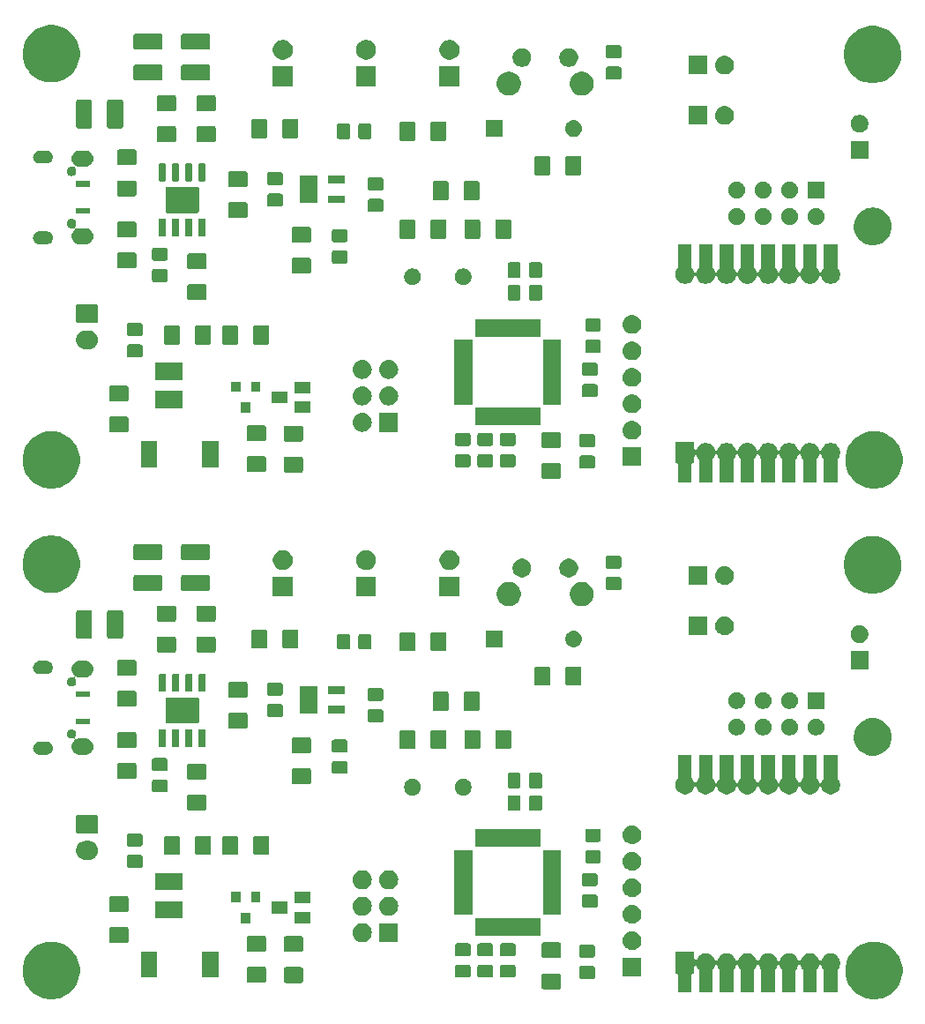
<source format=gts>
%MOIN*%
%OFA0B0*%
%FSLAX46Y46*%
%IPPOS*%
%LPD*%
%ADD10C,0.0039370078740157488*%
%ADD21C,0.0039370078740157488*%
%LPD*%
D10*
X0001914114Y0001639133D02*
G75*
G03X0001914114Y0001639133I-0000017500D01*
G01*
X0002091279Y0001639133D02*
G75*
G03X0002091279Y0001639133I-0000017500D01*
G01*
X0002147992Y0001540708D02*
G75*
G03X0002147992Y0001540708I-0000025000D01*
G01*
X0001872401Y0001540708D02*
G75*
G03X0001872401Y0001540708I-0000025000D01*
G01*
G36*
X0003244512Y0000225221D02*
G01*
X0003259426Y0000222255D01*
X0003279137Y0000214090D01*
X0003288951Y0000207532D01*
X0003296876Y0000202237D01*
X0003311962Y0000187152D01*
X0003311962Y0000187151D01*
X0003323815Y0000169412D01*
X0003331724Y0000150318D01*
X0003331979Y0000149702D01*
X0003336141Y0000128777D01*
X0003336141Y0000107442D01*
X0003334799Y0000100693D01*
X0003331979Y0000086518D01*
X0003323815Y0000066807D01*
X0003312830Y0000050367D01*
X0003311962Y0000049068D01*
X0003296876Y0000033982D01*
X0003296876Y0000033982D01*
X0003279137Y0000022129D01*
X0003259426Y0000013965D01*
X0003248964Y0000011884D01*
X0003238501Y0000009803D01*
X0003217167Y0000009803D01*
X0003206705Y0000011884D01*
X0003196242Y0000013965D01*
X0003176531Y0000022129D01*
X0003158792Y0000033982D01*
X0003158792Y0000033982D01*
X0003143707Y0000049068D01*
X0003142839Y0000050367D01*
X0003131854Y0000066807D01*
X0003123689Y0000086518D01*
X0003120870Y0000100693D01*
X0003119527Y0000107442D01*
X0003119527Y0000128777D01*
X0003123689Y0000149702D01*
X0003123944Y0000150318D01*
X0003131854Y0000169412D01*
X0003143707Y0000187151D01*
X0003143707Y0000187152D01*
X0003158792Y0000202237D01*
X0003166717Y0000207532D01*
X0003176531Y0000214090D01*
X0003196242Y0000222255D01*
X0003211157Y0000225221D01*
X0003217167Y0000226417D01*
X0003238501Y0000226417D01*
X0003244512Y0000225221D01*
X0003244512Y0000225221D01*
G37*
G36*
X0000134276Y0000225221D02*
G01*
X0000149190Y0000222255D01*
X0000168901Y0000214090D01*
X0000178715Y0000207532D01*
X0000186640Y0000202237D01*
X0000201725Y0000187152D01*
X0000201725Y0000187151D01*
X0000213578Y0000169412D01*
X0000221488Y0000150318D01*
X0000221743Y0000149702D01*
X0000225905Y0000128777D01*
X0000225905Y0000107442D01*
X0000224563Y0000100693D01*
X0000221743Y0000086518D01*
X0000213578Y0000066807D01*
X0000202593Y0000050367D01*
X0000201725Y0000049068D01*
X0000186640Y0000033982D01*
X0000186640Y0000033982D01*
X0000168901Y0000022129D01*
X0000149190Y0000013965D01*
X0000138728Y0000011884D01*
X0000128265Y0000009803D01*
X0000106931Y0000009803D01*
X0000096468Y0000011884D01*
X0000086006Y0000013965D01*
X0000066295Y0000022129D01*
X0000048556Y0000033982D01*
X0000048556Y0000033982D01*
X0000033470Y0000049068D01*
X0000032602Y0000050367D01*
X0000021617Y0000066807D01*
X0000013453Y0000086518D01*
X0000010633Y0000100693D01*
X0000009291Y0000107442D01*
X0000009291Y0000128777D01*
X0000013453Y0000149702D01*
X0000013708Y0000150318D01*
X0000021617Y0000169412D01*
X0000033470Y0000187151D01*
X0000033470Y0000187152D01*
X0000048556Y0000202237D01*
X0000056481Y0000207532D01*
X0000066295Y0000214090D01*
X0000086006Y0000222255D01*
X0000100920Y0000225221D01*
X0000106931Y0000226417D01*
X0000128265Y0000226417D01*
X0000134276Y0000225221D01*
X0000134276Y0000225221D01*
G37*
G36*
X0002548999Y0000162440D02*
G01*
X0002549094Y0000161480D01*
X0002549374Y0000160557D01*
X0002549829Y0000159706D01*
X0002550441Y0000158960D01*
X0002551187Y0000158348D01*
X0002552037Y0000157894D01*
X0002552961Y0000157613D01*
X0002553921Y0000157519D01*
X0002554881Y0000157613D01*
X0002555804Y0000157894D01*
X0002556655Y0000158348D01*
X0002557401Y0000158960D01*
X0002558013Y0000159706D01*
X0002558467Y0000160557D01*
X0002559548Y0000163165D01*
X0002559822Y0000163827D01*
X0002563763Y0000169725D01*
X0002563763Y0000169725D01*
X0002568778Y0000174740D01*
X0002569101Y0000174956D01*
X0002574676Y0000178681D01*
X0002581229Y0000181395D01*
X0002581229Y0000181395D01*
X0002581229Y0000181395D01*
X0002588185Y0000182779D01*
X0002595278Y0000182779D01*
X0002602235Y0000181395D01*
X0002602235Y0000181395D01*
X0002602235Y0000181395D01*
X0002608788Y0000178681D01*
X0002614362Y0000174956D01*
X0002614686Y0000174740D01*
X0002619701Y0000169725D01*
X0002619701Y0000169725D01*
X0002623642Y0000163827D01*
X0002625745Y0000158748D01*
X0002626514Y0000156892D01*
X0002626555Y0000156757D01*
X0002627010Y0000155906D01*
X0002627622Y0000155161D01*
X0002628368Y0000154548D01*
X0002629218Y0000154094D01*
X0002630142Y0000153814D01*
X0002631102Y0000153719D01*
X0002632062Y0000153813D01*
X0002632985Y0000154094D01*
X0002633836Y0000154548D01*
X0002634582Y0000155160D01*
X0002635194Y0000155906D01*
X0002635648Y0000156757D01*
X0002635689Y0000156892D01*
X0002636595Y0000159077D01*
X0002638562Y0000163827D01*
X0002642503Y0000169725D01*
X0002642503Y0000169725D01*
X0002647518Y0000174740D01*
X0002647841Y0000174956D01*
X0002653416Y0000178681D01*
X0002659969Y0000181395D01*
X0002659969Y0000181395D01*
X0002659969Y0000181395D01*
X0002666925Y0000182779D01*
X0002674018Y0000182779D01*
X0002680975Y0000181395D01*
X0002680975Y0000181395D01*
X0002680975Y0000181395D01*
X0002687528Y0000178681D01*
X0002693103Y0000174956D01*
X0002693426Y0000174740D01*
X0002698441Y0000169725D01*
X0002698441Y0000169725D01*
X0002702382Y0000163827D01*
X0002704485Y0000158748D01*
X0002705254Y0000156892D01*
X0002705295Y0000156757D01*
X0002705750Y0000155906D01*
X0002706362Y0000155161D01*
X0002707108Y0000154548D01*
X0002707959Y0000154094D01*
X0002708882Y0000153814D01*
X0002709842Y0000153719D01*
X0002710802Y0000153813D01*
X0002711725Y0000154094D01*
X0002712576Y0000154548D01*
X0002713322Y0000155160D01*
X0002713934Y0000155906D01*
X0002714389Y0000156757D01*
X0002714429Y0000156892D01*
X0002715335Y0000159077D01*
X0002717302Y0000163827D01*
X0002721243Y0000169725D01*
X0002721243Y0000169725D01*
X0002726258Y0000174740D01*
X0002726581Y0000174956D01*
X0002732156Y0000178681D01*
X0002738709Y0000181395D01*
X0002738709Y0000181395D01*
X0002738709Y0000181395D01*
X0002745666Y0000182779D01*
X0002752759Y0000182779D01*
X0002759715Y0000181395D01*
X0002759715Y0000181395D01*
X0002759715Y0000181395D01*
X0002766268Y0000178681D01*
X0002771843Y0000174956D01*
X0002772166Y0000174740D01*
X0002777181Y0000169725D01*
X0002777181Y0000169725D01*
X0002781122Y0000163827D01*
X0002783226Y0000158748D01*
X0002783995Y0000156892D01*
X0002784035Y0000156757D01*
X0002784490Y0000155906D01*
X0002785102Y0000155161D01*
X0002785848Y0000154548D01*
X0002786699Y0000154094D01*
X0002787622Y0000153814D01*
X0002788582Y0000153719D01*
X0002789542Y0000153813D01*
X0002790465Y0000154094D01*
X0002791316Y0000154548D01*
X0002792062Y0000155160D01*
X0002792674Y0000155906D01*
X0002793129Y0000156757D01*
X0002793170Y0000156892D01*
X0002794075Y0000159077D01*
X0002796042Y0000163827D01*
X0002799983Y0000169725D01*
X0002799983Y0000169725D01*
X0002804998Y0000174740D01*
X0002805322Y0000174956D01*
X0002810896Y0000178681D01*
X0002817449Y0000181395D01*
X0002817449Y0000181395D01*
X0002817449Y0000181395D01*
X0002824406Y0000182779D01*
X0002831499Y0000182779D01*
X0002838455Y0000181395D01*
X0002838455Y0000181395D01*
X0002838455Y0000181395D01*
X0002845008Y0000178681D01*
X0002850583Y0000174956D01*
X0002850906Y0000174740D01*
X0002855921Y0000169725D01*
X0002855921Y0000169725D01*
X0002859862Y0000163827D01*
X0002861966Y0000158748D01*
X0002862735Y0000156892D01*
X0002862776Y0000156757D01*
X0002863230Y0000155906D01*
X0002863842Y0000155161D01*
X0002864588Y0000154548D01*
X0002865439Y0000154094D01*
X0002866362Y0000153814D01*
X0002867322Y0000153719D01*
X0002868282Y0000153813D01*
X0002869205Y0000154094D01*
X0002870056Y0000154548D01*
X0002870802Y0000155160D01*
X0002871414Y0000155906D01*
X0002871869Y0000156757D01*
X0002871910Y0000156892D01*
X0002872815Y0000159077D01*
X0002874783Y0000163827D01*
X0002878723Y0000169725D01*
X0002878723Y0000169725D01*
X0002883739Y0000174740D01*
X0002884062Y0000174956D01*
X0002889636Y0000178681D01*
X0002896189Y0000181395D01*
X0002896189Y0000181395D01*
X0002896189Y0000181395D01*
X0002903146Y0000182779D01*
X0002910239Y0000182779D01*
X0002917195Y0000181395D01*
X0002917195Y0000181395D01*
X0002917196Y0000181395D01*
X0002923749Y0000178681D01*
X0002929323Y0000174956D01*
X0002929646Y0000174740D01*
X0002934661Y0000169725D01*
X0002934662Y0000169725D01*
X0002938602Y0000163827D01*
X0002940706Y0000158748D01*
X0002941475Y0000156892D01*
X0002941516Y0000156757D01*
X0002941970Y0000155906D01*
X0002942582Y0000155161D01*
X0002943328Y0000154548D01*
X0002944179Y0000154094D01*
X0002945102Y0000153814D01*
X0002946062Y0000153719D01*
X0002947022Y0000153813D01*
X0002947946Y0000154094D01*
X0002948796Y0000154548D01*
X0002949542Y0000155160D01*
X0002950154Y0000155906D01*
X0002950609Y0000156757D01*
X0002950650Y0000156892D01*
X0002951555Y0000159077D01*
X0002953523Y0000163827D01*
X0002957463Y0000169725D01*
X0002957464Y0000169725D01*
X0002962479Y0000174740D01*
X0002962802Y0000174956D01*
X0002968376Y0000178681D01*
X0002974929Y0000181395D01*
X0002974930Y0000181395D01*
X0002974930Y0000181395D01*
X0002981886Y0000182779D01*
X0002988979Y0000182779D01*
X0002995936Y0000181395D01*
X0002995936Y0000181395D01*
X0002995936Y0000181395D01*
X0003002489Y0000178681D01*
X0003008063Y0000174956D01*
X0003008386Y0000174740D01*
X0003013402Y0000169725D01*
X0003013402Y0000169725D01*
X0003017342Y0000163827D01*
X0003019446Y0000158748D01*
X0003020215Y0000156892D01*
X0003020256Y0000156757D01*
X0003020711Y0000155906D01*
X0003021323Y0000155161D01*
X0003022068Y0000154548D01*
X0003022919Y0000154094D01*
X0003023842Y0000153814D01*
X0003024802Y0000153719D01*
X0003025762Y0000153813D01*
X0003026686Y0000154094D01*
X0003027537Y0000154548D01*
X0003028282Y0000155160D01*
X0003028894Y0000155906D01*
X0003029349Y0000156757D01*
X0003029390Y0000156892D01*
X0003030295Y0000159077D01*
X0003032263Y0000163827D01*
X0003036204Y0000169725D01*
X0003036204Y0000169725D01*
X0003041219Y0000174740D01*
X0003041542Y0000174956D01*
X0003047117Y0000178681D01*
X0003053670Y0000181395D01*
X0003053670Y0000181395D01*
X0003053670Y0000181395D01*
X0003060626Y0000182779D01*
X0003067719Y0000182779D01*
X0003074676Y0000181395D01*
X0003074676Y0000181395D01*
X0003074676Y0000181395D01*
X0003081229Y0000178681D01*
X0003086803Y0000174956D01*
X0003087127Y0000174740D01*
X0003092142Y0000169725D01*
X0003092142Y0000169725D01*
X0003096082Y0000163827D01*
X0003098741Y0000157410D01*
X0003098797Y0000157274D01*
X0003100181Y0000150318D01*
X0003100181Y0000143225D01*
X0003098835Y0000136460D01*
X0003098797Y0000136268D01*
X0003096082Y0000129715D01*
X0003093948Y0000126520D01*
X0003092142Y0000123817D01*
X0003091244Y0000122920D01*
X0003090632Y0000122174D01*
X0003090177Y0000121323D01*
X0003089897Y0000120400D01*
X0003089803Y0000119440D01*
X0003089803Y0000034527D01*
X0003038543Y0000034527D01*
X0003038543Y0000119440D01*
X0003038448Y0000120400D01*
X0003038168Y0000121323D01*
X0003037713Y0000122174D01*
X0003037101Y0000122920D01*
X0003036204Y0000123817D01*
X0003034398Y0000126520D01*
X0003032263Y0000129715D01*
X0003029549Y0000136268D01*
X0003029549Y0000136268D01*
X0003029390Y0000136650D01*
X0003029349Y0000136785D01*
X0003028895Y0000137636D01*
X0003028283Y0000138382D01*
X0003027537Y0000138994D01*
X0003026686Y0000139449D01*
X0003025763Y0000139729D01*
X0003024803Y0000139823D01*
X0003023843Y0000139729D01*
X0003022920Y0000139449D01*
X0003022069Y0000138994D01*
X0003021323Y0000138382D01*
X0003020711Y0000137636D01*
X0003020256Y0000136786D01*
X0003020215Y0000136651D01*
X0003019630Y0000135237D01*
X0003017342Y0000129715D01*
X0003015208Y0000126520D01*
X0003013402Y0000123817D01*
X0003012504Y0000122920D01*
X0003011892Y0000122174D01*
X0003011437Y0000121323D01*
X0003011157Y0000120400D01*
X0003011062Y0000119440D01*
X0003011062Y0000034527D01*
X0002959803Y0000034527D01*
X0002959803Y0000119440D01*
X0002959708Y0000120400D01*
X0002959428Y0000121323D01*
X0002958973Y0000122174D01*
X0002958361Y0000122920D01*
X0002957464Y0000123817D01*
X0002955657Y0000126520D01*
X0002953523Y0000129715D01*
X0002950808Y0000136268D01*
X0002950808Y0000136268D01*
X0002950650Y0000136650D01*
X0002950609Y0000136785D01*
X0002950154Y0000137636D01*
X0002949542Y0000138382D01*
X0002948797Y0000138994D01*
X0002947946Y0000139449D01*
X0002947023Y0000139729D01*
X0002946063Y0000139823D01*
X0002945103Y0000139729D01*
X0002944179Y0000139449D01*
X0002943329Y0000138994D01*
X0002942583Y0000138382D01*
X0002941971Y0000137636D01*
X0002941516Y0000136786D01*
X0002941475Y0000136651D01*
X0002940890Y0000135237D01*
X0002938602Y0000129715D01*
X0002936468Y0000126520D01*
X0002934661Y0000123817D01*
X0002933764Y0000122920D01*
X0002933152Y0000122174D01*
X0002932697Y0000121323D01*
X0002932417Y0000120400D01*
X0002932322Y0000119440D01*
X0002932322Y0000034527D01*
X0002881062Y0000034527D01*
X0002881062Y0000119440D01*
X0002880968Y0000120400D01*
X0002880688Y0000121323D01*
X0002880233Y0000122174D01*
X0002879621Y0000122920D01*
X0002878723Y0000123817D01*
X0002876917Y0000126520D01*
X0002874783Y0000129715D01*
X0002872068Y0000136268D01*
X0002872068Y0000136268D01*
X0002871910Y0000136650D01*
X0002871869Y0000136785D01*
X0002871414Y0000137636D01*
X0002870802Y0000138382D01*
X0002870057Y0000138994D01*
X0002869206Y0000139449D01*
X0002868283Y0000139729D01*
X0002867323Y0000139823D01*
X0002866362Y0000139729D01*
X0002865439Y0000139449D01*
X0002864588Y0000138994D01*
X0002863843Y0000138382D01*
X0002863231Y0000137636D01*
X0002862776Y0000136786D01*
X0002862735Y0000136651D01*
X0002862149Y0000135237D01*
X0002859862Y0000129715D01*
X0002857727Y0000126520D01*
X0002855921Y0000123817D01*
X0002855024Y0000122920D01*
X0002854412Y0000122174D01*
X0002853957Y0000121323D01*
X0002853677Y0000120400D01*
X0002853582Y0000119440D01*
X0002853582Y0000034527D01*
X0002802322Y0000034527D01*
X0002802322Y0000119440D01*
X0002802228Y0000120400D01*
X0002801948Y0000121323D01*
X0002801493Y0000122174D01*
X0002800881Y0000122920D01*
X0002799983Y0000123817D01*
X0002798177Y0000126520D01*
X0002796042Y0000129715D01*
X0002793328Y0000136268D01*
X0002793328Y0000136268D01*
X0002793170Y0000136650D01*
X0002793129Y0000136785D01*
X0002792674Y0000137636D01*
X0002792062Y0000138382D01*
X0002791316Y0000138994D01*
X0002790466Y0000139449D01*
X0002789542Y0000139729D01*
X0002788582Y0000139823D01*
X0002787622Y0000139729D01*
X0002786699Y0000139449D01*
X0002785848Y0000138994D01*
X0002785102Y0000138382D01*
X0002784490Y0000137636D01*
X0002784036Y0000136786D01*
X0002783995Y0000136651D01*
X0002783409Y0000135237D01*
X0002781122Y0000129715D01*
X0002778987Y0000126520D01*
X0002777181Y0000123817D01*
X0002776283Y0000122920D01*
X0002775671Y0000122174D01*
X0002775217Y0000121323D01*
X0002774937Y0000120400D01*
X0002774842Y0000119440D01*
X0002774842Y0000034527D01*
X0002723582Y0000034527D01*
X0002723582Y0000119440D01*
X0002723488Y0000120400D01*
X0002723208Y0000121323D01*
X0002722753Y0000122174D01*
X0002722141Y0000122920D01*
X0002721243Y0000123817D01*
X0002719437Y0000126520D01*
X0002717302Y0000129715D01*
X0002714588Y0000136268D01*
X0002714588Y0000136268D01*
X0002714430Y0000136650D01*
X0002714389Y0000136785D01*
X0002713934Y0000137636D01*
X0002713322Y0000138382D01*
X0002712576Y0000138994D01*
X0002711725Y0000139449D01*
X0002710802Y0000139729D01*
X0002709842Y0000139823D01*
X0002708882Y0000139729D01*
X0002707959Y0000139449D01*
X0002707108Y0000138994D01*
X0002706362Y0000138382D01*
X0002705750Y0000137636D01*
X0002705295Y0000136786D01*
X0002705255Y0000136651D01*
X0002704669Y0000135237D01*
X0002702382Y0000129715D01*
X0002700247Y0000126520D01*
X0002698441Y0000123817D01*
X0002697543Y0000122920D01*
X0002696931Y0000122174D01*
X0002696476Y0000121323D01*
X0002696196Y0000120400D01*
X0002696102Y0000119440D01*
X0002696102Y0000034527D01*
X0002644842Y0000034527D01*
X0002644842Y0000119440D01*
X0002644747Y0000120400D01*
X0002644467Y0000121323D01*
X0002644013Y0000122174D01*
X0002643401Y0000122920D01*
X0002642503Y0000123817D01*
X0002640697Y0000126520D01*
X0002638562Y0000129715D01*
X0002635848Y0000136268D01*
X0002635848Y0000136268D01*
X0002635689Y0000136650D01*
X0002635649Y0000136785D01*
X0002635194Y0000137636D01*
X0002634582Y0000138382D01*
X0002633836Y0000138994D01*
X0002632985Y0000139449D01*
X0002632062Y0000139729D01*
X0002631102Y0000139823D01*
X0002630142Y0000139729D01*
X0002629219Y0000139449D01*
X0002628368Y0000138994D01*
X0002627622Y0000138382D01*
X0002627010Y0000137636D01*
X0002626555Y0000136786D01*
X0002626514Y0000136651D01*
X0002625929Y0000135237D01*
X0002623642Y0000129715D01*
X0002621507Y0000126520D01*
X0002619701Y0000123817D01*
X0002618803Y0000122920D01*
X0002618191Y0000122174D01*
X0002617736Y0000121323D01*
X0002617456Y0000120400D01*
X0002617362Y0000119440D01*
X0002617362Y0000034527D01*
X0002566102Y0000034527D01*
X0002566102Y0000119440D01*
X0002566007Y0000120400D01*
X0002565727Y0000121323D01*
X0002565272Y0000122174D01*
X0002564660Y0000122920D01*
X0002563763Y0000123817D01*
X0002561957Y0000126520D01*
X0002559822Y0000129715D01*
X0002558467Y0000132985D01*
X0002558013Y0000133836D01*
X0002557401Y0000134582D01*
X0002556655Y0000135194D01*
X0002555804Y0000135649D01*
X0002554881Y0000135929D01*
X0002553921Y0000136023D01*
X0002552961Y0000135929D01*
X0002552037Y0000135649D01*
X0002551187Y0000135194D01*
X0002550441Y0000134582D01*
X0002549829Y0000133836D01*
X0002549374Y0000132985D01*
X0002549094Y0000132062D01*
X0002548999Y0000131102D01*
X0002548999Y0000105393D01*
X0002543543Y0000105393D01*
X0002542583Y0000105299D01*
X0002541660Y0000105019D01*
X0002540809Y0000104564D01*
X0002540063Y0000103952D01*
X0002539451Y0000103206D01*
X0002538996Y0000102355D01*
X0002538716Y0000101432D01*
X0002538622Y0000100472D01*
X0002538622Y0000034527D01*
X0002487362Y0000034527D01*
X0002487362Y0000100472D01*
X0002487267Y0000101432D01*
X0002486987Y0000102355D01*
X0002486532Y0000103206D01*
X0002485920Y0000103952D01*
X0002485175Y0000104564D01*
X0002484324Y0000105019D01*
X0002483400Y0000105299D01*
X0002482440Y0000105393D01*
X0002476984Y0000105393D01*
X0002476984Y0000188149D01*
X0002548999Y0000188149D01*
X0002548999Y0000162440D01*
X0002548999Y0000162440D01*
G37*
G36*
X0002038526Y0000107040D02*
G01*
X0002039900Y0000106623D01*
X0002041167Y0000105945D01*
X0002042278Y0000105034D01*
X0002043189Y0000103923D01*
X0002043867Y0000102656D01*
X0002044284Y0000101281D01*
X0002044448Y0000099610D01*
X0002044448Y0000054680D01*
X0002044284Y0000053009D01*
X0002043867Y0000051634D01*
X0002043189Y0000050367D01*
X0002042278Y0000049256D01*
X0002041167Y0000048345D01*
X0002039900Y0000047668D01*
X0002038526Y0000047251D01*
X0002036854Y0000047086D01*
X0001979129Y0000047086D01*
X0001977458Y0000047251D01*
X0001976083Y0000047668D01*
X0001974816Y0000048345D01*
X0001973705Y0000049256D01*
X0001972794Y0000050367D01*
X0001972117Y0000051634D01*
X0001971700Y0000053009D01*
X0001971535Y0000054680D01*
X0001971535Y0000099610D01*
X0001971700Y0000101281D01*
X0001972117Y0000102656D01*
X0001972794Y0000103923D01*
X0001973705Y0000105034D01*
X0001974816Y0000105945D01*
X0001976083Y0000106623D01*
X0001977458Y0000107040D01*
X0001979129Y0000107204D01*
X0002036854Y0000107204D01*
X0002038526Y0000107040D01*
X0002038526Y0000107040D01*
G37*
G36*
X0001063526Y0000130622D02*
G01*
X0001064900Y0000130205D01*
X0001066167Y0000129528D01*
X0001067278Y0000128617D01*
X0001068189Y0000127506D01*
X0001068867Y0000126239D01*
X0001069284Y0000124864D01*
X0001069448Y0000123193D01*
X0001069448Y0000078263D01*
X0001069284Y0000076592D01*
X0001068867Y0000075217D01*
X0001068189Y0000073950D01*
X0001067278Y0000072839D01*
X0001066167Y0000071928D01*
X0001064900Y0000071250D01*
X0001063526Y0000070833D01*
X0001061854Y0000070669D01*
X0001004129Y0000070669D01*
X0001002458Y0000070833D01*
X0001001083Y0000071250D01*
X0000999816Y0000071928D01*
X0000998705Y0000072839D01*
X0000997794Y0000073950D01*
X0000997117Y0000075217D01*
X0000996700Y0000076592D01*
X0000996535Y0000078263D01*
X0000996535Y0000123193D01*
X0000996700Y0000124864D01*
X0000997117Y0000126239D01*
X0000997794Y0000127506D01*
X0000998705Y0000128617D01*
X0000999816Y0000129528D01*
X0001001083Y0000130205D01*
X0001002458Y0000130622D01*
X0001004129Y0000130787D01*
X0001061854Y0000130787D01*
X0001063526Y0000130622D01*
X0001063526Y0000130622D01*
G37*
G36*
X0000923526Y0000132040D02*
G01*
X0000924900Y0000131623D01*
X0000926167Y0000130945D01*
X0000927278Y0000130034D01*
X0000928189Y0000128923D01*
X0000928867Y0000127656D01*
X0000929284Y0000126281D01*
X0000929448Y0000124610D01*
X0000929448Y0000079680D01*
X0000929284Y0000078009D01*
X0000928867Y0000076634D01*
X0000928189Y0000075367D01*
X0000927278Y0000074256D01*
X0000926167Y0000073345D01*
X0000924900Y0000072668D01*
X0000923526Y0000072251D01*
X0000921854Y0000072086D01*
X0000864129Y0000072086D01*
X0000862458Y0000072251D01*
X0000861083Y0000072668D01*
X0000859816Y0000073345D01*
X0000858705Y0000074256D01*
X0000857794Y0000075367D01*
X0000857117Y0000076634D01*
X0000856700Y0000078009D01*
X0000856535Y0000079680D01*
X0000856535Y0000124610D01*
X0000856700Y0000126281D01*
X0000857117Y0000127656D01*
X0000857794Y0000128923D01*
X0000858705Y0000130034D01*
X0000859816Y0000130945D01*
X0000861083Y0000131623D01*
X0000862458Y0000132040D01*
X0000864129Y0000132204D01*
X0000921854Y0000132204D01*
X0000923526Y0000132040D01*
X0000923526Y0000132040D01*
G37*
G36*
X0002166168Y0000134824D02*
G01*
X0002167652Y0000134374D01*
X0002169019Y0000133643D01*
X0002170218Y0000132659D01*
X0002171202Y0000131460D01*
X0002171933Y0000130093D01*
X0002172383Y0000128609D01*
X0002172559Y0000126824D01*
X0002172559Y0000093884D01*
X0002172383Y0000092099D01*
X0002171933Y0000090615D01*
X0002171202Y0000089247D01*
X0002170218Y0000088049D01*
X0002169019Y0000087065D01*
X0002167652Y0000086334D01*
X0002166168Y0000085884D01*
X0002164383Y0000085708D01*
X0002121600Y0000085708D01*
X0002119815Y0000085884D01*
X0002118332Y0000086334D01*
X0002116964Y0000087065D01*
X0002115765Y0000088049D01*
X0002114782Y0000089247D01*
X0002114051Y0000090615D01*
X0002113600Y0000092099D01*
X0002113425Y0000093884D01*
X0002113425Y0000126824D01*
X0002113600Y0000128609D01*
X0002114051Y0000130093D01*
X0002114782Y0000131460D01*
X0002115765Y0000132659D01*
X0002116964Y0000133643D01*
X0002118332Y0000134374D01*
X0002119815Y0000134824D01*
X0002121600Y0000135000D01*
X0002164383Y0000135000D01*
X0002166168Y0000134824D01*
X0002166168Y0000134824D01*
G37*
G36*
X0001781168Y0000139824D02*
G01*
X0001782652Y0000139374D01*
X0001784019Y0000138643D01*
X0001785218Y0000137659D01*
X0001786202Y0000136460D01*
X0001786933Y0000135093D01*
X0001787383Y0000133609D01*
X0001787559Y0000131824D01*
X0001787559Y0000098884D01*
X0001787383Y0000097099D01*
X0001786933Y0000095615D01*
X0001786202Y0000094247D01*
X0001785218Y0000093049D01*
X0001784019Y0000092065D01*
X0001782652Y0000091334D01*
X0001781168Y0000090884D01*
X0001779383Y0000090708D01*
X0001736600Y0000090708D01*
X0001734815Y0000090884D01*
X0001733332Y0000091334D01*
X0001731964Y0000092065D01*
X0001730765Y0000093049D01*
X0001729782Y0000094247D01*
X0001729051Y0000095615D01*
X0001728600Y0000097099D01*
X0001728425Y0000098884D01*
X0001728425Y0000131824D01*
X0001728600Y0000133609D01*
X0001729051Y0000135093D01*
X0001729782Y0000136460D01*
X0001730765Y0000137659D01*
X0001731964Y0000138643D01*
X0001733332Y0000139374D01*
X0001734815Y0000139824D01*
X0001736600Y0000139999D01*
X0001779383Y0000139999D01*
X0001781168Y0000139824D01*
X0001781168Y0000139824D01*
G37*
G36*
X0001866168Y0000139824D02*
G01*
X0001867652Y0000139374D01*
X0001869019Y0000138643D01*
X0001870218Y0000137659D01*
X0001871202Y0000136460D01*
X0001871933Y0000135093D01*
X0001872383Y0000133609D01*
X0001872559Y0000131824D01*
X0001872559Y0000098884D01*
X0001872383Y0000097099D01*
X0001871933Y0000095615D01*
X0001871202Y0000094247D01*
X0001870218Y0000093049D01*
X0001869019Y0000092065D01*
X0001867652Y0000091334D01*
X0001866168Y0000090884D01*
X0001864383Y0000090708D01*
X0001821600Y0000090708D01*
X0001819815Y0000090884D01*
X0001818332Y0000091334D01*
X0001816964Y0000092065D01*
X0001815765Y0000093049D01*
X0001814782Y0000094247D01*
X0001814051Y0000095615D01*
X0001813600Y0000097099D01*
X0001813425Y0000098884D01*
X0001813425Y0000131824D01*
X0001813600Y0000133609D01*
X0001814051Y0000135093D01*
X0001814782Y0000136460D01*
X0001815765Y0000137659D01*
X0001816964Y0000138643D01*
X0001818332Y0000139374D01*
X0001819815Y0000139824D01*
X0001821600Y0000139999D01*
X0001864383Y0000139999D01*
X0001866168Y0000139824D01*
X0001866168Y0000139824D01*
G37*
G36*
X0001696168Y0000139824D02*
G01*
X0001697652Y0000139374D01*
X0001699019Y0000138643D01*
X0001700218Y0000137659D01*
X0001701202Y0000136460D01*
X0001701933Y0000135093D01*
X0001702383Y0000133609D01*
X0001702559Y0000131824D01*
X0001702559Y0000098884D01*
X0001702383Y0000097099D01*
X0001701933Y0000095615D01*
X0001701202Y0000094247D01*
X0001700218Y0000093049D01*
X0001699019Y0000092065D01*
X0001697652Y0000091334D01*
X0001696168Y0000090884D01*
X0001694383Y0000090708D01*
X0001651600Y0000090708D01*
X0001649815Y0000090884D01*
X0001648332Y0000091334D01*
X0001646964Y0000092065D01*
X0001645765Y0000093049D01*
X0001644782Y0000094247D01*
X0001644051Y0000095615D01*
X0001643600Y0000097099D01*
X0001643425Y0000098884D01*
X0001643425Y0000131824D01*
X0001643600Y0000133609D01*
X0001644051Y0000135093D01*
X0001644782Y0000136460D01*
X0001645765Y0000137659D01*
X0001646964Y0000138643D01*
X0001648332Y0000139374D01*
X0001649815Y0000139824D01*
X0001651600Y0000139999D01*
X0001694383Y0000139999D01*
X0001696168Y0000139824D01*
X0001696168Y0000139824D01*
G37*
G36*
X0000749685Y0000091456D02*
G01*
X0000688582Y0000091456D01*
X0000688582Y0000189960D01*
X0000749685Y0000189960D01*
X0000749685Y0000091456D01*
X0000749685Y0000091456D01*
G37*
G36*
X0000517401Y0000091456D02*
G01*
X0000456299Y0000091456D01*
X0000456299Y0000189960D01*
X0000517401Y0000189960D01*
X0000517401Y0000091456D01*
X0000517401Y0000091456D01*
G37*
G36*
X0002348464Y0000095236D02*
G01*
X0002277519Y0000095236D01*
X0002277519Y0000166181D01*
X0002348464Y0000166181D01*
X0002348464Y0000095236D01*
X0002348464Y0000095236D01*
G37*
G36*
X0002038526Y0000224166D02*
G01*
X0002039900Y0000223749D01*
X0002041167Y0000223071D01*
X0002042278Y0000222160D01*
X0002043189Y0000221049D01*
X0002043867Y0000219782D01*
X0002044284Y0000218407D01*
X0002044448Y0000216736D01*
X0002044448Y0000171806D01*
X0002044284Y0000170135D01*
X0002043867Y0000168760D01*
X0002043189Y0000167493D01*
X0002042278Y0000166382D01*
X0002041167Y0000165471D01*
X0002039900Y0000164794D01*
X0002038526Y0000164377D01*
X0002036854Y0000164212D01*
X0001979129Y0000164212D01*
X0001977458Y0000164377D01*
X0001976083Y0000164794D01*
X0001974816Y0000165471D01*
X0001973705Y0000166382D01*
X0001972794Y0000167493D01*
X0001972117Y0000168760D01*
X0001971700Y0000170135D01*
X0001971535Y0000171806D01*
X0001971535Y0000216736D01*
X0001971700Y0000218407D01*
X0001972117Y0000219782D01*
X0001972794Y0000221049D01*
X0001973705Y0000222160D01*
X0001974816Y0000223071D01*
X0001976083Y0000223749D01*
X0001977458Y0000224166D01*
X0001979129Y0000224330D01*
X0002036854Y0000224330D01*
X0002038526Y0000224166D01*
X0002038526Y0000224166D01*
G37*
G36*
X0002166168Y0000215532D02*
G01*
X0002167652Y0000215082D01*
X0002169019Y0000214351D01*
X0002170218Y0000213368D01*
X0002171202Y0000212169D01*
X0002171933Y0000210801D01*
X0002172383Y0000209317D01*
X0002172559Y0000207532D01*
X0002172559Y0000174592D01*
X0002172383Y0000172807D01*
X0002171933Y0000171324D01*
X0002171202Y0000169956D01*
X0002170218Y0000168757D01*
X0002169019Y0000167774D01*
X0002167652Y0000167043D01*
X0002166168Y0000166593D01*
X0002164383Y0000166417D01*
X0002121600Y0000166417D01*
X0002119815Y0000166593D01*
X0002118332Y0000167043D01*
X0002116964Y0000167774D01*
X0002115765Y0000168757D01*
X0002114782Y0000169956D01*
X0002114051Y0000171324D01*
X0002113600Y0000172807D01*
X0002113425Y0000174592D01*
X0002113425Y0000207532D01*
X0002113600Y0000209317D01*
X0002114051Y0000210801D01*
X0002114782Y0000212169D01*
X0002115765Y0000213368D01*
X0002116964Y0000214351D01*
X0002118332Y0000215082D01*
X0002119815Y0000215532D01*
X0002121600Y0000215708D01*
X0002164383Y0000215708D01*
X0002166168Y0000215532D01*
X0002166168Y0000215532D01*
G37*
G36*
X0001781168Y0000220532D02*
G01*
X0001782652Y0000220082D01*
X0001784019Y0000219351D01*
X0001785218Y0000218368D01*
X0001786202Y0000217169D01*
X0001786933Y0000215801D01*
X0001787383Y0000214317D01*
X0001787559Y0000212533D01*
X0001787559Y0000179592D01*
X0001787383Y0000177807D01*
X0001786933Y0000176324D01*
X0001786202Y0000174956D01*
X0001785218Y0000173757D01*
X0001784019Y0000172774D01*
X0001782652Y0000172043D01*
X0001781168Y0000171593D01*
X0001779383Y0000171417D01*
X0001736600Y0000171417D01*
X0001734815Y0000171593D01*
X0001733332Y0000172043D01*
X0001731964Y0000172774D01*
X0001730765Y0000173757D01*
X0001729782Y0000174956D01*
X0001729051Y0000176324D01*
X0001728600Y0000177807D01*
X0001728425Y0000179592D01*
X0001728425Y0000212533D01*
X0001728600Y0000214317D01*
X0001729051Y0000215801D01*
X0001729782Y0000217169D01*
X0001730765Y0000218368D01*
X0001731964Y0000219351D01*
X0001733332Y0000220082D01*
X0001734815Y0000220532D01*
X0001736600Y0000220708D01*
X0001779383Y0000220708D01*
X0001781168Y0000220532D01*
X0001781168Y0000220532D01*
G37*
G36*
X0001696168Y0000220532D02*
G01*
X0001697652Y0000220082D01*
X0001699019Y0000219351D01*
X0001700218Y0000218368D01*
X0001701202Y0000217169D01*
X0001701933Y0000215801D01*
X0001702383Y0000214317D01*
X0001702559Y0000212533D01*
X0001702559Y0000179592D01*
X0001702383Y0000177807D01*
X0001701933Y0000176324D01*
X0001701202Y0000174956D01*
X0001700218Y0000173757D01*
X0001699019Y0000172774D01*
X0001697652Y0000172043D01*
X0001696168Y0000171593D01*
X0001694383Y0000171417D01*
X0001651600Y0000171417D01*
X0001649815Y0000171593D01*
X0001648332Y0000172043D01*
X0001646964Y0000172774D01*
X0001645765Y0000173757D01*
X0001644782Y0000174956D01*
X0001644051Y0000176324D01*
X0001643600Y0000177807D01*
X0001643425Y0000179592D01*
X0001643425Y0000212533D01*
X0001643600Y0000214317D01*
X0001644051Y0000215801D01*
X0001644782Y0000217169D01*
X0001645765Y0000218368D01*
X0001646964Y0000219351D01*
X0001648332Y0000220082D01*
X0001649815Y0000220532D01*
X0001651600Y0000220708D01*
X0001694383Y0000220708D01*
X0001696168Y0000220532D01*
X0001696168Y0000220532D01*
G37*
G36*
X0001866168Y0000220532D02*
G01*
X0001867652Y0000220082D01*
X0001869019Y0000219351D01*
X0001870218Y0000218368D01*
X0001871202Y0000217169D01*
X0001871933Y0000215801D01*
X0001872383Y0000214317D01*
X0001872559Y0000212533D01*
X0001872559Y0000179592D01*
X0001872383Y0000177807D01*
X0001871933Y0000176324D01*
X0001871202Y0000174956D01*
X0001870218Y0000173757D01*
X0001869019Y0000172774D01*
X0001867652Y0000172043D01*
X0001866168Y0000171593D01*
X0001864383Y0000171417D01*
X0001821600Y0000171417D01*
X0001819815Y0000171593D01*
X0001818332Y0000172043D01*
X0001816964Y0000172774D01*
X0001815765Y0000173757D01*
X0001814782Y0000174956D01*
X0001814051Y0000176324D01*
X0001813600Y0000177807D01*
X0001813425Y0000179592D01*
X0001813425Y0000212533D01*
X0001813600Y0000214317D01*
X0001814051Y0000215801D01*
X0001814782Y0000217169D01*
X0001815765Y0000218368D01*
X0001816964Y0000219351D01*
X0001818332Y0000220082D01*
X0001819815Y0000220532D01*
X0001821600Y0000220708D01*
X0001864383Y0000220708D01*
X0001866168Y0000220532D01*
X0001866168Y0000220532D01*
G37*
G36*
X0001063526Y0000247748D02*
G01*
X0001064900Y0000247331D01*
X0001066167Y0000246654D01*
X0001067278Y0000245742D01*
X0001068189Y0000244632D01*
X0001068867Y0000243365D01*
X0001069284Y0000241990D01*
X0001069448Y0000240319D01*
X0001069448Y0000195389D01*
X0001069284Y0000193718D01*
X0001068867Y0000192343D01*
X0001068189Y0000191076D01*
X0001067278Y0000189965D01*
X0001066167Y0000189054D01*
X0001064900Y0000188376D01*
X0001063526Y0000187959D01*
X0001061854Y0000187795D01*
X0001004129Y0000187795D01*
X0001002458Y0000187959D01*
X0001001083Y0000188376D01*
X0000999816Y0000189054D01*
X0000998705Y0000189965D01*
X0000997794Y0000191076D01*
X0000997117Y0000192343D01*
X0000996700Y0000193718D01*
X0000996535Y0000195389D01*
X0000996535Y0000240319D01*
X0000996700Y0000241990D01*
X0000997117Y0000243365D01*
X0000997794Y0000244632D01*
X0000998705Y0000245742D01*
X0000999816Y0000246654D01*
X0001001083Y0000247331D01*
X0001002458Y0000247748D01*
X0001004129Y0000247913D01*
X0001061854Y0000247913D01*
X0001063526Y0000247748D01*
X0001063526Y0000247748D01*
G37*
G36*
X0000923526Y0000249166D02*
G01*
X0000924900Y0000248749D01*
X0000926167Y0000248071D01*
X0000927278Y0000247160D01*
X0000928189Y0000246049D01*
X0000928867Y0000244782D01*
X0000929284Y0000243407D01*
X0000929448Y0000241736D01*
X0000929448Y0000196806D01*
X0000929284Y0000195135D01*
X0000928867Y0000193760D01*
X0000928189Y0000192493D01*
X0000927278Y0000191382D01*
X0000926167Y0000190471D01*
X0000924900Y0000189794D01*
X0000923526Y0000189377D01*
X0000921854Y0000189212D01*
X0000864129Y0000189212D01*
X0000862458Y0000189377D01*
X0000861083Y0000189794D01*
X0000859816Y0000190471D01*
X0000858705Y0000191382D01*
X0000857794Y0000192493D01*
X0000857117Y0000193760D01*
X0000856700Y0000195135D01*
X0000856535Y0000196806D01*
X0000856535Y0000241736D01*
X0000856700Y0000243407D01*
X0000857117Y0000244782D01*
X0000857794Y0000246049D01*
X0000858705Y0000247160D01*
X0000859816Y0000248071D01*
X0000861083Y0000248749D01*
X0000862458Y0000249166D01*
X0000864129Y0000249330D01*
X0000921854Y0000249330D01*
X0000923526Y0000249166D01*
X0000923526Y0000249166D01*
G37*
G36*
X0002317340Y0000265924D02*
G01*
X0002319945Y0000265667D01*
X0002324403Y0000264315D01*
X0002326632Y0000263639D01*
X0002332090Y0000260722D01*
X0002332794Y0000260345D01*
X0002334201Y0000259190D01*
X0002338196Y0000255912D01*
X0002341474Y0000251918D01*
X0002342629Y0000250511D01*
X0002342629Y0000250511D01*
X0002345922Y0000244349D01*
X0002345922Y0000244349D01*
X0002347951Y0000237662D01*
X0002348636Y0000230708D01*
X0002347951Y0000223754D01*
X0002346779Y0000219892D01*
X0002345922Y0000217068D01*
X0002343945Y0000213368D01*
X0002342629Y0000210905D01*
X0002342543Y0000210801D01*
X0002338196Y0000205504D01*
X0002334215Y0000202237D01*
X0002332794Y0000201071D01*
X0002332794Y0000201071D01*
X0002326632Y0000197777D01*
X0002324403Y0000197101D01*
X0002319945Y0000195749D01*
X0002317340Y0000195492D01*
X0002314734Y0000195236D01*
X0002311249Y0000195236D01*
X0002308643Y0000195492D01*
X0002306038Y0000195749D01*
X0002301580Y0000197101D01*
X0002299351Y0000197777D01*
X0002293189Y0000201071D01*
X0002293189Y0000201071D01*
X0002291768Y0000202237D01*
X0002287787Y0000205504D01*
X0002283440Y0000210801D01*
X0002283355Y0000210905D01*
X0002282039Y0000213368D01*
X0002280061Y0000217068D01*
X0002279204Y0000219892D01*
X0002278032Y0000223754D01*
X0002277348Y0000230708D01*
X0002278032Y0000237662D01*
X0002280061Y0000244349D01*
X0002280061Y0000244349D01*
X0002283355Y0000250511D01*
X0002283355Y0000250511D01*
X0002284509Y0000251918D01*
X0002287787Y0000255912D01*
X0002291782Y0000259190D01*
X0002293189Y0000260345D01*
X0002293894Y0000260722D01*
X0002299351Y0000263639D01*
X0002301580Y0000264315D01*
X0002306038Y0000265667D01*
X0002308643Y0000265924D01*
X0002311249Y0000266181D01*
X0002314734Y0000266181D01*
X0002317340Y0000265924D01*
X0002317340Y0000265924D01*
G37*
G36*
X0000403526Y0000282040D02*
G01*
X0000404900Y0000281623D01*
X0000406167Y0000280945D01*
X0000407278Y0000280034D01*
X0000408189Y0000278923D01*
X0000408867Y0000277656D01*
X0000409284Y0000276281D01*
X0000409448Y0000274610D01*
X0000409448Y0000229680D01*
X0000409284Y0000228009D01*
X0000408867Y0000226634D01*
X0000408189Y0000225367D01*
X0000407278Y0000224256D01*
X0000406167Y0000223345D01*
X0000404900Y0000222668D01*
X0000403526Y0000222251D01*
X0000401854Y0000222086D01*
X0000344129Y0000222086D01*
X0000342458Y0000222251D01*
X0000341083Y0000222668D01*
X0000339816Y0000223345D01*
X0000338705Y0000224256D01*
X0000337794Y0000225367D01*
X0000337117Y0000226634D01*
X0000336700Y0000228009D01*
X0000336535Y0000229680D01*
X0000336535Y0000274610D01*
X0000336700Y0000276281D01*
X0000337117Y0000277656D01*
X0000337794Y0000278923D01*
X0000338705Y0000280034D01*
X0000339816Y0000280945D01*
X0000341083Y0000281623D01*
X0000342458Y0000282040D01*
X0000344129Y0000282204D01*
X0000401854Y0000282204D01*
X0000403526Y0000282040D01*
X0000403526Y0000282040D01*
G37*
G36*
X0001300050Y0000296195D02*
G01*
X0001306838Y0000294136D01*
X0001306838Y0000294136D01*
X0001313093Y0000290792D01*
X0001318576Y0000286293D01*
X0001323076Y0000280810D01*
X0001326390Y0000274610D01*
X0001326420Y0000274554D01*
X0001328479Y0000267767D01*
X0001329174Y0000260708D01*
X0001328479Y0000253649D01*
X0001326420Y0000246862D01*
X0001326420Y0000246862D01*
X0001323076Y0000240606D01*
X0001318576Y0000235124D01*
X0001313093Y0000230624D01*
X0001309301Y0000228597D01*
X0001306838Y0000227280D01*
X0001300050Y0000225221D01*
X0001294761Y0000224700D01*
X0001291223Y0000224700D01*
X0001285933Y0000225221D01*
X0001279145Y0000227280D01*
X0001276682Y0000228597D01*
X0001272890Y0000230624D01*
X0001267407Y0000235124D01*
X0001262907Y0000240606D01*
X0001259564Y0000246862D01*
X0001259564Y0000246862D01*
X0001257505Y0000253649D01*
X0001256810Y0000260708D01*
X0001257505Y0000267767D01*
X0001259564Y0000274554D01*
X0001259593Y0000274610D01*
X0001262907Y0000280810D01*
X0001267407Y0000286293D01*
X0001272890Y0000290792D01*
X0001279145Y0000294136D01*
X0001279145Y0000294136D01*
X0001285933Y0000296195D01*
X0001291223Y0000296716D01*
X0001294761Y0000296716D01*
X0001300050Y0000296195D01*
X0001300050Y0000296195D01*
G37*
G36*
X0001429000Y0000224700D02*
G01*
X0001356984Y0000224700D01*
X0001356984Y0000296716D01*
X0001429000Y0000296716D01*
X0001429000Y0000224700D01*
X0001429000Y0000224700D01*
G37*
G36*
X0001966062Y0000249881D02*
G01*
X0001719921Y0000249881D01*
X0001719921Y0000316889D01*
X0001966062Y0000316889D01*
X0001966062Y0000249881D01*
X0001966062Y0000249881D01*
G37*
G36*
X0002317340Y0000365924D02*
G01*
X0002319945Y0000365667D01*
X0002324344Y0000364333D01*
X0002326632Y0000363639D01*
X0002329513Y0000362099D01*
X0002332794Y0000360345D01*
X0002334132Y0000359247D01*
X0002338196Y0000355912D01*
X0002341474Y0000351918D01*
X0002342629Y0000350511D01*
X0002342629Y0000350511D01*
X0002345922Y0000344349D01*
X0002345922Y0000344349D01*
X0002347951Y0000337662D01*
X0002348636Y0000330708D01*
X0002347951Y0000323754D01*
X0002346599Y0000319297D01*
X0002345922Y0000317068D01*
X0002345827Y0000316889D01*
X0002342629Y0000310905D01*
X0002341474Y0000309498D01*
X0002338196Y0000305504D01*
X0002334201Y0000302226D01*
X0002332794Y0000301071D01*
X0002332794Y0000301071D01*
X0002326632Y0000297777D01*
X0002324403Y0000297101D01*
X0002319945Y0000295749D01*
X0002317340Y0000295492D01*
X0002314734Y0000295236D01*
X0002311249Y0000295236D01*
X0002308643Y0000295492D01*
X0002306038Y0000295749D01*
X0002301580Y0000297101D01*
X0002299351Y0000297777D01*
X0002293189Y0000301071D01*
X0002293189Y0000301071D01*
X0002291782Y0000302226D01*
X0002287787Y0000305504D01*
X0002284509Y0000309498D01*
X0002283355Y0000310905D01*
X0002280156Y0000316889D01*
X0002280061Y0000317068D01*
X0002279385Y0000319297D01*
X0002278032Y0000323754D01*
X0002277348Y0000330708D01*
X0002278032Y0000337662D01*
X0002280061Y0000344349D01*
X0002280061Y0000344349D01*
X0002283355Y0000350511D01*
X0002283355Y0000350511D01*
X0002284509Y0000351918D01*
X0002287787Y0000355912D01*
X0002291851Y0000359247D01*
X0002293189Y0000360345D01*
X0002296470Y0000362099D01*
X0002299351Y0000363639D01*
X0002301640Y0000364333D01*
X0002306038Y0000365667D01*
X0002308643Y0000365924D01*
X0002311249Y0000366181D01*
X0002314734Y0000366181D01*
X0002317340Y0000365924D01*
X0002317340Y0000365924D01*
G37*
G36*
X0000870748Y0000296614D02*
G01*
X0000835236Y0000296614D01*
X0000835236Y0000336062D01*
X0000870748Y0000336062D01*
X0000870748Y0000296614D01*
X0000870748Y0000296614D01*
G37*
G36*
X0001095866Y0000296614D02*
G01*
X0001036732Y0000296614D01*
X0001036732Y0000339999D01*
X0001095866Y0000339999D01*
X0001095866Y0000296614D01*
X0001095866Y0000296614D01*
G37*
G36*
X0000615196Y0000314842D02*
G01*
X0000510787Y0000314842D01*
X0000510787Y0000380275D01*
X0000615196Y0000380275D01*
X0000615196Y0000314842D01*
X0000615196Y0000314842D01*
G37*
G36*
X0001300050Y0000396195D02*
G01*
X0001306838Y0000394136D01*
X0001306838Y0000394136D01*
X0001313093Y0000390792D01*
X0001318576Y0000386293D01*
X0001323076Y0000380810D01*
X0001325992Y0000375354D01*
X0001326420Y0000374554D01*
X0001328479Y0000367767D01*
X0001329174Y0000360708D01*
X0001328479Y0000353649D01*
X0001326420Y0000346862D01*
X0001326420Y0000346862D01*
X0001323076Y0000340606D01*
X0001318576Y0000335124D01*
X0001313093Y0000330624D01*
X0001307506Y0000327637D01*
X0001306838Y0000327280D01*
X0001300050Y0000325221D01*
X0001294761Y0000324700D01*
X0001291223Y0000324700D01*
X0001285933Y0000325221D01*
X0001279145Y0000327280D01*
X0001278477Y0000327637D01*
X0001272890Y0000330624D01*
X0001267407Y0000335124D01*
X0001262907Y0000340606D01*
X0001259564Y0000346862D01*
X0001259564Y0000346862D01*
X0001257505Y0000353649D01*
X0001256810Y0000360708D01*
X0001257505Y0000367767D01*
X0001259564Y0000374554D01*
X0001259991Y0000375354D01*
X0001262907Y0000380810D01*
X0001267407Y0000386293D01*
X0001272890Y0000390792D01*
X0001279145Y0000394136D01*
X0001279145Y0000394136D01*
X0001285933Y0000396195D01*
X0001291223Y0000396716D01*
X0001294761Y0000396716D01*
X0001300050Y0000396195D01*
X0001300050Y0000396195D01*
G37*
G36*
X0001400050Y0000396195D02*
G01*
X0001406838Y0000394136D01*
X0001406838Y0000394136D01*
X0001413093Y0000390792D01*
X0001418576Y0000386293D01*
X0001423076Y0000380810D01*
X0001425992Y0000375354D01*
X0001426420Y0000374554D01*
X0001428479Y0000367767D01*
X0001429174Y0000360708D01*
X0001428479Y0000353649D01*
X0001426420Y0000346862D01*
X0001426419Y0000346862D01*
X0001423076Y0000340606D01*
X0001418576Y0000335124D01*
X0001413093Y0000330624D01*
X0001407506Y0000327637D01*
X0001406838Y0000327280D01*
X0001400050Y0000325221D01*
X0001394761Y0000324700D01*
X0001391223Y0000324700D01*
X0001385933Y0000325221D01*
X0001379145Y0000327280D01*
X0001378477Y0000327637D01*
X0001372890Y0000330624D01*
X0001367407Y0000335124D01*
X0001362907Y0000340606D01*
X0001359564Y0000346862D01*
X0001359564Y0000346862D01*
X0001357505Y0000353649D01*
X0001356810Y0000360708D01*
X0001357505Y0000367767D01*
X0001359564Y0000374554D01*
X0001359991Y0000375354D01*
X0001362907Y0000380810D01*
X0001367407Y0000386293D01*
X0001372890Y0000390792D01*
X0001379145Y0000394136D01*
X0001379145Y0000394136D01*
X0001385933Y0000396195D01*
X0001391223Y0000396716D01*
X0001394761Y0000396716D01*
X0001400050Y0000396195D01*
X0001400050Y0000396195D01*
G37*
G36*
X0001709173Y0000327637D02*
G01*
X0001642165Y0000327637D01*
X0001642165Y0000573779D01*
X0001709173Y0000573779D01*
X0001709173Y0000327637D01*
X0001709173Y0000327637D01*
G37*
G36*
X0002043818Y0000327637D02*
G01*
X0001976811Y0000327637D01*
X0001976811Y0000573779D01*
X0002043818Y0000573779D01*
X0002043818Y0000327637D01*
X0002043818Y0000327637D01*
G37*
G36*
X0001009251Y0000334015D02*
G01*
X0000950118Y0000334015D01*
X0000950118Y0000377401D01*
X0001009251Y0000377401D01*
X0001009251Y0000334015D01*
X0001009251Y0000334015D01*
G37*
G36*
X0000403526Y0000399166D02*
G01*
X0000404900Y0000398749D01*
X0000406167Y0000398071D01*
X0000407278Y0000397160D01*
X0000408189Y0000396049D01*
X0000408867Y0000394782D01*
X0000409284Y0000393407D01*
X0000409448Y0000391736D01*
X0000409448Y0000346806D01*
X0000409284Y0000345135D01*
X0000408867Y0000343760D01*
X0000408189Y0000342493D01*
X0000407278Y0000341382D01*
X0000406167Y0000340471D01*
X0000404900Y0000339794D01*
X0000403526Y0000339377D01*
X0000401854Y0000339212D01*
X0000344129Y0000339212D01*
X0000342458Y0000339377D01*
X0000341083Y0000339794D01*
X0000339816Y0000340471D01*
X0000338705Y0000341382D01*
X0000337794Y0000342493D01*
X0000337117Y0000343760D01*
X0000336700Y0000345135D01*
X0000336535Y0000346806D01*
X0000336535Y0000391736D01*
X0000336700Y0000393407D01*
X0000337117Y0000394782D01*
X0000337794Y0000396049D01*
X0000338705Y0000397160D01*
X0000339816Y0000398071D01*
X0000341083Y0000398749D01*
X0000342458Y0000399166D01*
X0000344129Y0000399330D01*
X0000401854Y0000399330D01*
X0000403526Y0000399166D01*
X0000403526Y0000399166D01*
G37*
G36*
X0002176168Y0000404824D02*
G01*
X0002177652Y0000404374D01*
X0002179019Y0000403643D01*
X0002180218Y0000402659D01*
X0002181202Y0000401460D01*
X0002181933Y0000400093D01*
X0002182383Y0000398609D01*
X0002182559Y0000396824D01*
X0002182559Y0000363884D01*
X0002182383Y0000362099D01*
X0002181933Y0000360615D01*
X0002181202Y0000359247D01*
X0002180218Y0000358049D01*
X0002179019Y0000357065D01*
X0002177652Y0000356334D01*
X0002176168Y0000355884D01*
X0002174383Y0000355708D01*
X0002131600Y0000355708D01*
X0002129815Y0000355884D01*
X0002128332Y0000356334D01*
X0002126964Y0000357065D01*
X0002125765Y0000358049D01*
X0002124782Y0000359247D01*
X0002124051Y0000360615D01*
X0002123600Y0000362099D01*
X0002123425Y0000363884D01*
X0002123425Y0000396824D01*
X0002123600Y0000398609D01*
X0002124051Y0000400093D01*
X0002124782Y0000401460D01*
X0002125765Y0000402659D01*
X0002126964Y0000403643D01*
X0002128332Y0000404374D01*
X0002129815Y0000404824D01*
X0002131600Y0000405000D01*
X0002174383Y0000405000D01*
X0002176168Y0000404824D01*
X0002176168Y0000404824D01*
G37*
G36*
X0001095866Y0000371417D02*
G01*
X0001036732Y0000371417D01*
X0001036732Y0000414803D01*
X0001095866Y0000414803D01*
X0001095866Y0000371417D01*
X0001095866Y0000371417D01*
G37*
G36*
X0000908149Y0000375354D02*
G01*
X0000872637Y0000375354D01*
X0000872637Y0000414803D01*
X0000908149Y0000414803D01*
X0000908149Y0000375354D01*
X0000908149Y0000375354D01*
G37*
G36*
X0000833346Y0000375354D02*
G01*
X0000797834Y0000375354D01*
X0000797834Y0000414803D01*
X0000833346Y0000414803D01*
X0000833346Y0000375354D01*
X0000833346Y0000375354D01*
G37*
G36*
X0002317340Y0000465924D02*
G01*
X0002319945Y0000465667D01*
X0002324403Y0000464315D01*
X0002326632Y0000463639D01*
X0002332090Y0000460722D01*
X0002332794Y0000460345D01*
X0002334201Y0000459190D01*
X0002338196Y0000455912D01*
X0002340076Y0000453622D01*
X0002342629Y0000450511D01*
X0002342629Y0000450511D01*
X0002345922Y0000444349D01*
X0002345922Y0000444349D01*
X0002347951Y0000437662D01*
X0002348636Y0000430708D01*
X0002347951Y0000423754D01*
X0002347158Y0000421141D01*
X0002345922Y0000417068D01*
X0002343005Y0000411610D01*
X0002342629Y0000410905D01*
X0002341474Y0000409498D01*
X0002338196Y0000405504D01*
X0002335381Y0000403194D01*
X0002332794Y0000401071D01*
X0002332794Y0000401071D01*
X0002326632Y0000397777D01*
X0002324596Y0000397160D01*
X0002319945Y0000395749D01*
X0002317340Y0000395492D01*
X0002314734Y0000395236D01*
X0002311249Y0000395236D01*
X0002308643Y0000395492D01*
X0002306038Y0000395749D01*
X0002301387Y0000397160D01*
X0002299351Y0000397777D01*
X0002293189Y0000401071D01*
X0002293189Y0000401071D01*
X0002290603Y0000403194D01*
X0002287787Y0000405504D01*
X0002284509Y0000409498D01*
X0002283355Y0000410905D01*
X0002282978Y0000411610D01*
X0002280061Y0000417068D01*
X0002278825Y0000421141D01*
X0002278032Y0000423754D01*
X0002277348Y0000430708D01*
X0002278032Y0000437662D01*
X0002280061Y0000444349D01*
X0002280061Y0000444349D01*
X0002283355Y0000450511D01*
X0002283355Y0000450511D01*
X0002285907Y0000453622D01*
X0002287787Y0000455912D01*
X0002291782Y0000459190D01*
X0002293189Y0000460345D01*
X0002293894Y0000460722D01*
X0002299351Y0000463639D01*
X0002301580Y0000464315D01*
X0002306038Y0000465667D01*
X0002308643Y0000465924D01*
X0002311249Y0000466181D01*
X0002314734Y0000466181D01*
X0002317340Y0000465924D01*
X0002317340Y0000465924D01*
G37*
G36*
X0000615196Y0000421141D02*
G01*
X0000510787Y0000421141D01*
X0000510787Y0000486574D01*
X0000615196Y0000486574D01*
X0000615196Y0000421141D01*
X0000615196Y0000421141D01*
G37*
G36*
X0001400050Y0000496195D02*
G01*
X0001406838Y0000494136D01*
X0001406838Y0000494136D01*
X0001413093Y0000490792D01*
X0001418576Y0000486293D01*
X0001423076Y0000480810D01*
X0001424828Y0000477533D01*
X0001426420Y0000474554D01*
X0001428479Y0000467767D01*
X0001429174Y0000460708D01*
X0001428479Y0000453649D01*
X0001426502Y0000447132D01*
X0001426419Y0000446862D01*
X0001423076Y0000440606D01*
X0001418576Y0000435124D01*
X0001413093Y0000430624D01*
X0001406838Y0000427280D01*
X0001406838Y0000427280D01*
X0001400050Y0000425221D01*
X0001394761Y0000424700D01*
X0001391223Y0000424700D01*
X0001385933Y0000425221D01*
X0001379145Y0000427280D01*
X0001379145Y0000427280D01*
X0001372890Y0000430624D01*
X0001367407Y0000435124D01*
X0001362907Y0000440606D01*
X0001359564Y0000446862D01*
X0001359482Y0000447132D01*
X0001357505Y0000453649D01*
X0001356810Y0000460708D01*
X0001357505Y0000467767D01*
X0001359564Y0000474554D01*
X0001361156Y0000477533D01*
X0001362907Y0000480810D01*
X0001367407Y0000486293D01*
X0001372890Y0000490792D01*
X0001379145Y0000494136D01*
X0001379145Y0000494136D01*
X0001385933Y0000496195D01*
X0001391223Y0000496716D01*
X0001394761Y0000496716D01*
X0001400050Y0000496195D01*
X0001400050Y0000496195D01*
G37*
G36*
X0001300050Y0000496195D02*
G01*
X0001306838Y0000494136D01*
X0001306838Y0000494136D01*
X0001313093Y0000490792D01*
X0001318576Y0000486293D01*
X0001323076Y0000480810D01*
X0001324828Y0000477533D01*
X0001326420Y0000474554D01*
X0001328479Y0000467767D01*
X0001329174Y0000460708D01*
X0001328479Y0000453649D01*
X0001326502Y0000447132D01*
X0001326420Y0000446862D01*
X0001323076Y0000440606D01*
X0001318576Y0000435124D01*
X0001313093Y0000430624D01*
X0001306838Y0000427280D01*
X0001306838Y0000427280D01*
X0001300050Y0000425221D01*
X0001294761Y0000424700D01*
X0001291223Y0000424700D01*
X0001285933Y0000425221D01*
X0001279145Y0000427280D01*
X0001279145Y0000427280D01*
X0001272890Y0000430624D01*
X0001267407Y0000435124D01*
X0001262907Y0000440606D01*
X0001259564Y0000446862D01*
X0001259482Y0000447132D01*
X0001257505Y0000453649D01*
X0001256810Y0000460708D01*
X0001257505Y0000467767D01*
X0001259564Y0000474554D01*
X0001261156Y0000477533D01*
X0001262907Y0000480810D01*
X0001267407Y0000486293D01*
X0001272890Y0000490792D01*
X0001279145Y0000494136D01*
X0001279145Y0000494136D01*
X0001285933Y0000496195D01*
X0001291223Y0000496716D01*
X0001294761Y0000496716D01*
X0001300050Y0000496195D01*
X0001300050Y0000496195D01*
G37*
G36*
X0002176168Y0000485532D02*
G01*
X0002177652Y0000485082D01*
X0002179019Y0000484351D01*
X0002180218Y0000483367D01*
X0002181202Y0000482169D01*
X0002181933Y0000480801D01*
X0002182383Y0000479317D01*
X0002182559Y0000477533D01*
X0002182559Y0000444592D01*
X0002182383Y0000442807D01*
X0002181933Y0000441324D01*
X0002181202Y0000439956D01*
X0002180218Y0000438757D01*
X0002179019Y0000437774D01*
X0002177652Y0000437043D01*
X0002176168Y0000436593D01*
X0002174383Y0000436417D01*
X0002131600Y0000436417D01*
X0002129815Y0000436593D01*
X0002128332Y0000437043D01*
X0002126964Y0000437774D01*
X0002125765Y0000438757D01*
X0002124782Y0000439956D01*
X0002124051Y0000441324D01*
X0002123600Y0000442807D01*
X0002123425Y0000444592D01*
X0002123425Y0000477533D01*
X0002123600Y0000479317D01*
X0002124051Y0000480801D01*
X0002124782Y0000482169D01*
X0002125765Y0000483367D01*
X0002126964Y0000484351D01*
X0002128332Y0000485082D01*
X0002129815Y0000485532D01*
X0002131600Y0000485708D01*
X0002174383Y0000485708D01*
X0002176168Y0000485532D01*
X0002176168Y0000485532D01*
G37*
G36*
X0002317340Y0000565924D02*
G01*
X0002319945Y0000565667D01*
X0002324374Y0000564324D01*
X0002326632Y0000563639D01*
X0002332014Y0000560762D01*
X0002332794Y0000560345D01*
X0002333003Y0000560174D01*
X0002338196Y0000555912D01*
X0002341012Y0000552480D01*
X0002342629Y0000550511D01*
X0002342629Y0000550511D01*
X0002345922Y0000544349D01*
X0002345922Y0000544349D01*
X0002347951Y0000537662D01*
X0002348636Y0000530708D01*
X0002347951Y0000523754D01*
X0002346599Y0000519297D01*
X0002345922Y0000517068D01*
X0002345680Y0000516614D01*
X0002342629Y0000510905D01*
X0002341474Y0000509498D01*
X0002338196Y0000505504D01*
X0002334201Y0000502226D01*
X0002332794Y0000501071D01*
X0002332794Y0000501071D01*
X0002326632Y0000497777D01*
X0002324403Y0000497101D01*
X0002319945Y0000495749D01*
X0002317340Y0000495492D01*
X0002314734Y0000495236D01*
X0002311249Y0000495236D01*
X0002308643Y0000495492D01*
X0002306038Y0000495749D01*
X0002301580Y0000497101D01*
X0002299351Y0000497777D01*
X0002293189Y0000501071D01*
X0002293189Y0000501071D01*
X0002291782Y0000502226D01*
X0002287787Y0000505504D01*
X0002284509Y0000509498D01*
X0002283355Y0000510905D01*
X0002280304Y0000516614D01*
X0002280061Y0000517068D01*
X0002279385Y0000519297D01*
X0002278032Y0000523754D01*
X0002277348Y0000530708D01*
X0002278032Y0000537662D01*
X0002280061Y0000544349D01*
X0002280061Y0000544349D01*
X0002283355Y0000550511D01*
X0002283355Y0000550511D01*
X0002284971Y0000552480D01*
X0002287787Y0000555912D01*
X0002292981Y0000560174D01*
X0002293189Y0000560345D01*
X0002293969Y0000560762D01*
X0002299351Y0000563639D01*
X0002301609Y0000564324D01*
X0002306038Y0000565667D01*
X0002308643Y0000565924D01*
X0002311249Y0000566181D01*
X0002314734Y0000566181D01*
X0002317340Y0000565924D01*
X0002317340Y0000565924D01*
G37*
G36*
X0000456168Y0000554824D02*
G01*
X0000457652Y0000554374D01*
X0000459019Y0000553643D01*
X0000460218Y0000552659D01*
X0000461202Y0000551460D01*
X0000461933Y0000550093D01*
X0000462383Y0000548609D01*
X0000462559Y0000546824D01*
X0000462559Y0000513884D01*
X0000462383Y0000512099D01*
X0000461933Y0000510615D01*
X0000461202Y0000509247D01*
X0000460218Y0000508049D01*
X0000459019Y0000507065D01*
X0000457652Y0000506334D01*
X0000456168Y0000505884D01*
X0000454383Y0000505708D01*
X0000411600Y0000505708D01*
X0000409815Y0000505884D01*
X0000408332Y0000506334D01*
X0000406964Y0000507065D01*
X0000405765Y0000508049D01*
X0000404782Y0000509247D01*
X0000404051Y0000510615D01*
X0000403600Y0000512099D01*
X0000403425Y0000513884D01*
X0000403425Y0000546824D01*
X0000403600Y0000548609D01*
X0000404051Y0000550093D01*
X0000404782Y0000551460D01*
X0000405765Y0000552659D01*
X0000406964Y0000553643D01*
X0000408332Y0000554374D01*
X0000409815Y0000554824D01*
X0000411600Y0000554999D01*
X0000454383Y0000554999D01*
X0000456168Y0000554824D01*
X0000456168Y0000554824D01*
G37*
G36*
X0002188668Y0000572324D02*
G01*
X0002190152Y0000571874D01*
X0002191519Y0000571143D01*
X0002192718Y0000570159D01*
X0002193702Y0000568960D01*
X0002194433Y0000567593D01*
X0002194883Y0000566109D01*
X0002195059Y0000564324D01*
X0002195059Y0000531384D01*
X0002194883Y0000529599D01*
X0002194433Y0000528115D01*
X0002193702Y0000526747D01*
X0002192718Y0000525549D01*
X0002191519Y0000524565D01*
X0002190152Y0000523834D01*
X0002188668Y0000523384D01*
X0002186883Y0000523208D01*
X0002144100Y0000523208D01*
X0002142315Y0000523384D01*
X0002140832Y0000523834D01*
X0002139464Y0000524565D01*
X0002138265Y0000525549D01*
X0002137282Y0000526747D01*
X0002136551Y0000528115D01*
X0002136100Y0000529599D01*
X0002135925Y0000531384D01*
X0002135925Y0000564324D01*
X0002136100Y0000566109D01*
X0002136551Y0000567593D01*
X0002137282Y0000568960D01*
X0002138265Y0000570159D01*
X0002139464Y0000571143D01*
X0002140832Y0000571874D01*
X0002142315Y0000572324D01*
X0002144100Y0000572500D01*
X0002186883Y0000572500D01*
X0002188668Y0000572324D01*
X0002188668Y0000572324D01*
G37*
G36*
X0000263245Y0000607499D02*
G01*
X0000265851Y0000607242D01*
X0000269097Y0000606257D01*
X0000272538Y0000605214D01*
X0000274964Y0000603917D01*
X0000278700Y0000601920D01*
X0000279734Y0000601071D01*
X0000284101Y0000597487D01*
X0000287379Y0000593493D01*
X0000288534Y0000592086D01*
X0000288534Y0000592086D01*
X0000291828Y0000585923D01*
X0000292504Y0000583694D01*
X0000293856Y0000579237D01*
X0000294541Y0000572283D01*
X0000293856Y0000565329D01*
X0000292781Y0000561784D01*
X0000291828Y0000558642D01*
X0000289481Y0000554251D01*
X0000288534Y0000552480D01*
X0000288026Y0000551861D01*
X0000284101Y0000547079D01*
X0000280107Y0000543801D01*
X0000278700Y0000542646D01*
X0000278700Y0000542646D01*
X0000272538Y0000539352D01*
X0000270309Y0000538676D01*
X0000265851Y0000537324D01*
X0000263245Y0000537067D01*
X0000260640Y0000536811D01*
X0000245344Y0000536811D01*
X0000242738Y0000537067D01*
X0000240132Y0000537324D01*
X0000235675Y0000538676D01*
X0000233446Y0000539352D01*
X0000227283Y0000542646D01*
X0000227283Y0000542646D01*
X0000225876Y0000543801D01*
X0000221882Y0000547079D01*
X0000217957Y0000551861D01*
X0000217449Y0000552480D01*
X0000216502Y0000554251D01*
X0000214155Y0000558642D01*
X0000213202Y0000561784D01*
X0000212127Y0000565329D01*
X0000211442Y0000572283D01*
X0000212127Y0000579237D01*
X0000213479Y0000583694D01*
X0000214155Y0000585923D01*
X0000217449Y0000592086D01*
X0000217449Y0000592086D01*
X0000218604Y0000593493D01*
X0000221882Y0000597487D01*
X0000226249Y0000601071D01*
X0000227283Y0000601920D01*
X0000231019Y0000603917D01*
X0000233446Y0000605214D01*
X0000236886Y0000606257D01*
X0000240132Y0000607242D01*
X0000242738Y0000607499D01*
X0000245344Y0000607755D01*
X0000260640Y0000607755D01*
X0000263245Y0000607499D01*
X0000263245Y0000607499D01*
G37*
G36*
X0000935691Y0000627000D02*
G01*
X0000937066Y0000626583D01*
X0000938333Y0000625906D01*
X0000939443Y0000624994D01*
X0000940355Y0000623884D01*
X0000941032Y0000622617D01*
X0000941449Y0000621242D01*
X0000941614Y0000619571D01*
X0000941614Y0000561846D01*
X0000941449Y0000560174D01*
X0000941032Y0000558800D01*
X0000940355Y0000557532D01*
X0000939443Y0000556422D01*
X0000938333Y0000555510D01*
X0000937066Y0000554833D01*
X0000935691Y0000554416D01*
X0000934019Y0000554251D01*
X0000889090Y0000554251D01*
X0000887418Y0000554416D01*
X0000886044Y0000554833D01*
X0000884776Y0000555510D01*
X0000883666Y0000556422D01*
X0000882755Y0000557532D01*
X0000882077Y0000558800D01*
X0000881660Y0000560174D01*
X0000881496Y0000561846D01*
X0000881496Y0000619571D01*
X0000881660Y0000621242D01*
X0000882077Y0000622617D01*
X0000882755Y0000623884D01*
X0000883666Y0000624994D01*
X0000884776Y0000625906D01*
X0000886044Y0000626583D01*
X0000887418Y0000627000D01*
X0000889090Y0000627165D01*
X0000934019Y0000627165D01*
X0000935691Y0000627000D01*
X0000935691Y0000627000D01*
G37*
G36*
X0000715691Y0000627000D02*
G01*
X0000717065Y0000626583D01*
X0000718333Y0000625906D01*
X0000719443Y0000624994D01*
X0000720355Y0000623884D01*
X0000721032Y0000622617D01*
X0000721449Y0000621242D01*
X0000721614Y0000619571D01*
X0000721614Y0000561846D01*
X0000721449Y0000560174D01*
X0000721032Y0000558800D01*
X0000720355Y0000557532D01*
X0000719443Y0000556422D01*
X0000718333Y0000555510D01*
X0000717065Y0000554833D01*
X0000715691Y0000554416D01*
X0000714019Y0000554251D01*
X0000669090Y0000554251D01*
X0000667418Y0000554416D01*
X0000666044Y0000554833D01*
X0000664776Y0000555510D01*
X0000663666Y0000556422D01*
X0000662755Y0000557532D01*
X0000662077Y0000558800D01*
X0000661660Y0000560174D01*
X0000661496Y0000561846D01*
X0000661496Y0000619571D01*
X0000661660Y0000621242D01*
X0000662077Y0000622617D01*
X0000662755Y0000623884D01*
X0000663666Y0000624994D01*
X0000664776Y0000625906D01*
X0000666044Y0000626583D01*
X0000667418Y0000627000D01*
X0000669090Y0000627165D01*
X0000714019Y0000627165D01*
X0000715691Y0000627000D01*
X0000715691Y0000627000D01*
G37*
G36*
X0000598565Y0000627000D02*
G01*
X0000599940Y0000626583D01*
X0000601207Y0000625906D01*
X0000602317Y0000624994D01*
X0000603229Y0000623884D01*
X0000603906Y0000622617D01*
X0000604323Y0000621242D01*
X0000604488Y0000619571D01*
X0000604488Y0000561846D01*
X0000604323Y0000560174D01*
X0000603906Y0000558800D01*
X0000603229Y0000557532D01*
X0000602317Y0000556422D01*
X0000601207Y0000555510D01*
X0000599940Y0000554833D01*
X0000598565Y0000554416D01*
X0000596893Y0000554251D01*
X0000551964Y0000554251D01*
X0000550292Y0000554416D01*
X0000548918Y0000554833D01*
X0000547650Y0000555510D01*
X0000546540Y0000556422D01*
X0000545629Y0000557532D01*
X0000544951Y0000558800D01*
X0000544534Y0000560174D01*
X0000544370Y0000561846D01*
X0000544370Y0000619571D01*
X0000544534Y0000621242D01*
X0000544951Y0000622617D01*
X0000545629Y0000623884D01*
X0000546540Y0000624994D01*
X0000547650Y0000625906D01*
X0000548918Y0000626583D01*
X0000550292Y0000627000D01*
X0000551964Y0000627165D01*
X0000596893Y0000627165D01*
X0000598565Y0000627000D01*
X0000598565Y0000627000D01*
G37*
G36*
X0000818565Y0000627000D02*
G01*
X0000819940Y0000626583D01*
X0000821207Y0000625906D01*
X0000822317Y0000624994D01*
X0000823229Y0000623884D01*
X0000823906Y0000622617D01*
X0000824323Y0000621242D01*
X0000824488Y0000619571D01*
X0000824488Y0000561846D01*
X0000824323Y0000560174D01*
X0000823906Y0000558800D01*
X0000823229Y0000557532D01*
X0000822317Y0000556422D01*
X0000821207Y0000555510D01*
X0000819940Y0000554833D01*
X0000818565Y0000554416D01*
X0000816893Y0000554251D01*
X0000771964Y0000554251D01*
X0000770292Y0000554416D01*
X0000768918Y0000554833D01*
X0000767650Y0000555510D01*
X0000766540Y0000556422D01*
X0000765629Y0000557532D01*
X0000764951Y0000558800D01*
X0000764534Y0000560174D01*
X0000764370Y0000561846D01*
X0000764370Y0000619571D01*
X0000764534Y0000621242D01*
X0000764951Y0000622617D01*
X0000765629Y0000623884D01*
X0000766540Y0000624994D01*
X0000767650Y0000625906D01*
X0000768918Y0000626583D01*
X0000770292Y0000627000D01*
X0000771964Y0000627165D01*
X0000816893Y0000627165D01*
X0000818565Y0000627000D01*
X0000818565Y0000627000D01*
G37*
G36*
X0001966062Y0000584527D02*
G01*
X0001719921Y0000584527D01*
X0001719921Y0000651535D01*
X0001966062Y0000651535D01*
X0001966062Y0000584527D01*
X0001966062Y0000584527D01*
G37*
G36*
X0000456168Y0000635532D02*
G01*
X0000457652Y0000635082D01*
X0000459019Y0000634351D01*
X0000460218Y0000633367D01*
X0000461202Y0000632169D01*
X0000461933Y0000630801D01*
X0000462383Y0000629317D01*
X0000462559Y0000627533D01*
X0000462559Y0000594592D01*
X0000462383Y0000592807D01*
X0000461933Y0000591324D01*
X0000461202Y0000589956D01*
X0000460218Y0000588757D01*
X0000459019Y0000587774D01*
X0000457652Y0000587043D01*
X0000456168Y0000586593D01*
X0000454383Y0000586417D01*
X0000411600Y0000586417D01*
X0000409815Y0000586593D01*
X0000408332Y0000587043D01*
X0000406964Y0000587774D01*
X0000405765Y0000588757D01*
X0000404782Y0000589956D01*
X0000404051Y0000591324D01*
X0000403600Y0000592807D01*
X0000403425Y0000594592D01*
X0000403425Y0000627533D01*
X0000403600Y0000629317D01*
X0000404051Y0000630801D01*
X0000404782Y0000632169D01*
X0000405765Y0000633367D01*
X0000406964Y0000634351D01*
X0000408332Y0000635082D01*
X0000409815Y0000635532D01*
X0000411600Y0000635708D01*
X0000454383Y0000635708D01*
X0000456168Y0000635532D01*
X0000456168Y0000635532D01*
G37*
G36*
X0002317340Y0000665924D02*
G01*
X0002319945Y0000665667D01*
X0002324403Y0000664315D01*
X0002326632Y0000663639D01*
X0002332090Y0000660722D01*
X0002332794Y0000660345D01*
X0002334201Y0000659190D01*
X0002338196Y0000655912D01*
X0002340584Y0000653002D01*
X0002342629Y0000650511D01*
X0002342629Y0000650511D01*
X0002345922Y0000644349D01*
X0002345922Y0000644349D01*
X0002347951Y0000637662D01*
X0002348636Y0000630708D01*
X0002347951Y0000623754D01*
X0002347563Y0000622477D01*
X0002345922Y0000617068D01*
X0002343503Y0000612542D01*
X0002342629Y0000610905D01*
X0002342322Y0000610532D01*
X0002338196Y0000605504D01*
X0002334201Y0000602226D01*
X0002332794Y0000601071D01*
X0002332794Y0000601071D01*
X0002326632Y0000597777D01*
X0002325675Y0000597487D01*
X0002319945Y0000595749D01*
X0002317340Y0000595492D01*
X0002314734Y0000595236D01*
X0002311249Y0000595236D01*
X0002308643Y0000595492D01*
X0002306038Y0000595749D01*
X0002300308Y0000597487D01*
X0002299351Y0000597777D01*
X0002293189Y0000601071D01*
X0002293189Y0000601071D01*
X0002291782Y0000602226D01*
X0002287787Y0000605504D01*
X0002283661Y0000610532D01*
X0002283355Y0000610905D01*
X0002282480Y0000612542D01*
X0002280061Y0000617068D01*
X0002278420Y0000622477D01*
X0002278032Y0000623754D01*
X0002277348Y0000630708D01*
X0002278032Y0000637662D01*
X0002280061Y0000644349D01*
X0002280061Y0000644349D01*
X0002283355Y0000650511D01*
X0002283355Y0000650511D01*
X0002285399Y0000653002D01*
X0002287787Y0000655912D01*
X0002291782Y0000659190D01*
X0002293189Y0000660345D01*
X0002293894Y0000660722D01*
X0002299351Y0000663639D01*
X0002301580Y0000664315D01*
X0002306038Y0000665667D01*
X0002308643Y0000665924D01*
X0002311249Y0000666181D01*
X0002314734Y0000666181D01*
X0002317340Y0000665924D01*
X0002317340Y0000665924D01*
G37*
G36*
X0002188668Y0000653032D02*
G01*
X0002190152Y0000652582D01*
X0002191519Y0000651851D01*
X0002192718Y0000650868D01*
X0002193702Y0000649669D01*
X0002194433Y0000648301D01*
X0002194883Y0000646817D01*
X0002195059Y0000645032D01*
X0002195059Y0000612092D01*
X0002194883Y0000610307D01*
X0002194433Y0000608824D01*
X0002193702Y0000607456D01*
X0002192718Y0000606257D01*
X0002191519Y0000605274D01*
X0002190152Y0000604543D01*
X0002188668Y0000604093D01*
X0002186883Y0000603917D01*
X0002144100Y0000603917D01*
X0002142315Y0000604093D01*
X0002140832Y0000604543D01*
X0002139464Y0000605274D01*
X0002138265Y0000606257D01*
X0002137282Y0000607456D01*
X0002136551Y0000608824D01*
X0002136100Y0000610307D01*
X0002135925Y0000612092D01*
X0002135925Y0000645032D01*
X0002136100Y0000646817D01*
X0002136551Y0000648301D01*
X0002137282Y0000649669D01*
X0002138265Y0000650868D01*
X0002139464Y0000651851D01*
X0002140832Y0000652582D01*
X0002142315Y0000653032D01*
X0002144100Y0000653208D01*
X0002186883Y0000653208D01*
X0002188668Y0000653032D01*
X0002188668Y0000653032D01*
G37*
G36*
X0000288763Y0000706024D02*
G01*
X0000290064Y0000705629D01*
X0000291263Y0000704988D01*
X0000292314Y0000704125D01*
X0000293177Y0000703075D01*
X0000293818Y0000701875D01*
X0000294213Y0000700574D01*
X0000294370Y0000698980D01*
X0000294370Y0000642437D01*
X0000294213Y0000640842D01*
X0000293818Y0000639541D01*
X0000293177Y0000638342D01*
X0000292314Y0000637291D01*
X0000291263Y0000636428D01*
X0000290064Y0000635787D01*
X0000288763Y0000635393D01*
X0000287169Y0000635236D01*
X0000218815Y0000635236D01*
X0000217220Y0000635393D01*
X0000215919Y0000635787D01*
X0000214720Y0000636428D01*
X0000213669Y0000637291D01*
X0000212806Y0000638342D01*
X0000212165Y0000639541D01*
X0000211771Y0000640842D01*
X0000211614Y0000642437D01*
X0000211614Y0000698980D01*
X0000211771Y0000700574D01*
X0000212165Y0000701875D01*
X0000212806Y0000703075D01*
X0000213669Y0000704125D01*
X0000214720Y0000704988D01*
X0000215919Y0000705629D01*
X0000217220Y0000706024D01*
X0000218815Y0000706181D01*
X0000287169Y0000706181D01*
X0000288763Y0000706024D01*
X0000288763Y0000706024D01*
G37*
G36*
X0001885892Y0000780099D02*
G01*
X0001887376Y0000779649D01*
X0001888744Y0000778918D01*
X0001889942Y0000777934D01*
X0001890926Y0000776736D01*
X0001891657Y0000775368D01*
X0001892107Y0000773884D01*
X0001892283Y0000772099D01*
X0001892283Y0000729317D01*
X0001892107Y0000727532D01*
X0001891657Y0000726048D01*
X0001890926Y0000724680D01*
X0001889942Y0000723482D01*
X0001888744Y0000722498D01*
X0001887376Y0000721767D01*
X0001885892Y0000721317D01*
X0001884107Y0000721141D01*
X0001851167Y0000721141D01*
X0001849382Y0000721317D01*
X0001847899Y0000721767D01*
X0001846531Y0000722498D01*
X0001845332Y0000723482D01*
X0001844349Y0000724680D01*
X0001843618Y0000726048D01*
X0001843167Y0000727532D01*
X0001842992Y0000729317D01*
X0001842992Y0000772099D01*
X0001843167Y0000773884D01*
X0001843618Y0000775368D01*
X0001844349Y0000776736D01*
X0001845332Y0000777934D01*
X0001846531Y0000778918D01*
X0001847899Y0000779649D01*
X0001849382Y0000780099D01*
X0001851167Y0000780275D01*
X0001884107Y0000780275D01*
X0001885892Y0000780099D01*
X0001885892Y0000780099D01*
G37*
G36*
X0001966601Y0000780099D02*
G01*
X0001968085Y0000779649D01*
X0001969452Y0000778918D01*
X0001970651Y0000777934D01*
X0001971635Y0000776736D01*
X0001972366Y0000775368D01*
X0001972816Y0000773884D01*
X0001972992Y0000772099D01*
X0001972992Y0000729317D01*
X0001972816Y0000727532D01*
X0001972366Y0000726048D01*
X0001971635Y0000724680D01*
X0001970651Y0000723482D01*
X0001969452Y0000722498D01*
X0001968085Y0000721767D01*
X0001966601Y0000721317D01*
X0001964816Y0000721141D01*
X0001931876Y0000721141D01*
X0001930091Y0000721317D01*
X0001928607Y0000721767D01*
X0001927240Y0000722498D01*
X0001926041Y0000723482D01*
X0001925057Y0000724680D01*
X0001924326Y0000726048D01*
X0001923876Y0000727532D01*
X0001923700Y0000729317D01*
X0001923700Y0000772099D01*
X0001923876Y0000773884D01*
X0001924326Y0000775368D01*
X0001925057Y0000776736D01*
X0001926041Y0000777934D01*
X0001927240Y0000778918D01*
X0001928607Y0000779649D01*
X0001930091Y0000780099D01*
X0001931876Y0000780275D01*
X0001964816Y0000780275D01*
X0001966601Y0000780099D01*
X0001966601Y0000780099D01*
G37*
G36*
X0000698526Y0000782040D02*
G01*
X0000699900Y0000781623D01*
X0000701167Y0000780945D01*
X0000702278Y0000780034D01*
X0000703189Y0000778923D01*
X0000703867Y0000777656D01*
X0000704284Y0000776281D01*
X0000704448Y0000774610D01*
X0000704448Y0000729680D01*
X0000704284Y0000728009D01*
X0000703867Y0000726634D01*
X0000703189Y0000725367D01*
X0000702278Y0000724256D01*
X0000701167Y0000723345D01*
X0000699900Y0000722668D01*
X0000698526Y0000722251D01*
X0000696854Y0000722086D01*
X0000639129Y0000722086D01*
X0000637458Y0000722251D01*
X0000636083Y0000722668D01*
X0000634816Y0000723345D01*
X0000633705Y0000724256D01*
X0000632794Y0000725367D01*
X0000632117Y0000726634D01*
X0000631700Y0000728009D01*
X0000631535Y0000729680D01*
X0000631535Y0000774610D01*
X0000631700Y0000776281D01*
X0000632117Y0000777656D01*
X0000632794Y0000778923D01*
X0000633705Y0000780034D01*
X0000634816Y0000780945D01*
X0000636083Y0000781623D01*
X0000637458Y0000782040D01*
X0000639129Y0000782204D01*
X0000696854Y0000782204D01*
X0000698526Y0000782040D01*
X0000698526Y0000782040D01*
G37*
G36*
X0001684316Y0000841032D02*
G01*
X0001690055Y0000838655D01*
X0001695220Y0000835203D01*
X0001699613Y0000830811D01*
X0001703064Y0000825646D01*
X0001705441Y0000819907D01*
X0001706653Y0000813814D01*
X0001706653Y0000807602D01*
X0001705441Y0000801510D01*
X0001703064Y0000795771D01*
X0001699613Y0000790605D01*
X0001695220Y0000786213D01*
X0001690055Y0000782762D01*
X0001684316Y0000780385D01*
X0001678224Y0000779173D01*
X0001672012Y0000779173D01*
X0001665919Y0000780385D01*
X0001660180Y0000782762D01*
X0001655015Y0000786213D01*
X0001650622Y0000790605D01*
X0001647171Y0000795771D01*
X0001644794Y0000801510D01*
X0001643582Y0000807602D01*
X0001643582Y0000813814D01*
X0001644794Y0000819907D01*
X0001647171Y0000825646D01*
X0001650622Y0000830811D01*
X0001655015Y0000835203D01*
X0001660180Y0000838655D01*
X0001665919Y0000841032D01*
X0001672012Y0000842244D01*
X0001678224Y0000842244D01*
X0001684316Y0000841032D01*
X0001684316Y0000841032D01*
G37*
G36*
X0001492190Y0000841032D02*
G01*
X0001497929Y0000838655D01*
X0001503094Y0000835203D01*
X0001507487Y0000830811D01*
X0001510938Y0000825646D01*
X0001513315Y0000819907D01*
X0001514527Y0000813814D01*
X0001514527Y0000807602D01*
X0001513315Y0000801510D01*
X0001510938Y0000795771D01*
X0001507487Y0000790605D01*
X0001503094Y0000786213D01*
X0001497929Y0000782762D01*
X0001492190Y0000780385D01*
X0001486098Y0000779173D01*
X0001479886Y0000779173D01*
X0001473793Y0000780385D01*
X0001468054Y0000782762D01*
X0001462889Y0000786213D01*
X0001458497Y0000790605D01*
X0001455045Y0000795771D01*
X0001452668Y0000801510D01*
X0001451456Y0000807602D01*
X0001451456Y0000813814D01*
X0001452668Y0000819907D01*
X0001455045Y0000825646D01*
X0001458497Y0000830811D01*
X0001462889Y0000835203D01*
X0001468054Y0000838655D01*
X0001473793Y0000841032D01*
X0001479886Y0000842244D01*
X0001486098Y0000842244D01*
X0001492190Y0000841032D01*
X0001492190Y0000841032D01*
G37*
G36*
X0002538622Y0000847331D02*
G01*
X0002538716Y0000846371D01*
X0002538996Y0000845448D01*
X0002539451Y0000844597D01*
X0002540063Y0000843851D01*
X0002540961Y0000842953D01*
X0002540961Y0000842953D01*
X0002544901Y0000837056D01*
X0002545655Y0000835237D01*
X0002547774Y0000830120D01*
X0002547815Y0000829985D01*
X0002548270Y0000829135D01*
X0002548882Y0000828389D01*
X0002549627Y0000827777D01*
X0002550478Y0000827322D01*
X0002551401Y0000827042D01*
X0002552362Y0000826947D01*
X0002553322Y0000827042D01*
X0002554245Y0000827322D01*
X0002555096Y0000827777D01*
X0002555841Y0000828389D01*
X0002556453Y0000829134D01*
X0002556908Y0000829985D01*
X0002556949Y0000830120D01*
X0002559069Y0000835237D01*
X0002559822Y0000837056D01*
X0002563763Y0000842953D01*
X0002563763Y0000842953D01*
X0002564660Y0000843851D01*
X0002565272Y0000844597D01*
X0002565727Y0000845448D01*
X0002566007Y0000846371D01*
X0002566102Y0000847331D01*
X0002566102Y0000932244D01*
X0002617362Y0000932244D01*
X0002617362Y0000847331D01*
X0002617456Y0000846371D01*
X0002617736Y0000845448D01*
X0002618191Y0000844597D01*
X0002618803Y0000843851D01*
X0002619701Y0000842953D01*
X0002619701Y0000842953D01*
X0002623642Y0000837056D01*
X0002624395Y0000835237D01*
X0002626514Y0000830120D01*
X0002626555Y0000829985D01*
X0002627010Y0000829135D01*
X0002627622Y0000828389D01*
X0002628368Y0000827777D01*
X0002629218Y0000827322D01*
X0002630142Y0000827042D01*
X0002631102Y0000826947D01*
X0002632062Y0000827042D01*
X0002632985Y0000827322D01*
X0002633836Y0000827777D01*
X0002634582Y0000828389D01*
X0002635194Y0000829134D01*
X0002635648Y0000829985D01*
X0002635689Y0000830120D01*
X0002637809Y0000835237D01*
X0002638562Y0000837056D01*
X0002642503Y0000842953D01*
X0002642503Y0000842953D01*
X0002643401Y0000843851D01*
X0002644013Y0000844597D01*
X0002644467Y0000845448D01*
X0002644747Y0000846371D01*
X0002644842Y0000847331D01*
X0002644842Y0000932244D01*
X0002696102Y0000932244D01*
X0002696102Y0000847331D01*
X0002696196Y0000846371D01*
X0002696476Y0000845448D01*
X0002696931Y0000844597D01*
X0002697543Y0000843851D01*
X0002698441Y0000842953D01*
X0002698441Y0000842953D01*
X0002702382Y0000837056D01*
X0002703135Y0000835237D01*
X0002705254Y0000830120D01*
X0002705295Y0000829985D01*
X0002705750Y0000829135D01*
X0002706362Y0000828389D01*
X0002707108Y0000827777D01*
X0002707959Y0000827322D01*
X0002708882Y0000827042D01*
X0002709842Y0000826947D01*
X0002710802Y0000827042D01*
X0002711725Y0000827322D01*
X0002712576Y0000827777D01*
X0002713322Y0000828389D01*
X0002713934Y0000829134D01*
X0002714389Y0000829985D01*
X0002714429Y0000830120D01*
X0002716549Y0000835237D01*
X0002717302Y0000837056D01*
X0002721243Y0000842953D01*
X0002721243Y0000842953D01*
X0002722141Y0000843851D01*
X0002722753Y0000844597D01*
X0002723208Y0000845448D01*
X0002723488Y0000846371D01*
X0002723582Y0000847331D01*
X0002723582Y0000932244D01*
X0002774842Y0000932244D01*
X0002774842Y0000847331D01*
X0002774937Y0000846371D01*
X0002775217Y0000845448D01*
X0002775671Y0000844597D01*
X0002776283Y0000843851D01*
X0002777181Y0000842953D01*
X0002777181Y0000842953D01*
X0002781122Y0000837056D01*
X0002781875Y0000835237D01*
X0002783995Y0000830120D01*
X0002784035Y0000829985D01*
X0002784490Y0000829135D01*
X0002785102Y0000828389D01*
X0002785848Y0000827777D01*
X0002786699Y0000827322D01*
X0002787622Y0000827042D01*
X0002788582Y0000826947D01*
X0002789542Y0000827042D01*
X0002790465Y0000827322D01*
X0002791316Y0000827777D01*
X0002792062Y0000828389D01*
X0002792674Y0000829134D01*
X0002793129Y0000829985D01*
X0002793170Y0000830120D01*
X0002795289Y0000835237D01*
X0002796042Y0000837056D01*
X0002799983Y0000842953D01*
X0002799983Y0000842953D01*
X0002800881Y0000843851D01*
X0002801493Y0000844597D01*
X0002801948Y0000845448D01*
X0002802228Y0000846371D01*
X0002802322Y0000847331D01*
X0002802322Y0000932244D01*
X0002853582Y0000932244D01*
X0002853582Y0000847331D01*
X0002853677Y0000846371D01*
X0002853957Y0000845448D01*
X0002854412Y0000844597D01*
X0002855024Y0000843851D01*
X0002855921Y0000842953D01*
X0002855921Y0000842953D01*
X0002859862Y0000837056D01*
X0002860615Y0000835237D01*
X0002862735Y0000830120D01*
X0002862776Y0000829985D01*
X0002863230Y0000829135D01*
X0002863842Y0000828389D01*
X0002864588Y0000827777D01*
X0002865439Y0000827322D01*
X0002866362Y0000827042D01*
X0002867322Y0000826947D01*
X0002868282Y0000827042D01*
X0002869205Y0000827322D01*
X0002870056Y0000827777D01*
X0002870802Y0000828389D01*
X0002871414Y0000829134D01*
X0002871869Y0000829985D01*
X0002871910Y0000830120D01*
X0002874029Y0000835237D01*
X0002874783Y0000837056D01*
X0002878723Y0000842953D01*
X0002878723Y0000842953D01*
X0002879621Y0000843851D01*
X0002880233Y0000844597D01*
X0002880688Y0000845448D01*
X0002880968Y0000846371D01*
X0002881062Y0000847331D01*
X0002881062Y0000932244D01*
X0002932322Y0000932244D01*
X0002932322Y0000847331D01*
X0002932417Y0000846371D01*
X0002932697Y0000845448D01*
X0002933152Y0000844597D01*
X0002933764Y0000843851D01*
X0002934661Y0000842953D01*
X0002934662Y0000842953D01*
X0002938602Y0000837056D01*
X0002939355Y0000835237D01*
X0002941475Y0000830120D01*
X0002941516Y0000829985D01*
X0002941970Y0000829135D01*
X0002942582Y0000828389D01*
X0002943328Y0000827777D01*
X0002944179Y0000827322D01*
X0002945102Y0000827042D01*
X0002946062Y0000826947D01*
X0002947022Y0000827042D01*
X0002947946Y0000827322D01*
X0002948796Y0000827777D01*
X0002949542Y0000828389D01*
X0002950154Y0000829134D01*
X0002950609Y0000829985D01*
X0002950650Y0000830120D01*
X0002952770Y0000835237D01*
X0002953523Y0000837056D01*
X0002957463Y0000842953D01*
X0002957464Y0000842953D01*
X0002958361Y0000843851D01*
X0002958973Y0000844597D01*
X0002959428Y0000845448D01*
X0002959708Y0000846371D01*
X0002959803Y0000847331D01*
X0002959803Y0000932244D01*
X0003011062Y0000932244D01*
X0003011062Y0000847331D01*
X0003011157Y0000846371D01*
X0003011437Y0000845448D01*
X0003011892Y0000844597D01*
X0003012504Y0000843851D01*
X0003013402Y0000842953D01*
X0003013402Y0000842953D01*
X0003017342Y0000837056D01*
X0003018096Y0000835237D01*
X0003020215Y0000830120D01*
X0003020256Y0000829985D01*
X0003020711Y0000829135D01*
X0003021323Y0000828389D01*
X0003022068Y0000827777D01*
X0003022919Y0000827322D01*
X0003023842Y0000827042D01*
X0003024802Y0000826947D01*
X0003025762Y0000827042D01*
X0003026686Y0000827322D01*
X0003027537Y0000827777D01*
X0003028282Y0000828389D01*
X0003028894Y0000829134D01*
X0003029349Y0000829985D01*
X0003029390Y0000830120D01*
X0003031510Y0000835237D01*
X0003032263Y0000837056D01*
X0003036204Y0000842953D01*
X0003036204Y0000842953D01*
X0003037101Y0000843851D01*
X0003037713Y0000844597D01*
X0003038168Y0000845448D01*
X0003038448Y0000846371D01*
X0003038543Y0000847331D01*
X0003038543Y0000932244D01*
X0003089803Y0000932244D01*
X0003089803Y0000847331D01*
X0003089897Y0000846371D01*
X0003090177Y0000845448D01*
X0003090632Y0000844597D01*
X0003091244Y0000843851D01*
X0003092142Y0000842953D01*
X0003092142Y0000842953D01*
X0003096082Y0000837056D01*
X0003096836Y0000835237D01*
X0003098797Y0000830502D01*
X0003100181Y0000823546D01*
X0003100181Y0000816453D01*
X0003098833Y0000809680D01*
X0003098797Y0000809496D01*
X0003096082Y0000802943D01*
X0003096082Y0000802943D01*
X0003092142Y0000797046D01*
X0003087127Y0000792030D01*
X0003087126Y0000792030D01*
X0003081229Y0000788090D01*
X0003074676Y0000785375D01*
X0003074676Y0000785375D01*
X0003074676Y0000785375D01*
X0003067719Y0000783992D01*
X0003060626Y0000783992D01*
X0003053670Y0000785375D01*
X0003053670Y0000785375D01*
X0003053670Y0000785375D01*
X0003047117Y0000788090D01*
X0003041219Y0000792030D01*
X0003041219Y0000792030D01*
X0003036204Y0000797046D01*
X0003032263Y0000802943D01*
X0003032263Y0000802943D01*
X0003029549Y0000809496D01*
X0003029549Y0000809496D01*
X0003029390Y0000809879D01*
X0003029349Y0000810013D01*
X0003028895Y0000810864D01*
X0003028283Y0000811610D01*
X0003027537Y0000812222D01*
X0003026686Y0000812677D01*
X0003025763Y0000812957D01*
X0003024803Y0000813052D01*
X0003023843Y0000812957D01*
X0003022920Y0000812677D01*
X0003022069Y0000812222D01*
X0003021323Y0000811610D01*
X0003020711Y0000810865D01*
X0003020256Y0000810014D01*
X0003020215Y0000809879D01*
X0003020057Y0000809496D01*
X0003020057Y0000809496D01*
X0003017342Y0000802943D01*
X0003017342Y0000802943D01*
X0003013402Y0000797046D01*
X0003008386Y0000792030D01*
X0003008386Y0000792030D01*
X0003002489Y0000788090D01*
X0002995936Y0000785375D01*
X0002995936Y0000785375D01*
X0002995936Y0000785375D01*
X0002988979Y0000783992D01*
X0002981886Y0000783992D01*
X0002974930Y0000785375D01*
X0002974930Y0000785375D01*
X0002974929Y0000785375D01*
X0002968376Y0000788090D01*
X0002962479Y0000792030D01*
X0002962479Y0000792030D01*
X0002957464Y0000797046D01*
X0002953523Y0000802943D01*
X0002953523Y0000802943D01*
X0002950808Y0000809496D01*
X0002950808Y0000809496D01*
X0002950650Y0000809879D01*
X0002950609Y0000810013D01*
X0002950154Y0000810864D01*
X0002949542Y0000811610D01*
X0002948797Y0000812222D01*
X0002947946Y0000812677D01*
X0002947023Y0000812957D01*
X0002946063Y0000813052D01*
X0002945103Y0000812957D01*
X0002944179Y0000812677D01*
X0002943329Y0000812222D01*
X0002942583Y0000811610D01*
X0002941971Y0000810865D01*
X0002941516Y0000810014D01*
X0002941475Y0000809879D01*
X0002941317Y0000809496D01*
X0002941317Y0000809496D01*
X0002938602Y0000802943D01*
X0002938602Y0000802943D01*
X0002934661Y0000797046D01*
X0002929646Y0000792030D01*
X0002929646Y0000792030D01*
X0002923749Y0000788090D01*
X0002917196Y0000785375D01*
X0002917195Y0000785375D01*
X0002917195Y0000785375D01*
X0002910239Y0000783992D01*
X0002903146Y0000783992D01*
X0002896189Y0000785375D01*
X0002896189Y0000785375D01*
X0002896189Y0000785375D01*
X0002889636Y0000788090D01*
X0002883739Y0000792030D01*
X0002883739Y0000792030D01*
X0002878723Y0000797046D01*
X0002874783Y0000802943D01*
X0002874783Y0000802943D01*
X0002872068Y0000809496D01*
X0002872068Y0000809496D01*
X0002871910Y0000809879D01*
X0002871869Y0000810013D01*
X0002871414Y0000810864D01*
X0002870802Y0000811610D01*
X0002870057Y0000812222D01*
X0002869206Y0000812677D01*
X0002868283Y0000812957D01*
X0002867323Y0000813052D01*
X0002866362Y0000812957D01*
X0002865439Y0000812677D01*
X0002864588Y0000812222D01*
X0002863843Y0000811610D01*
X0002863231Y0000810865D01*
X0002862776Y0000810014D01*
X0002862735Y0000809879D01*
X0002862576Y0000809496D01*
X0002862576Y0000809496D01*
X0002859862Y0000802943D01*
X0002859862Y0000802943D01*
X0002855921Y0000797046D01*
X0002850906Y0000792030D01*
X0002850906Y0000792030D01*
X0002845008Y0000788090D01*
X0002838455Y0000785375D01*
X0002838455Y0000785375D01*
X0002838455Y0000785375D01*
X0002831499Y0000783992D01*
X0002824406Y0000783992D01*
X0002817449Y0000785375D01*
X0002817449Y0000785375D01*
X0002817449Y0000785375D01*
X0002810896Y0000788090D01*
X0002804999Y0000792030D01*
X0002804998Y0000792030D01*
X0002799983Y0000797046D01*
X0002796043Y0000802943D01*
X0002796042Y0000802943D01*
X0002793328Y0000809496D01*
X0002793328Y0000809496D01*
X0002793170Y0000809879D01*
X0002793129Y0000810013D01*
X0002792674Y0000810864D01*
X0002792062Y0000811610D01*
X0002791316Y0000812222D01*
X0002790466Y0000812677D01*
X0002789542Y0000812957D01*
X0002788582Y0000813052D01*
X0002787622Y0000812957D01*
X0002786699Y0000812677D01*
X0002785848Y0000812222D01*
X0002785102Y0000811610D01*
X0002784490Y0000810865D01*
X0002784036Y0000810014D01*
X0002783995Y0000809879D01*
X0002783836Y0000809496D01*
X0002783836Y0000809496D01*
X0002781122Y0000802943D01*
X0002781122Y0000802943D01*
X0002777181Y0000797046D01*
X0002772166Y0000792030D01*
X0002772166Y0000792030D01*
X0002766268Y0000788090D01*
X0002759715Y0000785375D01*
X0002759715Y0000785375D01*
X0002759715Y0000785375D01*
X0002752759Y0000783992D01*
X0002745666Y0000783992D01*
X0002738709Y0000785375D01*
X0002738709Y0000785375D01*
X0002738709Y0000785375D01*
X0002732156Y0000788090D01*
X0002726258Y0000792030D01*
X0002726258Y0000792030D01*
X0002721243Y0000797046D01*
X0002717302Y0000802943D01*
X0002717302Y0000802943D01*
X0002714588Y0000809496D01*
X0002714588Y0000809496D01*
X0002714430Y0000809879D01*
X0002714389Y0000810013D01*
X0002713934Y0000810864D01*
X0002713322Y0000811610D01*
X0002712576Y0000812222D01*
X0002711725Y0000812677D01*
X0002710802Y0000812957D01*
X0002709842Y0000813052D01*
X0002708882Y0000812957D01*
X0002707959Y0000812677D01*
X0002707108Y0000812222D01*
X0002706362Y0000811610D01*
X0002705750Y0000810865D01*
X0002705295Y0000810014D01*
X0002705255Y0000809879D01*
X0002705096Y0000809496D01*
X0002705096Y0000809496D01*
X0002702382Y0000802943D01*
X0002702382Y0000802943D01*
X0002698441Y0000797046D01*
X0002693426Y0000792030D01*
X0002693426Y0000792030D01*
X0002687528Y0000788090D01*
X0002680975Y0000785375D01*
X0002680975Y0000785375D01*
X0002680975Y0000785375D01*
X0002674018Y0000783992D01*
X0002666925Y0000783992D01*
X0002659969Y0000785375D01*
X0002659969Y0000785375D01*
X0002659969Y0000785375D01*
X0002653416Y0000788090D01*
X0002647518Y0000792030D01*
X0002647518Y0000792030D01*
X0002642503Y0000797046D01*
X0002638562Y0000802943D01*
X0002638562Y0000802943D01*
X0002635848Y0000809496D01*
X0002635848Y0000809496D01*
X0002635689Y0000809879D01*
X0002635649Y0000810013D01*
X0002635194Y0000810864D01*
X0002634582Y0000811610D01*
X0002633836Y0000812222D01*
X0002632985Y0000812677D01*
X0002632062Y0000812957D01*
X0002631102Y0000813052D01*
X0002630142Y0000812957D01*
X0002629219Y0000812677D01*
X0002628368Y0000812222D01*
X0002627622Y0000811610D01*
X0002627010Y0000810865D01*
X0002626555Y0000810014D01*
X0002626514Y0000809879D01*
X0002626356Y0000809496D01*
X0002626356Y0000809496D01*
X0002623642Y0000802943D01*
X0002623642Y0000802943D01*
X0002619701Y0000797046D01*
X0002614686Y0000792030D01*
X0002614685Y0000792030D01*
X0002608788Y0000788090D01*
X0002602235Y0000785375D01*
X0002602235Y0000785375D01*
X0002602235Y0000785375D01*
X0002595278Y0000783992D01*
X0002588185Y0000783992D01*
X0002581229Y0000785375D01*
X0002581229Y0000785375D01*
X0002581229Y0000785375D01*
X0002574676Y0000788090D01*
X0002568778Y0000792030D01*
X0002568778Y0000792030D01*
X0002563763Y0000797046D01*
X0002559822Y0000802943D01*
X0002559822Y0000802943D01*
X0002557108Y0000809496D01*
X0002557108Y0000809496D01*
X0002556949Y0000809879D01*
X0002556908Y0000810013D01*
X0002556454Y0000810864D01*
X0002555842Y0000811610D01*
X0002555096Y0000812222D01*
X0002554245Y0000812677D01*
X0002553322Y0000812957D01*
X0002552362Y0000813052D01*
X0002551402Y0000812957D01*
X0002550479Y0000812677D01*
X0002549628Y0000812222D01*
X0002548882Y0000811610D01*
X0002548270Y0000810865D01*
X0002547815Y0000810014D01*
X0002547774Y0000809879D01*
X0002547616Y0000809496D01*
X0002547616Y0000809496D01*
X0002544901Y0000802943D01*
X0002544901Y0000802943D01*
X0002540961Y0000797046D01*
X0002535945Y0000792030D01*
X0002535945Y0000792030D01*
X0002530048Y0000788090D01*
X0002523495Y0000785375D01*
X0002523495Y0000785375D01*
X0002523495Y0000785375D01*
X0002516538Y0000783992D01*
X0002509445Y0000783992D01*
X0002502489Y0000785375D01*
X0002502489Y0000785375D01*
X0002502489Y0000785375D01*
X0002495935Y0000788090D01*
X0002490038Y0000792030D01*
X0002490038Y0000792030D01*
X0002485023Y0000797046D01*
X0002481082Y0000802943D01*
X0002481082Y0000802943D01*
X0002478368Y0000809496D01*
X0002478331Y0000809680D01*
X0002476984Y0000816453D01*
X0002476984Y0000823546D01*
X0002478367Y0000830502D01*
X0002480329Y0000835237D01*
X0002481082Y0000837056D01*
X0002485022Y0000842953D01*
X0002485023Y0000842953D01*
X0002485920Y0000843851D01*
X0002486532Y0000844597D01*
X0002486987Y0000845448D01*
X0002487267Y0000846371D01*
X0002487362Y0000847331D01*
X0002487362Y0000932244D01*
X0002538622Y0000932244D01*
X0002538622Y0000847331D01*
X0002538622Y0000847331D01*
G37*
G36*
X0000551168Y0000839824D02*
G01*
X0000552652Y0000839374D01*
X0000554019Y0000838643D01*
X0000555218Y0000837659D01*
X0000556202Y0000836460D01*
X0000556933Y0000835093D01*
X0000557383Y0000833609D01*
X0000557559Y0000831824D01*
X0000557559Y0000798884D01*
X0000557383Y0000797099D01*
X0000556933Y0000795615D01*
X0000556202Y0000794247D01*
X0000555218Y0000793049D01*
X0000554019Y0000792065D01*
X0000552652Y0000791334D01*
X0000551168Y0000790884D01*
X0000549383Y0000790708D01*
X0000506600Y0000790708D01*
X0000504815Y0000790884D01*
X0000503332Y0000791334D01*
X0000501964Y0000792065D01*
X0000500765Y0000793049D01*
X0000499782Y0000794247D01*
X0000499051Y0000795615D01*
X0000498600Y0000797099D01*
X0000498425Y0000798884D01*
X0000498425Y0000831824D01*
X0000498600Y0000833609D01*
X0000499051Y0000835093D01*
X0000499782Y0000836460D01*
X0000500765Y0000837659D01*
X0000501964Y0000838643D01*
X0000503332Y0000839374D01*
X0000504815Y0000839824D01*
X0000506600Y0000840000D01*
X0000549383Y0000840000D01*
X0000551168Y0000839824D01*
X0000551168Y0000839824D01*
G37*
G36*
X0001885892Y0000865099D02*
G01*
X0001887376Y0000864649D01*
X0001888744Y0000863918D01*
X0001889942Y0000862934D01*
X0001890926Y0000861736D01*
X0001891657Y0000860368D01*
X0001892107Y0000858884D01*
X0001892283Y0000857099D01*
X0001892283Y0000814317D01*
X0001892107Y0000812532D01*
X0001891657Y0000811048D01*
X0001890926Y0000809680D01*
X0001889942Y0000808482D01*
X0001888744Y0000807498D01*
X0001887376Y0000806767D01*
X0001885892Y0000806317D01*
X0001884107Y0000806141D01*
X0001851167Y0000806141D01*
X0001849382Y0000806317D01*
X0001847899Y0000806767D01*
X0001846531Y0000807498D01*
X0001845332Y0000808482D01*
X0001844349Y0000809680D01*
X0001843618Y0000811048D01*
X0001843167Y0000812532D01*
X0001842992Y0000814317D01*
X0001842992Y0000857099D01*
X0001843167Y0000858884D01*
X0001843618Y0000860368D01*
X0001844349Y0000861736D01*
X0001845332Y0000862934D01*
X0001846531Y0000863918D01*
X0001847899Y0000864649D01*
X0001849382Y0000865099D01*
X0001851167Y0000865275D01*
X0001884107Y0000865275D01*
X0001885892Y0000865099D01*
X0001885892Y0000865099D01*
G37*
G36*
X0001966601Y0000865099D02*
G01*
X0001968085Y0000864649D01*
X0001969452Y0000863918D01*
X0001970651Y0000862934D01*
X0001971635Y0000861736D01*
X0001972366Y0000860368D01*
X0001972816Y0000858884D01*
X0001972992Y0000857099D01*
X0001972992Y0000814317D01*
X0001972816Y0000812532D01*
X0001972366Y0000811048D01*
X0001971635Y0000809680D01*
X0001970651Y0000808482D01*
X0001969452Y0000807498D01*
X0001968085Y0000806767D01*
X0001966601Y0000806317D01*
X0001964816Y0000806141D01*
X0001931876Y0000806141D01*
X0001930091Y0000806317D01*
X0001928607Y0000806767D01*
X0001927240Y0000807498D01*
X0001926041Y0000808482D01*
X0001925057Y0000809680D01*
X0001924326Y0000811048D01*
X0001923876Y0000812532D01*
X0001923700Y0000814317D01*
X0001923700Y0000857099D01*
X0001923876Y0000858884D01*
X0001924326Y0000860368D01*
X0001925057Y0000861736D01*
X0001926041Y0000862934D01*
X0001927240Y0000863918D01*
X0001928607Y0000864649D01*
X0001930091Y0000865099D01*
X0001931876Y0000865275D01*
X0001964816Y0000865275D01*
X0001966601Y0000865099D01*
X0001966601Y0000865099D01*
G37*
G36*
X0001093526Y0000882040D02*
G01*
X0001094900Y0000881623D01*
X0001096167Y0000880945D01*
X0001097278Y0000880034D01*
X0001098189Y0000878923D01*
X0001098867Y0000877656D01*
X0001099284Y0000876281D01*
X0001099448Y0000874610D01*
X0001099448Y0000829680D01*
X0001099284Y0000828009D01*
X0001098867Y0000826634D01*
X0001098189Y0000825367D01*
X0001097278Y0000824256D01*
X0001096167Y0000823345D01*
X0001094900Y0000822668D01*
X0001093526Y0000822251D01*
X0001091854Y0000822086D01*
X0001034129Y0000822086D01*
X0001032458Y0000822251D01*
X0001031083Y0000822668D01*
X0001029816Y0000823345D01*
X0001028705Y0000824256D01*
X0001027794Y0000825367D01*
X0001027117Y0000826634D01*
X0001026700Y0000828009D01*
X0001026535Y0000829680D01*
X0001026535Y0000874610D01*
X0001026700Y0000876281D01*
X0001027117Y0000877656D01*
X0001027794Y0000878923D01*
X0001028705Y0000880034D01*
X0001029816Y0000880945D01*
X0001031083Y0000881623D01*
X0001032458Y0000882040D01*
X0001034129Y0000882204D01*
X0001091854Y0000882204D01*
X0001093526Y0000882040D01*
X0001093526Y0000882040D01*
G37*
G36*
X0000698526Y0000899166D02*
G01*
X0000699900Y0000898749D01*
X0000701167Y0000898071D01*
X0000702278Y0000897160D01*
X0000703189Y0000896049D01*
X0000703867Y0000894782D01*
X0000704284Y0000893407D01*
X0000704448Y0000891736D01*
X0000704448Y0000846806D01*
X0000704284Y0000845135D01*
X0000703867Y0000843760D01*
X0000703189Y0000842493D01*
X0000702278Y0000841382D01*
X0000701167Y0000840471D01*
X0000699900Y0000839794D01*
X0000698526Y0000839377D01*
X0000696854Y0000839212D01*
X0000639129Y0000839212D01*
X0000637458Y0000839377D01*
X0000636083Y0000839794D01*
X0000634816Y0000840471D01*
X0000633705Y0000841382D01*
X0000632794Y0000842493D01*
X0000632117Y0000843760D01*
X0000631700Y0000845135D01*
X0000631535Y0000846806D01*
X0000631535Y0000891736D01*
X0000631700Y0000893407D01*
X0000632117Y0000894782D01*
X0000632794Y0000896049D01*
X0000633705Y0000897160D01*
X0000634816Y0000898071D01*
X0000636083Y0000898749D01*
X0000637458Y0000899166D01*
X0000639129Y0000899330D01*
X0000696854Y0000899330D01*
X0000698526Y0000899166D01*
X0000698526Y0000899166D01*
G37*
G36*
X0000433526Y0000902040D02*
G01*
X0000434900Y0000901623D01*
X0000436167Y0000900945D01*
X0000437278Y0000900034D01*
X0000438189Y0000898923D01*
X0000438867Y0000897656D01*
X0000439284Y0000896281D01*
X0000439448Y0000894610D01*
X0000439448Y0000849680D01*
X0000439284Y0000848009D01*
X0000438867Y0000846634D01*
X0000438189Y0000845367D01*
X0000437278Y0000844256D01*
X0000436167Y0000843345D01*
X0000434900Y0000842668D01*
X0000433526Y0000842251D01*
X0000431854Y0000842086D01*
X0000374129Y0000842086D01*
X0000372458Y0000842251D01*
X0000371083Y0000842668D01*
X0000369816Y0000843345D01*
X0000368705Y0000844256D01*
X0000367794Y0000845367D01*
X0000367117Y0000846634D01*
X0000366700Y0000848009D01*
X0000366535Y0000849680D01*
X0000366535Y0000894610D01*
X0000366700Y0000896281D01*
X0000367117Y0000897656D01*
X0000367794Y0000898923D01*
X0000368705Y0000900034D01*
X0000369816Y0000900945D01*
X0000371083Y0000901623D01*
X0000372458Y0000902040D01*
X0000374129Y0000902204D01*
X0000431854Y0000902204D01*
X0000433526Y0000902040D01*
X0000433526Y0000902040D01*
G37*
G36*
X0001231168Y0000909824D02*
G01*
X0001232652Y0000909374D01*
X0001234019Y0000908643D01*
X0001235218Y0000907659D01*
X0001236202Y0000906460D01*
X0001236933Y0000905093D01*
X0001237383Y0000903609D01*
X0001237559Y0000901824D01*
X0001237559Y0000868884D01*
X0001237383Y0000867099D01*
X0001236933Y0000865615D01*
X0001236202Y0000864247D01*
X0001235218Y0000863049D01*
X0001234019Y0000862065D01*
X0001232652Y0000861334D01*
X0001231168Y0000860884D01*
X0001229383Y0000860708D01*
X0001186600Y0000860708D01*
X0001184815Y0000860884D01*
X0001183332Y0000861334D01*
X0001181964Y0000862065D01*
X0001180765Y0000863049D01*
X0001179782Y0000864247D01*
X0001179051Y0000865615D01*
X0001178600Y0000867099D01*
X0001178425Y0000868884D01*
X0001178425Y0000901824D01*
X0001178600Y0000903609D01*
X0001179051Y0000905093D01*
X0001179782Y0000906460D01*
X0001180765Y0000907659D01*
X0001181964Y0000908643D01*
X0001183332Y0000909374D01*
X0001184815Y0000909824D01*
X0001186600Y0000910000D01*
X0001229383Y0000910000D01*
X0001231168Y0000909824D01*
X0001231168Y0000909824D01*
G37*
G36*
X0000551168Y0000920532D02*
G01*
X0000552652Y0000920082D01*
X0000554019Y0000919351D01*
X0000555218Y0000918368D01*
X0000556202Y0000917169D01*
X0000556933Y0000915801D01*
X0000557383Y0000914317D01*
X0000557559Y0000912532D01*
X0000557559Y0000879592D01*
X0000557383Y0000877807D01*
X0000556933Y0000876324D01*
X0000556202Y0000874956D01*
X0000555218Y0000873757D01*
X0000554019Y0000872774D01*
X0000552652Y0000872043D01*
X0000551168Y0000871593D01*
X0000549383Y0000871417D01*
X0000506600Y0000871417D01*
X0000504815Y0000871593D01*
X0000503332Y0000872043D01*
X0000501964Y0000872774D01*
X0000500765Y0000873757D01*
X0000499782Y0000874956D01*
X0000499051Y0000876324D01*
X0000498600Y0000877807D01*
X0000498425Y0000879592D01*
X0000498425Y0000912532D01*
X0000498600Y0000914317D01*
X0000499051Y0000915801D01*
X0000499782Y0000917169D01*
X0000500765Y0000918368D01*
X0000501964Y0000919351D01*
X0000503332Y0000920082D01*
X0000504815Y0000920532D01*
X0000506600Y0000920708D01*
X0000549383Y0000920708D01*
X0000551168Y0000920532D01*
X0000551168Y0000920532D01*
G37*
G36*
X0003231925Y0001071228D02*
G01*
X0003243675Y0001068891D01*
X0003256579Y0001063546D01*
X0003268193Y0001055786D01*
X0003278069Y0001045909D01*
X0003285829Y0001034296D01*
X0003291175Y0001021391D01*
X0003292880Y0001012819D01*
X0003293863Y0001007875D01*
X0003293900Y0001007692D01*
X0003293900Y0000993724D01*
X0003291175Y0000980025D01*
X0003285829Y0000967121D01*
X0003278069Y0000955507D01*
X0003268193Y0000945630D01*
X0003256579Y0000937870D01*
X0003243675Y0000932525D01*
X0003231925Y0000930188D01*
X0003229975Y0000929800D01*
X0003216008Y0000929800D01*
X0003214058Y0000930188D01*
X0003202309Y0000932525D01*
X0003189404Y0000937870D01*
X0003177790Y0000945630D01*
X0003167914Y0000955507D01*
X0003160154Y0000967121D01*
X0003154809Y0000980025D01*
X0003152084Y0000993724D01*
X0003152084Y0001007692D01*
X0003152120Y0001007875D01*
X0003153104Y0001012819D01*
X0003154809Y0001021391D01*
X0003160154Y0001034296D01*
X0003167914Y0001045909D01*
X0003177790Y0001055786D01*
X0003189404Y0001063546D01*
X0003202309Y0001068891D01*
X0003214058Y0001071228D01*
X0003216008Y0001071616D01*
X0003229975Y0001071616D01*
X0003231925Y0001071228D01*
X0003231925Y0001071228D01*
G37*
G36*
X0000103847Y0000982438D02*
G01*
X0000103847Y0000982438D01*
X0000108492Y0000981029D01*
X0000108492Y0000981029D01*
X0000112774Y0000978740D01*
X0000116527Y0000975661D01*
X0000119606Y0000971908D01*
X0000120603Y0000970044D01*
X0000121895Y0000967626D01*
X0000122651Y0000965135D01*
X0000123304Y0000962980D01*
X0000123780Y0000958149D01*
X0000123304Y0000953318D01*
X0000121895Y0000948672D01*
X0000119606Y0000944390D01*
X0000116527Y0000940638D01*
X0000112774Y0000937558D01*
X0000112774Y0000937558D01*
X0000108492Y0000935269D01*
X0000104711Y0000934122D01*
X0000103847Y0000933860D01*
X0000100226Y0000933503D01*
X0000072214Y0000933503D01*
X0000068593Y0000933860D01*
X0000067728Y0000934122D01*
X0000063948Y0000935269D01*
X0000059666Y0000937558D01*
X0000059666Y0000937558D01*
X0000055913Y0000940638D01*
X0000052833Y0000944390D01*
X0000050545Y0000948672D01*
X0000049136Y0000953318D01*
X0000048660Y0000958149D01*
X0000049136Y0000962980D01*
X0000049789Y0000965135D01*
X0000050545Y0000967626D01*
X0000051837Y0000970044D01*
X0000052833Y0000971908D01*
X0000055913Y0000975661D01*
X0000059666Y0000978740D01*
X0000063947Y0000981029D01*
X0000063948Y0000981029D01*
X0000068593Y0000982438D01*
X0000068593Y0000982438D01*
X0000072214Y0000982795D01*
X0000100226Y0000982795D01*
X0000103847Y0000982438D01*
X0000103847Y0000982438D01*
G37*
G36*
X0000197969Y0001029782D02*
G01*
X0000200923Y0001028886D01*
X0000201315Y0001028767D01*
X0000204400Y0001027118D01*
X0000207104Y0001024899D01*
X0000209323Y0001022195D01*
X0000210971Y0001019111D01*
X0000210971Y0001019111D01*
X0000211987Y0001015764D01*
X0000212329Y0001012283D01*
X0000211987Y0001008802D01*
X0000211090Y0001005848D01*
X0000210971Y0001005455D01*
X0000209850Y0001003356D01*
X0000209323Y0001002371D01*
X0000208326Y0001001156D01*
X0000207395Y0001000022D01*
X0000206859Y0000999220D01*
X0000206490Y0000998329D01*
X0000206302Y0000997383D01*
X0000206302Y0000996418D01*
X0000206490Y0000995472D01*
X0000206859Y0000994580D01*
X0000207395Y0000993778D01*
X0000208077Y0000993096D01*
X0000208880Y0000992560D01*
X0000209771Y0000992191D01*
X0000210717Y0000992003D01*
X0000211682Y0000992003D01*
X0000212628Y0000992191D01*
X0000212961Y0000992329D01*
X0000213251Y0000992417D01*
X0000213252Y0000992417D01*
X0000219010Y0000994164D01*
X0000219011Y0000994164D01*
X0000223499Y0000994606D01*
X0000248154Y0000994606D01*
X0000252642Y0000994164D01*
X0000252642Y0000994164D01*
X0000258401Y0000992417D01*
X0000258401Y0000992417D01*
X0000263709Y0000989580D01*
X0000268360Y0000985762D01*
X0000272178Y0000981110D01*
X0000272178Y0000981110D01*
X0000275015Y0000975803D01*
X0000276197Y0000971908D01*
X0000276762Y0000970044D01*
X0000277352Y0000964055D01*
X0000276762Y0000958066D01*
X0000276762Y0000958066D01*
X0000275849Y0000955054D01*
X0000275015Y0000952307D01*
X0000272178Y0000946999D01*
X0000268360Y0000942347D01*
X0000263709Y0000938529D01*
X0000261891Y0000937558D01*
X0000258401Y0000935692D01*
X0000253714Y0000934271D01*
X0000252642Y0000933945D01*
X0000248154Y0000933503D01*
X0000223499Y0000933503D01*
X0000219011Y0000933945D01*
X0000217938Y0000934271D01*
X0000213252Y0000935692D01*
X0000209762Y0000937558D01*
X0000207944Y0000938529D01*
X0000203292Y0000942347D01*
X0000199474Y0000946999D01*
X0000196637Y0000952307D01*
X0000195804Y0000955054D01*
X0000194890Y0000958066D01*
X0000194890Y0000958066D01*
X0000194301Y0000964055D01*
X0000194890Y0000970044D01*
X0000195456Y0000971908D01*
X0000196637Y0000975803D01*
X0000199474Y0000981110D01*
X0000199474Y0000981110D01*
X0000203292Y0000985762D01*
X0000204728Y0000986941D01*
X0000205410Y0000987623D01*
X0000205946Y0000988425D01*
X0000206315Y0000989316D01*
X0000206504Y0000990262D01*
X0000206504Y0000991227D01*
X0000206315Y0000992173D01*
X0000205946Y0000993065D01*
X0000205410Y0000993867D01*
X0000204728Y0000994549D01*
X0000203926Y0000995085D01*
X0000203034Y0000995454D01*
X0000202088Y0000995642D01*
X0000201124Y0000995642D01*
X0000200178Y0000995454D01*
X0000199349Y0000995203D01*
X0000197968Y0000994784D01*
X0000195360Y0000994527D01*
X0000193615Y0000994527D01*
X0000191007Y0000994784D01*
X0000188052Y0000995680D01*
X0000187660Y0000995799D01*
X0000184575Y0000997448D01*
X0000181872Y0000999667D01*
X0000179653Y0001002371D01*
X0000178004Y0001005455D01*
X0000177885Y0001005848D01*
X0000176989Y0001008802D01*
X0000176646Y0001012283D01*
X0000176989Y0001015764D01*
X0000178004Y0001019111D01*
X0000178004Y0001019111D01*
X0000179653Y0001022195D01*
X0000181872Y0001024899D01*
X0000184575Y0001027118D01*
X0000187660Y0001028767D01*
X0000188052Y0001028886D01*
X0000191007Y0001029782D01*
X0000193615Y0001030039D01*
X0000195360Y0001030039D01*
X0000197969Y0001029782D01*
X0000197969Y0001029782D01*
G37*
G36*
X0001093526Y0000999166D02*
G01*
X0001094900Y0000998749D01*
X0001096167Y0000998071D01*
X0001097278Y0000997160D01*
X0001098189Y0000996049D01*
X0001098867Y0000994782D01*
X0001099284Y0000993407D01*
X0001099448Y0000991736D01*
X0001099448Y0000946806D01*
X0001099284Y0000945135D01*
X0001098867Y0000943760D01*
X0001098189Y0000942493D01*
X0001097278Y0000941382D01*
X0001096167Y0000940471D01*
X0001094900Y0000939794D01*
X0001093526Y0000939377D01*
X0001091854Y0000939212D01*
X0001034129Y0000939212D01*
X0001032458Y0000939377D01*
X0001031083Y0000939794D01*
X0001029816Y0000940471D01*
X0001028705Y0000941382D01*
X0001027794Y0000942493D01*
X0001027117Y0000943760D01*
X0001026700Y0000945135D01*
X0001026535Y0000946806D01*
X0001026535Y0000991736D01*
X0001026700Y0000993407D01*
X0001027117Y0000994782D01*
X0001027794Y0000996049D01*
X0001028705Y0000997160D01*
X0001029816Y0000998071D01*
X0001031083Y0000998749D01*
X0001032458Y0000999166D01*
X0001034129Y0000999330D01*
X0001091854Y0000999330D01*
X0001093526Y0000999166D01*
X0001093526Y0000999166D01*
G37*
G36*
X0001231168Y0000990532D02*
G01*
X0001232652Y0000990082D01*
X0001234019Y0000989351D01*
X0001235218Y0000988367D01*
X0001236202Y0000987169D01*
X0001236933Y0000985801D01*
X0001237383Y0000984317D01*
X0001237559Y0000982533D01*
X0001237559Y0000949592D01*
X0001237383Y0000947807D01*
X0001236933Y0000946324D01*
X0001236202Y0000944956D01*
X0001235218Y0000943757D01*
X0001234019Y0000942774D01*
X0001232652Y0000942043D01*
X0001231168Y0000941593D01*
X0001229383Y0000941417D01*
X0001186600Y0000941417D01*
X0001184815Y0000941593D01*
X0001183332Y0000942043D01*
X0001181964Y0000942774D01*
X0001180765Y0000943757D01*
X0001179782Y0000944956D01*
X0001179051Y0000946324D01*
X0001178600Y0000947807D01*
X0001178425Y0000949592D01*
X0001178425Y0000982533D01*
X0001178600Y0000984317D01*
X0001179051Y0000985801D01*
X0001179782Y0000987169D01*
X0001180765Y0000988367D01*
X0001181964Y0000989351D01*
X0001183332Y0000990082D01*
X0001184815Y0000990532D01*
X0001186600Y0000990708D01*
X0001229383Y0000990708D01*
X0001231168Y0000990532D01*
X0001231168Y0000990532D01*
G37*
G36*
X0001488565Y0001027000D02*
G01*
X0001489940Y0001026583D01*
X0001491207Y0001025906D01*
X0001492317Y0001024995D01*
X0001493229Y0001023884D01*
X0001493906Y0001022617D01*
X0001494323Y0001021242D01*
X0001494488Y0001019571D01*
X0001494488Y0000961846D01*
X0001494323Y0000960174D01*
X0001493906Y0000958800D01*
X0001493229Y0000957532D01*
X0001492317Y0000956422D01*
X0001491207Y0000955510D01*
X0001489940Y0000954833D01*
X0001488565Y0000954416D01*
X0001486893Y0000954251D01*
X0001441964Y0000954251D01*
X0001440292Y0000954416D01*
X0001438918Y0000954833D01*
X0001437650Y0000955510D01*
X0001436540Y0000956422D01*
X0001435629Y0000957532D01*
X0001434951Y0000958800D01*
X0001434534Y0000960174D01*
X0001434370Y0000961846D01*
X0001434370Y0001019571D01*
X0001434534Y0001021242D01*
X0001434951Y0001022617D01*
X0001435629Y0001023884D01*
X0001436540Y0001024995D01*
X0001437650Y0001025906D01*
X0001438918Y0001026583D01*
X0001440292Y0001027000D01*
X0001441964Y0001027165D01*
X0001486893Y0001027165D01*
X0001488565Y0001027000D01*
X0001488565Y0001027000D01*
G37*
G36*
X0001850691Y0001027000D02*
G01*
X0001852065Y0001026583D01*
X0001853333Y0001025906D01*
X0001854443Y0001024995D01*
X0001855355Y0001023884D01*
X0001856032Y0001022617D01*
X0001856449Y0001021242D01*
X0001856614Y0001019571D01*
X0001856614Y0000961846D01*
X0001856449Y0000960174D01*
X0001856032Y0000958800D01*
X0001855355Y0000957532D01*
X0001854443Y0000956422D01*
X0001853333Y0000955510D01*
X0001852065Y0000954833D01*
X0001850691Y0000954416D01*
X0001849019Y0000954251D01*
X0001804090Y0000954251D01*
X0001802418Y0000954416D01*
X0001801044Y0000954833D01*
X0001799776Y0000955510D01*
X0001798666Y0000956422D01*
X0001797755Y0000957532D01*
X0001797077Y0000958800D01*
X0001796660Y0000960174D01*
X0001796496Y0000961846D01*
X0001796496Y0001019571D01*
X0001796660Y0001021242D01*
X0001797077Y0001022617D01*
X0001797755Y0001023884D01*
X0001798666Y0001024995D01*
X0001799776Y0001025906D01*
X0001801044Y0001026583D01*
X0001802418Y0001027000D01*
X0001804090Y0001027165D01*
X0001849019Y0001027165D01*
X0001850691Y0001027000D01*
X0001850691Y0001027000D01*
G37*
G36*
X0001733565Y0001027000D02*
G01*
X0001734940Y0001026583D01*
X0001736207Y0001025906D01*
X0001737317Y0001024995D01*
X0001738229Y0001023884D01*
X0001738906Y0001022617D01*
X0001739323Y0001021242D01*
X0001739488Y0001019571D01*
X0001739488Y0000961846D01*
X0001739323Y0000960174D01*
X0001738906Y0000958800D01*
X0001738229Y0000957532D01*
X0001737317Y0000956422D01*
X0001736207Y0000955510D01*
X0001734940Y0000954833D01*
X0001733565Y0000954416D01*
X0001731893Y0000954251D01*
X0001686964Y0000954251D01*
X0001685292Y0000954416D01*
X0001683918Y0000954833D01*
X0001682650Y0000955510D01*
X0001681540Y0000956422D01*
X0001680629Y0000957532D01*
X0001679951Y0000958800D01*
X0001679534Y0000960174D01*
X0001679370Y0000961846D01*
X0001679370Y0001019571D01*
X0001679534Y0001021242D01*
X0001679951Y0001022617D01*
X0001680629Y0001023884D01*
X0001681540Y0001024995D01*
X0001682650Y0001025906D01*
X0001683918Y0001026583D01*
X0001685292Y0001027000D01*
X0001686964Y0001027165D01*
X0001731893Y0001027165D01*
X0001733565Y0001027000D01*
X0001733565Y0001027000D01*
G37*
G36*
X0001605691Y0001027000D02*
G01*
X0001607066Y0001026583D01*
X0001608333Y0001025906D01*
X0001609443Y0001024995D01*
X0001610355Y0001023884D01*
X0001611032Y0001022617D01*
X0001611449Y0001021242D01*
X0001611614Y0001019571D01*
X0001611614Y0000961846D01*
X0001611449Y0000960174D01*
X0001611032Y0000958800D01*
X0001610355Y0000957532D01*
X0001609443Y0000956422D01*
X0001608333Y0000955510D01*
X0001607066Y0000954833D01*
X0001605691Y0000954416D01*
X0001604019Y0000954251D01*
X0001559090Y0000954251D01*
X0001557418Y0000954416D01*
X0001556044Y0000954833D01*
X0001554776Y0000955510D01*
X0001553666Y0000956422D01*
X0001552755Y0000957532D01*
X0001552077Y0000958800D01*
X0001551660Y0000960174D01*
X0001551496Y0000961846D01*
X0001551496Y0001019571D01*
X0001551660Y0001021242D01*
X0001552077Y0001022617D01*
X0001552755Y0001023884D01*
X0001553666Y0001024995D01*
X0001554776Y0001025906D01*
X0001556044Y0001026583D01*
X0001557418Y0001027000D01*
X0001559090Y0001027165D01*
X0001604019Y0001027165D01*
X0001605691Y0001027000D01*
X0001605691Y0001027000D01*
G37*
G36*
X0000433526Y0001019166D02*
G01*
X0000434900Y0001018749D01*
X0000436167Y0001018071D01*
X0000437278Y0001017160D01*
X0000438189Y0001016049D01*
X0000438867Y0001014782D01*
X0000439284Y0001013407D01*
X0000439448Y0001011736D01*
X0000439448Y0000966806D01*
X0000439284Y0000965135D01*
X0000438867Y0000963760D01*
X0000438189Y0000962493D01*
X0000437278Y0000961382D01*
X0000436167Y0000960471D01*
X0000434900Y0000959794D01*
X0000433526Y0000959377D01*
X0000431854Y0000959212D01*
X0000374129Y0000959212D01*
X0000372458Y0000959377D01*
X0000371083Y0000959794D01*
X0000369816Y0000960471D01*
X0000368705Y0000961382D01*
X0000367794Y0000962493D01*
X0000367117Y0000963760D01*
X0000366700Y0000965135D01*
X0000366535Y0000966806D01*
X0000366535Y0001011736D01*
X0000366700Y0001013407D01*
X0000367117Y0001014782D01*
X0000367794Y0001016049D01*
X0000368705Y0001017160D01*
X0000369816Y0001018071D01*
X0000371083Y0001018749D01*
X0000372458Y0001019166D01*
X0000374129Y0001019330D01*
X0000431854Y0001019330D01*
X0000433526Y0001019166D01*
X0000433526Y0001019166D01*
G37*
G36*
X0000598225Y0001029773D02*
G01*
X0000599055Y0001029521D01*
X0000599820Y0001029112D01*
X0000600491Y0001028561D01*
X0000601041Y0001027891D01*
X0000601450Y0001027126D01*
X0000601702Y0001026296D01*
X0000601811Y0001025191D01*
X0000601811Y0000967564D01*
X0000601702Y0000966459D01*
X0000601450Y0000965629D01*
X0000601041Y0000964864D01*
X0000600491Y0000964193D01*
X0000599820Y0000963643D01*
X0000599055Y0000963234D01*
X0000598225Y0000962982D01*
X0000597120Y0000962873D01*
X0000578863Y0000962873D01*
X0000577758Y0000962982D01*
X0000576928Y0000963234D01*
X0000576163Y0000963643D01*
X0000575493Y0000964193D01*
X0000574942Y0000964864D01*
X0000574533Y0000965629D01*
X0000574282Y0000966459D01*
X0000574173Y0000967564D01*
X0000574173Y0001025191D01*
X0000574282Y0001026296D01*
X0000574533Y0001027126D01*
X0000574942Y0001027891D01*
X0000575493Y0001028561D01*
X0000576163Y0001029112D01*
X0000576928Y0001029521D01*
X0000577758Y0001029773D01*
X0000578863Y0001029881D01*
X0000597120Y0001029881D01*
X0000598225Y0001029773D01*
X0000598225Y0001029773D01*
G37*
G36*
X0000548225Y0001029773D02*
G01*
X0000549055Y0001029521D01*
X0000549820Y0001029112D01*
X0000550491Y0001028561D01*
X0000551041Y0001027891D01*
X0000551450Y0001027126D01*
X0000551702Y0001026296D01*
X0000551811Y0001025191D01*
X0000551811Y0000967564D01*
X0000551702Y0000966459D01*
X0000551450Y0000965629D01*
X0000551041Y0000964864D01*
X0000550491Y0000964193D01*
X0000549820Y0000963643D01*
X0000549055Y0000963234D01*
X0000548225Y0000962982D01*
X0000547120Y0000962873D01*
X0000528863Y0000962873D01*
X0000527758Y0000962982D01*
X0000526928Y0000963234D01*
X0000526163Y0000963643D01*
X0000525493Y0000964193D01*
X0000524942Y0000964864D01*
X0000524533Y0000965629D01*
X0000524282Y0000966459D01*
X0000524173Y0000967564D01*
X0000524173Y0001025191D01*
X0000524282Y0001026296D01*
X0000524533Y0001027126D01*
X0000524942Y0001027891D01*
X0000525493Y0001028561D01*
X0000526163Y0001029112D01*
X0000526928Y0001029521D01*
X0000527758Y0001029773D01*
X0000528863Y0001029881D01*
X0000547120Y0001029881D01*
X0000548225Y0001029773D01*
X0000548225Y0001029773D01*
G37*
G36*
X0000698225Y0001029773D02*
G01*
X0000699055Y0001029521D01*
X0000699820Y0001029112D01*
X0000700491Y0001028561D01*
X0000701041Y0001027891D01*
X0000701450Y0001027126D01*
X0000701702Y0001026296D01*
X0000701810Y0001025191D01*
X0000701810Y0000967564D01*
X0000701702Y0000966459D01*
X0000701450Y0000965629D01*
X0000701041Y0000964864D01*
X0000700491Y0000964193D01*
X0000699820Y0000963643D01*
X0000699055Y0000963234D01*
X0000698225Y0000962982D01*
X0000697120Y0000962873D01*
X0000678863Y0000962873D01*
X0000677758Y0000962982D01*
X0000676928Y0000963234D01*
X0000676163Y0000963643D01*
X0000675493Y0000964193D01*
X0000674942Y0000964864D01*
X0000674533Y0000965629D01*
X0000674282Y0000966459D01*
X0000674173Y0000967564D01*
X0000674173Y0001025191D01*
X0000674282Y0001026296D01*
X0000674533Y0001027126D01*
X0000674942Y0001027891D01*
X0000675493Y0001028561D01*
X0000676163Y0001029112D01*
X0000676928Y0001029521D01*
X0000677758Y0001029773D01*
X0000678863Y0001029881D01*
X0000697120Y0001029881D01*
X0000698225Y0001029773D01*
X0000698225Y0001029773D01*
G37*
G36*
X0000648225Y0001029773D02*
G01*
X0000649055Y0001029521D01*
X0000649820Y0001029112D01*
X0000650491Y0001028561D01*
X0000651041Y0001027891D01*
X0000651450Y0001027126D01*
X0000651702Y0001026296D01*
X0000651810Y0001025191D01*
X0000651810Y0000967564D01*
X0000651702Y0000966459D01*
X0000651450Y0000965629D01*
X0000651041Y0000964864D01*
X0000650491Y0000964193D01*
X0000649820Y0000963643D01*
X0000649055Y0000963234D01*
X0000648225Y0000962982D01*
X0000647120Y0000962873D01*
X0000628863Y0000962873D01*
X0000627758Y0000962982D01*
X0000626928Y0000963234D01*
X0000626163Y0000963643D01*
X0000625493Y0000964193D01*
X0000624942Y0000964864D01*
X0000624533Y0000965629D01*
X0000624282Y0000966459D01*
X0000624173Y0000967564D01*
X0000624173Y0001025191D01*
X0000624282Y0001026296D01*
X0000624533Y0001027126D01*
X0000624942Y0001027891D01*
X0000625493Y0001028561D01*
X0000626163Y0001029112D01*
X0000626928Y0001029521D01*
X0000627758Y0001029773D01*
X0000628863Y0001029881D01*
X0000647120Y0001029881D01*
X0000648225Y0001029773D01*
X0000648225Y0001029773D01*
G37*
G36*
X0002717722Y0001069431D02*
G01*
X0002723547Y0001067018D01*
X0002724436Y0001066424D01*
X0002728789Y0001063515D01*
X0002733247Y0001059057D01*
X0002734940Y0001056524D01*
X0002736750Y0001053815D01*
X0002739163Y0001047989D01*
X0002740393Y0001041806D01*
X0002740393Y0001035500D01*
X0002739163Y0001029317D01*
X0002736750Y0001023492D01*
X0002735884Y0001022195D01*
X0002733433Y0001018527D01*
X0002733247Y0001018249D01*
X0002728789Y0001013791D01*
X0002723547Y0001010288D01*
X0002717722Y0001007875D01*
X0002711538Y0001006645D01*
X0002705233Y0001006645D01*
X0002699049Y0001007875D01*
X0002693224Y0001010288D01*
X0002687981Y0001013791D01*
X0002683523Y0001018249D01*
X0002683337Y0001018527D01*
X0002680886Y0001022195D01*
X0002680020Y0001023492D01*
X0002677607Y0001029317D01*
X0002676377Y0001035500D01*
X0002676377Y0001041806D01*
X0002677607Y0001047989D01*
X0002680020Y0001053815D01*
X0002681831Y0001056524D01*
X0002683523Y0001059057D01*
X0002687982Y0001063515D01*
X0002692334Y0001066424D01*
X0002693224Y0001067018D01*
X0002699049Y0001069431D01*
X0002705233Y0001070661D01*
X0002711538Y0001070661D01*
X0002717722Y0001069431D01*
X0002717722Y0001069431D01*
G37*
G36*
X0002817722Y0001069431D02*
G01*
X0002823547Y0001067018D01*
X0002824436Y0001066424D01*
X0002828789Y0001063515D01*
X0002833247Y0001059057D01*
X0002834940Y0001056524D01*
X0002836750Y0001053815D01*
X0002839163Y0001047989D01*
X0002840393Y0001041806D01*
X0002840393Y0001035500D01*
X0002839163Y0001029317D01*
X0002836750Y0001023492D01*
X0002835884Y0001022195D01*
X0002833433Y0001018527D01*
X0002833247Y0001018249D01*
X0002828789Y0001013791D01*
X0002823547Y0001010288D01*
X0002817722Y0001007875D01*
X0002811538Y0001006645D01*
X0002805233Y0001006645D01*
X0002799049Y0001007875D01*
X0002793224Y0001010288D01*
X0002787981Y0001013791D01*
X0002783523Y0001018249D01*
X0002783337Y0001018527D01*
X0002780886Y0001022195D01*
X0002780020Y0001023492D01*
X0002777607Y0001029317D01*
X0002776377Y0001035500D01*
X0002776377Y0001041806D01*
X0002777607Y0001047989D01*
X0002780020Y0001053815D01*
X0002781831Y0001056524D01*
X0002783523Y0001059057D01*
X0002787982Y0001063515D01*
X0002792334Y0001066424D01*
X0002793224Y0001067018D01*
X0002799049Y0001069431D01*
X0002805233Y0001070661D01*
X0002811538Y0001070661D01*
X0002817722Y0001069431D01*
X0002817722Y0001069431D01*
G37*
G36*
X0002917722Y0001069431D02*
G01*
X0002923547Y0001067018D01*
X0002924436Y0001066424D01*
X0002928789Y0001063515D01*
X0002933247Y0001059057D01*
X0002934940Y0001056524D01*
X0002936750Y0001053815D01*
X0002939163Y0001047989D01*
X0002940393Y0001041806D01*
X0002940393Y0001035500D01*
X0002939163Y0001029317D01*
X0002936750Y0001023492D01*
X0002935884Y0001022195D01*
X0002933433Y0001018527D01*
X0002933247Y0001018249D01*
X0002928789Y0001013791D01*
X0002923547Y0001010288D01*
X0002917722Y0001007875D01*
X0002911538Y0001006645D01*
X0002905233Y0001006645D01*
X0002899049Y0001007875D01*
X0002893224Y0001010288D01*
X0002887981Y0001013791D01*
X0002883523Y0001018249D01*
X0002883337Y0001018527D01*
X0002880886Y0001022195D01*
X0002880020Y0001023492D01*
X0002877607Y0001029317D01*
X0002876377Y0001035500D01*
X0002876377Y0001041806D01*
X0002877607Y0001047989D01*
X0002880020Y0001053815D01*
X0002881831Y0001056524D01*
X0002883523Y0001059057D01*
X0002887982Y0001063515D01*
X0002892334Y0001066424D01*
X0002893224Y0001067018D01*
X0002899049Y0001069431D01*
X0002905233Y0001070661D01*
X0002911538Y0001070661D01*
X0002917722Y0001069431D01*
X0002917722Y0001069431D01*
G37*
G36*
X0003017722Y0001069431D02*
G01*
X0003023547Y0001067018D01*
X0003024436Y0001066424D01*
X0003028789Y0001063515D01*
X0003033247Y0001059057D01*
X0003034940Y0001056524D01*
X0003036750Y0001053815D01*
X0003039163Y0001047989D01*
X0003040393Y0001041806D01*
X0003040393Y0001035500D01*
X0003039163Y0001029317D01*
X0003036750Y0001023492D01*
X0003035884Y0001022195D01*
X0003033433Y0001018527D01*
X0003033247Y0001018249D01*
X0003028789Y0001013791D01*
X0003023547Y0001010288D01*
X0003017722Y0001007875D01*
X0003011538Y0001006645D01*
X0003005233Y0001006645D01*
X0002999049Y0001007875D01*
X0002993224Y0001010288D01*
X0002987981Y0001013791D01*
X0002983523Y0001018249D01*
X0002983337Y0001018527D01*
X0002980886Y0001022195D01*
X0002980020Y0001023492D01*
X0002977607Y0001029317D01*
X0002976377Y0001035500D01*
X0002976377Y0001041806D01*
X0002977607Y0001047989D01*
X0002980020Y0001053815D01*
X0002981831Y0001056524D01*
X0002983523Y0001059057D01*
X0002987982Y0001063515D01*
X0002992334Y0001066424D01*
X0002993224Y0001067018D01*
X0002999049Y0001069431D01*
X0003005233Y0001070661D01*
X0003011538Y0001070661D01*
X0003017722Y0001069431D01*
X0003017722Y0001069431D01*
G37*
G36*
X0000853526Y0001092040D02*
G01*
X0000854900Y0001091623D01*
X0000856167Y0001090945D01*
X0000857278Y0001090034D01*
X0000858189Y0001088923D01*
X0000858867Y0001087656D01*
X0000859284Y0001086281D01*
X0000859448Y0001084610D01*
X0000859448Y0001039680D01*
X0000859284Y0001038009D01*
X0000858867Y0001036634D01*
X0000858189Y0001035367D01*
X0000857278Y0001034256D01*
X0000856167Y0001033345D01*
X0000854900Y0001032668D01*
X0000853526Y0001032251D01*
X0000851854Y0001032086D01*
X0000794129Y0001032086D01*
X0000792458Y0001032251D01*
X0000791083Y0001032668D01*
X0000789816Y0001033345D01*
X0000788705Y0001034256D01*
X0000787794Y0001035367D01*
X0000787117Y0001036634D01*
X0000786700Y0001038009D01*
X0000786535Y0001039680D01*
X0000786535Y0001084610D01*
X0000786700Y0001086281D01*
X0000787117Y0001087656D01*
X0000787794Y0001088923D01*
X0000788705Y0001090034D01*
X0000789816Y0001090945D01*
X0000791083Y0001091623D01*
X0000792458Y0001092040D01*
X0000794129Y0001092204D01*
X0000851854Y0001092204D01*
X0000853526Y0001092040D01*
X0000853526Y0001092040D01*
G37*
G36*
X0000265393Y0001048661D02*
G01*
X0000210196Y0001048661D01*
X0000210196Y0001070393D01*
X0000265393Y0001070393D01*
X0000265393Y0001048661D01*
X0000265393Y0001048661D01*
G37*
G36*
X0000670877Y0001150011D02*
G01*
X0000672071Y0001149649D01*
X0000673171Y0001149061D01*
X0000674135Y0001148269D01*
X0000674927Y0001147305D01*
X0000675515Y0001146205D01*
X0000675877Y0001145011D01*
X0000676023Y0001143528D01*
X0000676023Y0001057889D01*
X0000675877Y0001056406D01*
X0000675515Y0001055212D01*
X0000674927Y0001054111D01*
X0000674135Y0001053147D01*
X0000673171Y0001052356D01*
X0000672071Y0001051767D01*
X0000670877Y0001051405D01*
X0000669394Y0001051259D01*
X0000556590Y0001051259D01*
X0000555106Y0001051405D01*
X0000553913Y0001051767D01*
X0000552812Y0001052356D01*
X0000551848Y0001053147D01*
X0000551056Y0001054111D01*
X0000550468Y0001055212D01*
X0000550106Y0001056406D01*
X0000549960Y0001057889D01*
X0000549960Y0001143528D01*
X0000550106Y0001145011D01*
X0000550468Y0001146205D01*
X0000551056Y0001147305D01*
X0000551848Y0001148269D01*
X0000552812Y0001149061D01*
X0000553913Y0001149649D01*
X0000555106Y0001150011D01*
X0000556590Y0001150157D01*
X0000669394Y0001150157D01*
X0000670877Y0001150011D01*
X0000670877Y0001150011D01*
G37*
G36*
X0001366168Y0001104824D02*
G01*
X0001367652Y0001104374D01*
X0001369019Y0001103643D01*
X0001370218Y0001102659D01*
X0001371202Y0001101460D01*
X0001371933Y0001100093D01*
X0001372383Y0001098609D01*
X0001372559Y0001096824D01*
X0001372559Y0001063884D01*
X0001372383Y0001062099D01*
X0001371933Y0001060615D01*
X0001371202Y0001059247D01*
X0001370218Y0001058049D01*
X0001369019Y0001057065D01*
X0001367652Y0001056334D01*
X0001366168Y0001055884D01*
X0001364383Y0001055708D01*
X0001321600Y0001055708D01*
X0001319815Y0001055884D01*
X0001318332Y0001056334D01*
X0001316964Y0001057065D01*
X0001315765Y0001058049D01*
X0001314782Y0001059247D01*
X0001314051Y0001060615D01*
X0001313600Y0001062099D01*
X0001313425Y0001063884D01*
X0001313425Y0001096824D01*
X0001313600Y0001098609D01*
X0001314051Y0001100093D01*
X0001314782Y0001101460D01*
X0001315765Y0001102659D01*
X0001316964Y0001103643D01*
X0001318332Y0001104374D01*
X0001319815Y0001104824D01*
X0001321600Y0001104999D01*
X0001364383Y0001104999D01*
X0001366168Y0001104824D01*
X0001366168Y0001104824D01*
G37*
G36*
X0000986168Y0001124824D02*
G01*
X0000987652Y0001124374D01*
X0000989019Y0001123643D01*
X0000990218Y0001122659D01*
X0000991202Y0001121460D01*
X0000991933Y0001120093D01*
X0000992383Y0001118609D01*
X0000992559Y0001116824D01*
X0000992559Y0001083884D01*
X0000992383Y0001082099D01*
X0000991933Y0001080615D01*
X0000991202Y0001079247D01*
X0000990218Y0001078049D01*
X0000989019Y0001077065D01*
X0000987652Y0001076334D01*
X0000986168Y0001075884D01*
X0000984383Y0001075708D01*
X0000941600Y0001075708D01*
X0000939815Y0001075884D01*
X0000938332Y0001076334D01*
X0000936964Y0001077065D01*
X0000935765Y0001078049D01*
X0000934782Y0001079247D01*
X0000934051Y0001080615D01*
X0000933600Y0001082099D01*
X0000933425Y0001083884D01*
X0000933425Y0001116824D01*
X0000933600Y0001118609D01*
X0000934051Y0001120093D01*
X0000934782Y0001121460D01*
X0000935765Y0001122659D01*
X0000936964Y0001123643D01*
X0000938332Y0001124374D01*
X0000939815Y0001124824D01*
X0000941600Y0001125000D01*
X0000984383Y0001125000D01*
X0000986168Y0001124824D01*
X0000986168Y0001124824D01*
G37*
G36*
X0001122559Y0001088503D02*
G01*
X0001057125Y0001088503D01*
X0001057125Y0001192913D01*
X0001122559Y0001192913D01*
X0001122559Y0001088503D01*
X0001122559Y0001088503D01*
G37*
G36*
X0001228858Y0001088503D02*
G01*
X0001163425Y0001088503D01*
X0001163425Y0001118110D01*
X0001228858Y0001118110D01*
X0001228858Y0001088503D01*
X0001228858Y0001088503D01*
G37*
G36*
X0001730691Y0001172000D02*
G01*
X0001732065Y0001171583D01*
X0001733333Y0001170906D01*
X0001734443Y0001169994D01*
X0001735355Y0001168884D01*
X0001736032Y0001167617D01*
X0001736449Y0001166242D01*
X0001736614Y0001164571D01*
X0001736614Y0001106846D01*
X0001736449Y0001105174D01*
X0001736032Y0001103800D01*
X0001735355Y0001102532D01*
X0001734443Y0001101422D01*
X0001733333Y0001100510D01*
X0001732065Y0001099833D01*
X0001730691Y0001099416D01*
X0001729019Y0001099251D01*
X0001684090Y0001099251D01*
X0001682418Y0001099416D01*
X0001681044Y0001099833D01*
X0001679776Y0001100510D01*
X0001678666Y0001101422D01*
X0001677755Y0001102532D01*
X0001677077Y0001103800D01*
X0001676660Y0001105174D01*
X0001676496Y0001106846D01*
X0001676496Y0001164571D01*
X0001676660Y0001166242D01*
X0001677077Y0001167617D01*
X0001677755Y0001168884D01*
X0001678666Y0001169994D01*
X0001679776Y0001170906D01*
X0001681044Y0001171583D01*
X0001682418Y0001172000D01*
X0001684090Y0001172165D01*
X0001729019Y0001172165D01*
X0001730691Y0001172000D01*
X0001730691Y0001172000D01*
G37*
G36*
X0001613565Y0001172000D02*
G01*
X0001614940Y0001171583D01*
X0001616207Y0001170906D01*
X0001617317Y0001169994D01*
X0001618229Y0001168884D01*
X0001618906Y0001167617D01*
X0001619323Y0001166242D01*
X0001619488Y0001164571D01*
X0001619488Y0001106846D01*
X0001619323Y0001105174D01*
X0001618906Y0001103800D01*
X0001618229Y0001102532D01*
X0001617317Y0001101422D01*
X0001616207Y0001100510D01*
X0001614940Y0001099833D01*
X0001613565Y0001099416D01*
X0001611893Y0001099251D01*
X0001566964Y0001099251D01*
X0001565292Y0001099416D01*
X0001563918Y0001099833D01*
X0001562650Y0001100510D01*
X0001561540Y0001101422D01*
X0001560629Y0001102532D01*
X0001559951Y0001103800D01*
X0001559534Y0001105174D01*
X0001559370Y0001106846D01*
X0001559370Y0001164571D01*
X0001559534Y0001166242D01*
X0001559951Y0001167617D01*
X0001560629Y0001168884D01*
X0001561540Y0001169994D01*
X0001562650Y0001170906D01*
X0001563918Y0001171583D01*
X0001565292Y0001172000D01*
X0001566964Y0001172165D01*
X0001611893Y0001172165D01*
X0001613565Y0001172000D01*
X0001613565Y0001172000D01*
G37*
G36*
X0002817722Y0001169431D02*
G01*
X0002823547Y0001167018D01*
X0002824708Y0001166242D01*
X0002828789Y0001163515D01*
X0002833247Y0001159057D01*
X0002834466Y0001157232D01*
X0002836750Y0001153815D01*
X0002839163Y0001147989D01*
X0002840393Y0001141806D01*
X0002840393Y0001135500D01*
X0002839163Y0001129317D01*
X0002836750Y0001123492D01*
X0002835661Y0001121861D01*
X0002833338Y0001118385D01*
X0002833247Y0001118249D01*
X0002828789Y0001113791D01*
X0002823547Y0001110288D01*
X0002817722Y0001107875D01*
X0002811538Y0001106645D01*
X0002805233Y0001106645D01*
X0002799049Y0001107875D01*
X0002793224Y0001110288D01*
X0002787981Y0001113791D01*
X0002783523Y0001118249D01*
X0002783433Y0001118385D01*
X0002781110Y0001121861D01*
X0002780020Y0001123492D01*
X0002777607Y0001129317D01*
X0002776377Y0001135500D01*
X0002776377Y0001141806D01*
X0002777607Y0001147989D01*
X0002780020Y0001153815D01*
X0002782304Y0001157232D01*
X0002783523Y0001159057D01*
X0002787982Y0001163515D01*
X0002792063Y0001166242D01*
X0002793224Y0001167018D01*
X0002799049Y0001169431D01*
X0002805233Y0001170661D01*
X0002811538Y0001170661D01*
X0002817722Y0001169431D01*
X0002817722Y0001169431D01*
G37*
G36*
X0002917722Y0001169431D02*
G01*
X0002923547Y0001167018D01*
X0002924708Y0001166242D01*
X0002928789Y0001163515D01*
X0002933247Y0001159057D01*
X0002934466Y0001157232D01*
X0002936750Y0001153815D01*
X0002939163Y0001147989D01*
X0002940393Y0001141806D01*
X0002940393Y0001135500D01*
X0002939163Y0001129317D01*
X0002936750Y0001123492D01*
X0002935661Y0001121861D01*
X0002933338Y0001118385D01*
X0002933247Y0001118249D01*
X0002928789Y0001113791D01*
X0002923547Y0001110288D01*
X0002917722Y0001107875D01*
X0002911538Y0001106645D01*
X0002905233Y0001106645D01*
X0002899049Y0001107875D01*
X0002893224Y0001110288D01*
X0002887981Y0001113791D01*
X0002883523Y0001118249D01*
X0002883433Y0001118385D01*
X0002881110Y0001121861D01*
X0002880020Y0001123492D01*
X0002877607Y0001129317D01*
X0002876377Y0001135500D01*
X0002876377Y0001141806D01*
X0002877607Y0001147989D01*
X0002880020Y0001153815D01*
X0002882304Y0001157232D01*
X0002883523Y0001159057D01*
X0002887982Y0001163515D01*
X0002892063Y0001166242D01*
X0002893224Y0001167018D01*
X0002899049Y0001169431D01*
X0002905233Y0001170661D01*
X0002911538Y0001170661D01*
X0002917722Y0001169431D01*
X0002917722Y0001169431D01*
G37*
G36*
X0002717722Y0001169431D02*
G01*
X0002723547Y0001167018D01*
X0002724708Y0001166242D01*
X0002728789Y0001163515D01*
X0002733247Y0001159057D01*
X0002734466Y0001157232D01*
X0002736750Y0001153815D01*
X0002739163Y0001147989D01*
X0002740393Y0001141806D01*
X0002740393Y0001135500D01*
X0002739163Y0001129317D01*
X0002736750Y0001123492D01*
X0002735661Y0001121861D01*
X0002733338Y0001118385D01*
X0002733247Y0001118249D01*
X0002728789Y0001113791D01*
X0002723547Y0001110288D01*
X0002717722Y0001107875D01*
X0002711538Y0001106645D01*
X0002705233Y0001106645D01*
X0002699049Y0001107875D01*
X0002693224Y0001110288D01*
X0002687981Y0001113791D01*
X0002683523Y0001118249D01*
X0002683433Y0001118385D01*
X0002681110Y0001121861D01*
X0002680020Y0001123492D01*
X0002677607Y0001129317D01*
X0002676377Y0001135500D01*
X0002676377Y0001141806D01*
X0002677607Y0001147989D01*
X0002680020Y0001153815D01*
X0002682304Y0001157232D01*
X0002683523Y0001159057D01*
X0002687982Y0001163515D01*
X0002692063Y0001166242D01*
X0002693224Y0001167018D01*
X0002699049Y0001169431D01*
X0002705233Y0001170661D01*
X0002711538Y0001170661D01*
X0002717722Y0001169431D01*
X0002717722Y0001169431D01*
G37*
G36*
X0003040393Y0001106645D02*
G01*
X0002976377Y0001106645D01*
X0002976377Y0001170661D01*
X0003040393Y0001170661D01*
X0003040393Y0001106645D01*
X0003040393Y0001106645D01*
G37*
G36*
X0000433526Y0001174540D02*
G01*
X0000434900Y0001174123D01*
X0000436167Y0001173445D01*
X0000437278Y0001172534D01*
X0000438189Y0001171423D01*
X0000438867Y0001170156D01*
X0000439284Y0001168781D01*
X0000439448Y0001167110D01*
X0000439448Y0001122180D01*
X0000439284Y0001120509D01*
X0000438867Y0001119134D01*
X0000438189Y0001117867D01*
X0000437278Y0001116756D01*
X0000436167Y0001115845D01*
X0000434900Y0001115168D01*
X0000433526Y0001114751D01*
X0000431854Y0001114586D01*
X0000374129Y0001114586D01*
X0000372458Y0001114751D01*
X0000371083Y0001115168D01*
X0000369816Y0001115845D01*
X0000368705Y0001116756D01*
X0000367794Y0001117867D01*
X0000367117Y0001119134D01*
X0000366700Y0001120509D01*
X0000366535Y0001122180D01*
X0000366535Y0001167110D01*
X0000366700Y0001168781D01*
X0000367117Y0001170156D01*
X0000367794Y0001171423D01*
X0000368705Y0001172534D01*
X0000369816Y0001173445D01*
X0000371083Y0001174123D01*
X0000372458Y0001174540D01*
X0000374129Y0001174704D01*
X0000431854Y0001174704D01*
X0000433526Y0001174540D01*
X0000433526Y0001174540D01*
G37*
G36*
X0001366168Y0001185532D02*
G01*
X0001367652Y0001185082D01*
X0001369019Y0001184351D01*
X0001370218Y0001183367D01*
X0001371202Y0001182169D01*
X0001371933Y0001180801D01*
X0001372383Y0001179317D01*
X0001372559Y0001177533D01*
X0001372559Y0001144592D01*
X0001372383Y0001142807D01*
X0001371933Y0001141324D01*
X0001371202Y0001139956D01*
X0001370218Y0001138757D01*
X0001369019Y0001137774D01*
X0001367652Y0001137043D01*
X0001366168Y0001136593D01*
X0001364383Y0001136417D01*
X0001321600Y0001136417D01*
X0001319815Y0001136593D01*
X0001318332Y0001137043D01*
X0001316964Y0001137774D01*
X0001315765Y0001138757D01*
X0001314782Y0001139956D01*
X0001314051Y0001141324D01*
X0001313600Y0001142807D01*
X0001313425Y0001144592D01*
X0001313425Y0001177533D01*
X0001313600Y0001179317D01*
X0001314051Y0001180801D01*
X0001314782Y0001182169D01*
X0001315765Y0001183367D01*
X0001316964Y0001184351D01*
X0001318332Y0001185082D01*
X0001319815Y0001185532D01*
X0001321600Y0001185708D01*
X0001364383Y0001185708D01*
X0001366168Y0001185532D01*
X0001366168Y0001185532D01*
G37*
G36*
X0000853526Y0001209166D02*
G01*
X0000854900Y0001208749D01*
X0000856167Y0001208071D01*
X0000857278Y0001207160D01*
X0000858189Y0001206049D01*
X0000858867Y0001204782D01*
X0000859284Y0001203407D01*
X0000859448Y0001201736D01*
X0000859448Y0001156806D01*
X0000859284Y0001155135D01*
X0000858867Y0001153760D01*
X0000858189Y0001152493D01*
X0000857278Y0001151382D01*
X0000856167Y0001150471D01*
X0000854900Y0001149794D01*
X0000853526Y0001149377D01*
X0000851854Y0001149212D01*
X0000794129Y0001149212D01*
X0000792458Y0001149377D01*
X0000791083Y0001149794D01*
X0000789816Y0001150471D01*
X0000788705Y0001151382D01*
X0000787794Y0001152493D01*
X0000787117Y0001153760D01*
X0000786700Y0001155135D01*
X0000786535Y0001156806D01*
X0000786535Y0001201736D01*
X0000786700Y0001203407D01*
X0000787117Y0001204782D01*
X0000787794Y0001206049D01*
X0000788705Y0001207160D01*
X0000789816Y0001208071D01*
X0000791083Y0001208749D01*
X0000792458Y0001209166D01*
X0000794129Y0001209330D01*
X0000851854Y0001209330D01*
X0000853526Y0001209166D01*
X0000853526Y0001209166D01*
G37*
G36*
X0000265393Y0001151023D02*
G01*
X0000210196Y0001151023D01*
X0000210196Y0001172755D01*
X0000265393Y0001172755D01*
X0000265393Y0001151023D01*
X0000265393Y0001151023D01*
G37*
G36*
X0000986168Y0001205532D02*
G01*
X0000987652Y0001205082D01*
X0000989019Y0001204351D01*
X0000990218Y0001203368D01*
X0000991202Y0001202169D01*
X0000991933Y0001200801D01*
X0000992383Y0001199317D01*
X0000992559Y0001197533D01*
X0000992559Y0001164592D01*
X0000992383Y0001162807D01*
X0000991933Y0001161324D01*
X0000991202Y0001159956D01*
X0000990218Y0001158757D01*
X0000989019Y0001157774D01*
X0000987652Y0001157043D01*
X0000986168Y0001156593D01*
X0000984383Y0001156417D01*
X0000941600Y0001156417D01*
X0000939815Y0001156593D01*
X0000938332Y0001157043D01*
X0000936964Y0001157774D01*
X0000935765Y0001158757D01*
X0000934782Y0001159956D01*
X0000934051Y0001161324D01*
X0000933600Y0001162807D01*
X0000933425Y0001164592D01*
X0000933425Y0001197533D01*
X0000933600Y0001199317D01*
X0000934051Y0001200801D01*
X0000934782Y0001202169D01*
X0000935765Y0001203368D01*
X0000936964Y0001204351D01*
X0000938332Y0001205082D01*
X0000939815Y0001205532D01*
X0000941600Y0001205708D01*
X0000984383Y0001205708D01*
X0000986168Y0001205532D01*
X0000986168Y0001205532D01*
G37*
G36*
X0001228858Y0001163307D02*
G01*
X0001163425Y0001163307D01*
X0001163425Y0001192913D01*
X0001228858Y0001192913D01*
X0001228858Y0001163307D01*
X0001228858Y0001163307D01*
G37*
G36*
X0000598225Y0001238434D02*
G01*
X0000599055Y0001238182D01*
X0000599820Y0001237773D01*
X0000600491Y0001237223D01*
X0000601041Y0001236552D01*
X0000601450Y0001235787D01*
X0000601702Y0001234957D01*
X0000601811Y0001233852D01*
X0000601811Y0001176225D01*
X0000601702Y0001175120D01*
X0000601450Y0001174290D01*
X0000601041Y0001173525D01*
X0000600491Y0001172855D01*
X0000599820Y0001172304D01*
X0000599055Y0001171896D01*
X0000598225Y0001171644D01*
X0000597120Y0001171535D01*
X0000578863Y0001171535D01*
X0000577758Y0001171644D01*
X0000576928Y0001171896D01*
X0000576163Y0001172304D01*
X0000575493Y0001172855D01*
X0000574942Y0001173525D01*
X0000574533Y0001174290D01*
X0000574282Y0001175120D01*
X0000574173Y0001176225D01*
X0000574173Y0001233852D01*
X0000574282Y0001234957D01*
X0000574533Y0001235787D01*
X0000574942Y0001236552D01*
X0000575493Y0001237223D01*
X0000576163Y0001237773D01*
X0000576928Y0001238182D01*
X0000577758Y0001238434D01*
X0000578863Y0001238543D01*
X0000597120Y0001238543D01*
X0000598225Y0001238434D01*
X0000598225Y0001238434D01*
G37*
G36*
X0000648225Y0001238434D02*
G01*
X0000649055Y0001238182D01*
X0000649820Y0001237773D01*
X0000650491Y0001237223D01*
X0000651041Y0001236552D01*
X0000651450Y0001235787D01*
X0000651702Y0001234957D01*
X0000651810Y0001233852D01*
X0000651810Y0001176225D01*
X0000651702Y0001175120D01*
X0000651450Y0001174290D01*
X0000651041Y0001173525D01*
X0000650491Y0001172855D01*
X0000649820Y0001172304D01*
X0000649055Y0001171896D01*
X0000648225Y0001171644D01*
X0000647120Y0001171535D01*
X0000628863Y0001171535D01*
X0000627758Y0001171644D01*
X0000626928Y0001171896D01*
X0000626163Y0001172304D01*
X0000625493Y0001172855D01*
X0000624942Y0001173525D01*
X0000624533Y0001174290D01*
X0000624282Y0001175120D01*
X0000624173Y0001176225D01*
X0000624173Y0001233852D01*
X0000624282Y0001234957D01*
X0000624533Y0001235787D01*
X0000624942Y0001236552D01*
X0000625493Y0001237223D01*
X0000626163Y0001237773D01*
X0000626928Y0001238182D01*
X0000627758Y0001238434D01*
X0000628863Y0001238543D01*
X0000647120Y0001238543D01*
X0000648225Y0001238434D01*
X0000648225Y0001238434D01*
G37*
G36*
X0000698225Y0001238434D02*
G01*
X0000699055Y0001238182D01*
X0000699820Y0001237773D01*
X0000700491Y0001237223D01*
X0000701041Y0001236552D01*
X0000701450Y0001235787D01*
X0000701702Y0001234957D01*
X0000701810Y0001233852D01*
X0000701810Y0001176225D01*
X0000701702Y0001175120D01*
X0000701450Y0001174290D01*
X0000701041Y0001173525D01*
X0000700491Y0001172855D01*
X0000699820Y0001172304D01*
X0000699055Y0001171896D01*
X0000698225Y0001171644D01*
X0000697120Y0001171535D01*
X0000678863Y0001171535D01*
X0000677758Y0001171644D01*
X0000676928Y0001171896D01*
X0000676163Y0001172304D01*
X0000675493Y0001172855D01*
X0000674942Y0001173525D01*
X0000674533Y0001174290D01*
X0000674282Y0001175120D01*
X0000674173Y0001176225D01*
X0000674173Y0001233852D01*
X0000674282Y0001234957D01*
X0000674533Y0001235787D01*
X0000674942Y0001236552D01*
X0000675493Y0001237223D01*
X0000676163Y0001237773D01*
X0000676928Y0001238182D01*
X0000677758Y0001238434D01*
X0000678863Y0001238543D01*
X0000697120Y0001238543D01*
X0000698225Y0001238434D01*
X0000698225Y0001238434D01*
G37*
G36*
X0000548225Y0001238434D02*
G01*
X0000549055Y0001238182D01*
X0000549820Y0001237773D01*
X0000550491Y0001237223D01*
X0000551041Y0001236552D01*
X0000551450Y0001235787D01*
X0000551702Y0001234957D01*
X0000551811Y0001233852D01*
X0000551811Y0001176225D01*
X0000551702Y0001175120D01*
X0000551450Y0001174290D01*
X0000551041Y0001173525D01*
X0000550491Y0001172855D01*
X0000549820Y0001172304D01*
X0000549055Y0001171896D01*
X0000548225Y0001171644D01*
X0000547120Y0001171535D01*
X0000528863Y0001171535D01*
X0000527758Y0001171644D01*
X0000526928Y0001171896D01*
X0000526163Y0001172304D01*
X0000525493Y0001172855D01*
X0000524942Y0001173525D01*
X0000524533Y0001174290D01*
X0000524282Y0001175120D01*
X0000524173Y0001176225D01*
X0000524173Y0001233852D01*
X0000524282Y0001234957D01*
X0000524533Y0001235787D01*
X0000524942Y0001236552D01*
X0000525493Y0001237223D01*
X0000526163Y0001237773D01*
X0000526928Y0001238182D01*
X0000527758Y0001238434D01*
X0000528863Y0001238543D01*
X0000547120Y0001238543D01*
X0000548225Y0001238434D01*
X0000548225Y0001238434D01*
G37*
G36*
X0000252642Y0001287471D02*
G01*
X0000252642Y0001287471D01*
X0000258401Y0001285724D01*
X0000258401Y0001285724D01*
X0000263709Y0001282887D01*
X0000268360Y0001279069D01*
X0000272178Y0001274417D01*
X0000272178Y0001274417D01*
X0000275015Y0001269110D01*
X0000275987Y0001265906D01*
X0000276762Y0001263351D01*
X0000277352Y0001257362D01*
X0000276762Y0001251373D01*
X0000276762Y0001251373D01*
X0000275058Y0001245756D01*
X0000275015Y0001245614D01*
X0000272178Y0001240306D01*
X0000268360Y0001235654D01*
X0000263709Y0001231836D01*
X0000263708Y0001231836D01*
X0000258401Y0001229000D01*
X0000256161Y0001228320D01*
X0000252642Y0001227253D01*
X0000248154Y0001226811D01*
X0000223499Y0001226811D01*
X0000219011Y0001227253D01*
X0000215491Y0001228320D01*
X0000213252Y0001229000D01*
X0000213251Y0001229000D01*
X0000212960Y0001229088D01*
X0000212628Y0001229226D01*
X0000211681Y0001229414D01*
X0000210717Y0001229414D01*
X0000209770Y0001229225D01*
X0000208879Y0001228856D01*
X0000208077Y0001228320D01*
X0000207395Y0001227638D01*
X0000206859Y0001226836D01*
X0000206490Y0001225944D01*
X0000206302Y0001224998D01*
X0000206302Y0001224033D01*
X0000206490Y0001223087D01*
X0000206860Y0001222196D01*
X0000207395Y0001221394D01*
X0000208326Y0001220260D01*
X0000209323Y0001219046D01*
X0000209850Y0001218060D01*
X0000210971Y0001215961D01*
X0000210971Y0001215961D01*
X0000211987Y0001212614D01*
X0000212329Y0001209133D01*
X0000211987Y0001205653D01*
X0000211306Y0001203407D01*
X0000210971Y0001202306D01*
X0000209323Y0001199221D01*
X0000207104Y0001196517D01*
X0000204400Y0001194298D01*
X0000201315Y0001192650D01*
X0000200923Y0001192531D01*
X0000197969Y0001191634D01*
X0000195360Y0001191377D01*
X0000193615Y0001191377D01*
X0000191007Y0001191634D01*
X0000188052Y0001192531D01*
X0000187660Y0001192650D01*
X0000184575Y0001194298D01*
X0000181872Y0001196517D01*
X0000179653Y0001199221D01*
X0000178004Y0001202306D01*
X0000177670Y0001203407D01*
X0000176989Y0001205653D01*
X0000176646Y0001209133D01*
X0000176989Y0001212614D01*
X0000178004Y0001215961D01*
X0000178004Y0001215961D01*
X0000179653Y0001219046D01*
X0000181872Y0001221749D01*
X0000184575Y0001223968D01*
X0000187660Y0001225617D01*
X0000188177Y0001225774D01*
X0000191007Y0001226632D01*
X0000193615Y0001226889D01*
X0000195360Y0001226889D01*
X0000197968Y0001226632D01*
X0000199349Y0001226213D01*
X0000200178Y0001225962D01*
X0000201124Y0001225774D01*
X0000202088Y0001225774D01*
X0000203034Y0001225962D01*
X0000203926Y0001226331D01*
X0000204728Y0001226867D01*
X0000205410Y0001227550D01*
X0000205946Y0001228352D01*
X0000206315Y0001229243D01*
X0000206504Y0001230189D01*
X0000206504Y0001231154D01*
X0000206315Y0001232100D01*
X0000205946Y0001232991D01*
X0000205410Y0001233794D01*
X0000204728Y0001234476D01*
X0000203292Y0001235654D01*
X0000199474Y0001240306D01*
X0000196637Y0001245614D01*
X0000196594Y0001245756D01*
X0000194890Y0001251373D01*
X0000194890Y0001251373D01*
X0000194301Y0001257362D01*
X0000194890Y0001263351D01*
X0000195665Y0001265906D01*
X0000196637Y0001269110D01*
X0000199474Y0001274417D01*
X0000199474Y0001274417D01*
X0000203292Y0001279069D01*
X0000207944Y0001282887D01*
X0000213251Y0001285724D01*
X0000213252Y0001285724D01*
X0000219010Y0001287471D01*
X0000219011Y0001287471D01*
X0000223499Y0001287913D01*
X0000248154Y0001287913D01*
X0000252642Y0001287471D01*
X0000252642Y0001287471D01*
G37*
G36*
X0001998565Y0001267000D02*
G01*
X0001999940Y0001266583D01*
X0002001207Y0001265906D01*
X0002002317Y0001264994D01*
X0002003229Y0001263884D01*
X0002003906Y0001262617D01*
X0002004323Y0001261242D01*
X0002004488Y0001259571D01*
X0002004488Y0001201846D01*
X0002004323Y0001200174D01*
X0002003906Y0001198800D01*
X0002003229Y0001197532D01*
X0002002317Y0001196422D01*
X0002001207Y0001195510D01*
X0001999940Y0001194833D01*
X0001998565Y0001194416D01*
X0001996893Y0001194251D01*
X0001951964Y0001194251D01*
X0001950292Y0001194416D01*
X0001948918Y0001194833D01*
X0001947650Y0001195510D01*
X0001946540Y0001196422D01*
X0001945629Y0001197532D01*
X0001944951Y0001198800D01*
X0001944534Y0001200174D01*
X0001944370Y0001201846D01*
X0001944370Y0001259571D01*
X0001944534Y0001261242D01*
X0001944951Y0001262617D01*
X0001945629Y0001263884D01*
X0001946540Y0001264994D01*
X0001947650Y0001265906D01*
X0001948918Y0001266583D01*
X0001950292Y0001267000D01*
X0001951964Y0001267165D01*
X0001996893Y0001267165D01*
X0001998565Y0001267000D01*
X0001998565Y0001267000D01*
G37*
G36*
X0002115691Y0001267000D02*
G01*
X0002117066Y0001266583D01*
X0002118333Y0001265906D01*
X0002119443Y0001264994D01*
X0002120355Y0001263884D01*
X0002121032Y0001262617D01*
X0002121449Y0001261242D01*
X0002121614Y0001259571D01*
X0002121614Y0001201846D01*
X0002121449Y0001200174D01*
X0002121032Y0001198800D01*
X0002120355Y0001197532D01*
X0002119443Y0001196422D01*
X0002118333Y0001195510D01*
X0002117066Y0001194833D01*
X0002115691Y0001194416D01*
X0002114019Y0001194251D01*
X0002069090Y0001194251D01*
X0002067418Y0001194416D01*
X0002066044Y0001194833D01*
X0002064776Y0001195510D01*
X0002063666Y0001196422D01*
X0002062755Y0001197532D01*
X0002062077Y0001198800D01*
X0002061660Y0001200174D01*
X0002061496Y0001201846D01*
X0002061496Y0001259571D01*
X0002061660Y0001261242D01*
X0002062077Y0001262617D01*
X0002062755Y0001263884D01*
X0002063666Y0001264994D01*
X0002064776Y0001265906D01*
X0002066044Y0001266583D01*
X0002067418Y0001267000D01*
X0002069090Y0001267165D01*
X0002114019Y0001267165D01*
X0002115691Y0001267000D01*
X0002115691Y0001267000D01*
G37*
G36*
X0000433526Y0001291666D02*
G01*
X0000434900Y0001291249D01*
X0000436167Y0001290571D01*
X0000437278Y0001289660D01*
X0000438189Y0001288549D01*
X0000438867Y0001287282D01*
X0000439284Y0001285907D01*
X0000439448Y0001284236D01*
X0000439448Y0001239306D01*
X0000439284Y0001237635D01*
X0000438867Y0001236260D01*
X0000438189Y0001234993D01*
X0000437278Y0001233882D01*
X0000436167Y0001232971D01*
X0000434900Y0001232294D01*
X0000433526Y0001231877D01*
X0000431854Y0001231712D01*
X0000374129Y0001231712D01*
X0000372458Y0001231877D01*
X0000371083Y0001232294D01*
X0000369816Y0001232971D01*
X0000368705Y0001233882D01*
X0000367794Y0001234993D01*
X0000367117Y0001236260D01*
X0000366700Y0001237635D01*
X0000366535Y0001239306D01*
X0000366535Y0001284236D01*
X0000366700Y0001285907D01*
X0000367117Y0001287282D01*
X0000367794Y0001288549D01*
X0000368705Y0001289660D01*
X0000369816Y0001290571D01*
X0000371083Y0001291249D01*
X0000372458Y0001291666D01*
X0000374129Y0001291830D01*
X0000431854Y0001291830D01*
X0000433526Y0001291666D01*
X0000433526Y0001291666D01*
G37*
G36*
X0000103847Y0001287556D02*
G01*
X0000104128Y0001287471D01*
X0000108492Y0001286147D01*
X0000108492Y0001286147D01*
X0000112774Y0001283858D01*
X0000116527Y0001280779D01*
X0000119606Y0001277026D01*
X0000121895Y0001272744D01*
X0000123304Y0001268098D01*
X0000123780Y0001263267D01*
X0000123304Y0001258436D01*
X0000121895Y0001253790D01*
X0000119606Y0001249508D01*
X0000116527Y0001245756D01*
X0000112774Y0001242676D01*
X0000112774Y0001242676D01*
X0000108492Y0001240387D01*
X0000104711Y0001239240D01*
X0000103847Y0001238978D01*
X0000100226Y0001238622D01*
X0000072214Y0001238622D01*
X0000068593Y0001238978D01*
X0000067728Y0001239240D01*
X0000063948Y0001240387D01*
X0000059666Y0001242676D01*
X0000059666Y0001242676D01*
X0000055913Y0001245756D01*
X0000052833Y0001249508D01*
X0000050545Y0001253790D01*
X0000049136Y0001258436D01*
X0000048660Y0001263267D01*
X0000049136Y0001268098D01*
X0000050545Y0001272744D01*
X0000052833Y0001277026D01*
X0000055913Y0001280779D01*
X0000059666Y0001283858D01*
X0000063947Y0001286147D01*
X0000063948Y0001286147D01*
X0000068312Y0001287471D01*
X0000068593Y0001287556D01*
X0000072214Y0001287913D01*
X0000100226Y0001287913D01*
X0000103847Y0001287556D01*
X0000103847Y0001287556D01*
G37*
G36*
X0003206496Y0001257204D02*
G01*
X0003139488Y0001257204D01*
X0003139488Y0001324212D01*
X0003206496Y0001324212D01*
X0003206496Y0001257204D01*
X0003206496Y0001257204D01*
G37*
G36*
X0000733526Y0001379540D02*
G01*
X0000734900Y0001379123D01*
X0000736167Y0001378445D01*
X0000737278Y0001377534D01*
X0000738189Y0001376423D01*
X0000738867Y0001375156D01*
X0000739284Y0001373781D01*
X0000739448Y0001372110D01*
X0000739448Y0001327180D01*
X0000739284Y0001325509D01*
X0000738867Y0001324134D01*
X0000738189Y0001322867D01*
X0000737278Y0001321756D01*
X0000736167Y0001320845D01*
X0000734900Y0001320168D01*
X0000733526Y0001319751D01*
X0000731854Y0001319586D01*
X0000674129Y0001319586D01*
X0000672458Y0001319751D01*
X0000671083Y0001320168D01*
X0000669816Y0001320845D01*
X0000668705Y0001321756D01*
X0000667794Y0001322867D01*
X0000667117Y0001324134D01*
X0000666700Y0001325509D01*
X0000666535Y0001327180D01*
X0000666535Y0001372110D01*
X0000666700Y0001373781D01*
X0000667117Y0001375156D01*
X0000667794Y0001376423D01*
X0000668705Y0001377534D01*
X0000669816Y0001378445D01*
X0000671083Y0001379123D01*
X0000672458Y0001379540D01*
X0000674129Y0001379704D01*
X0000731854Y0001379704D01*
X0000733526Y0001379540D01*
X0000733526Y0001379540D01*
G37*
G36*
X0000583526Y0001379540D02*
G01*
X0000584900Y0001379123D01*
X0000586167Y0001378445D01*
X0000587278Y0001377534D01*
X0000588189Y0001376423D01*
X0000588867Y0001375156D01*
X0000589284Y0001373781D01*
X0000589448Y0001372110D01*
X0000589448Y0001327180D01*
X0000589284Y0001325509D01*
X0000588867Y0001324134D01*
X0000588189Y0001322867D01*
X0000587278Y0001321756D01*
X0000586167Y0001320845D01*
X0000584900Y0001320168D01*
X0000583526Y0001319751D01*
X0000581854Y0001319586D01*
X0000524129Y0001319586D01*
X0000522458Y0001319751D01*
X0000521083Y0001320168D01*
X0000519816Y0001320845D01*
X0000518705Y0001321756D01*
X0000517794Y0001322867D01*
X0000517117Y0001324134D01*
X0000516700Y0001325509D01*
X0000516535Y0001327180D01*
X0000516535Y0001372110D01*
X0000516700Y0001373781D01*
X0000517117Y0001375156D01*
X0000517794Y0001376423D01*
X0000518705Y0001377534D01*
X0000519816Y0001378445D01*
X0000521083Y0001379123D01*
X0000522458Y0001379540D01*
X0000524129Y0001379704D01*
X0000581854Y0001379704D01*
X0000583526Y0001379540D01*
X0000583526Y0001379540D01*
G37*
G36*
X0001605691Y0001397000D02*
G01*
X0001607066Y0001396583D01*
X0001608333Y0001395906D01*
X0001609443Y0001394995D01*
X0001610355Y0001393884D01*
X0001611032Y0001392617D01*
X0001611449Y0001391242D01*
X0001611614Y0001389571D01*
X0001611614Y0001331846D01*
X0001611449Y0001330174D01*
X0001611032Y0001328800D01*
X0001610355Y0001327532D01*
X0001609443Y0001326422D01*
X0001608333Y0001325510D01*
X0001607066Y0001324833D01*
X0001605691Y0001324416D01*
X0001604019Y0001324251D01*
X0001559090Y0001324251D01*
X0001557418Y0001324416D01*
X0001556044Y0001324833D01*
X0001554776Y0001325510D01*
X0001553666Y0001326422D01*
X0001552755Y0001327532D01*
X0001552077Y0001328800D01*
X0001551660Y0001330174D01*
X0001551496Y0001331846D01*
X0001551496Y0001389571D01*
X0001551660Y0001391242D01*
X0001552077Y0001392617D01*
X0001552755Y0001393884D01*
X0001553666Y0001394995D01*
X0001554776Y0001395906D01*
X0001556044Y0001396583D01*
X0001557418Y0001397000D01*
X0001559090Y0001397165D01*
X0001604019Y0001397165D01*
X0001605691Y0001397000D01*
X0001605691Y0001397000D01*
G37*
G36*
X0001488565Y0001397000D02*
G01*
X0001489940Y0001396583D01*
X0001491207Y0001395906D01*
X0001492317Y0001394995D01*
X0001493229Y0001393884D01*
X0001493906Y0001392617D01*
X0001494323Y0001391242D01*
X0001494488Y0001389571D01*
X0001494488Y0001331846D01*
X0001494323Y0001330174D01*
X0001493906Y0001328800D01*
X0001493229Y0001327532D01*
X0001492317Y0001326422D01*
X0001491207Y0001325510D01*
X0001489940Y0001324833D01*
X0001488565Y0001324416D01*
X0001486893Y0001324251D01*
X0001441964Y0001324251D01*
X0001440292Y0001324416D01*
X0001438918Y0001324833D01*
X0001437650Y0001325510D01*
X0001436540Y0001326422D01*
X0001435629Y0001327532D01*
X0001434951Y0001328800D01*
X0001434534Y0001330174D01*
X0001434370Y0001331846D01*
X0001434370Y0001389571D01*
X0001434534Y0001391242D01*
X0001434951Y0001392617D01*
X0001435629Y0001393884D01*
X0001436540Y0001394995D01*
X0001437650Y0001395906D01*
X0001438918Y0001396583D01*
X0001440292Y0001397000D01*
X0001441964Y0001397165D01*
X0001486893Y0001397165D01*
X0001488565Y0001397000D01*
X0001488565Y0001397000D01*
G37*
G36*
X0001240892Y0001390099D02*
G01*
X0001242376Y0001389649D01*
X0001243744Y0001388918D01*
X0001244942Y0001387934D01*
X0001245926Y0001386736D01*
X0001246657Y0001385368D01*
X0001247107Y0001383884D01*
X0001247283Y0001382099D01*
X0001247283Y0001339317D01*
X0001247107Y0001337532D01*
X0001246657Y0001336048D01*
X0001245926Y0001334680D01*
X0001244942Y0001333482D01*
X0001243744Y0001332498D01*
X0001242376Y0001331767D01*
X0001240892Y0001331317D01*
X0001239107Y0001331141D01*
X0001206167Y0001331141D01*
X0001204382Y0001331317D01*
X0001202899Y0001331767D01*
X0001201531Y0001332498D01*
X0001200332Y0001333482D01*
X0001199349Y0001334680D01*
X0001198617Y0001336048D01*
X0001198167Y0001337532D01*
X0001197992Y0001339317D01*
X0001197992Y0001382099D01*
X0001198167Y0001383884D01*
X0001198617Y0001385368D01*
X0001199349Y0001386736D01*
X0001200332Y0001387934D01*
X0001201531Y0001388918D01*
X0001202899Y0001389649D01*
X0001204382Y0001390099D01*
X0001206167Y0001390275D01*
X0001239107Y0001390275D01*
X0001240892Y0001390099D01*
X0001240892Y0001390099D01*
G37*
G36*
X0001321601Y0001390099D02*
G01*
X0001323085Y0001389649D01*
X0001324452Y0001388918D01*
X0001325651Y0001387934D01*
X0001326635Y0001386736D01*
X0001327366Y0001385368D01*
X0001327816Y0001383884D01*
X0001327992Y0001382099D01*
X0001327992Y0001339317D01*
X0001327816Y0001337532D01*
X0001327366Y0001336048D01*
X0001326635Y0001334680D01*
X0001325651Y0001333482D01*
X0001324452Y0001332498D01*
X0001323085Y0001331767D01*
X0001321601Y0001331317D01*
X0001319816Y0001331141D01*
X0001286876Y0001331141D01*
X0001285091Y0001331317D01*
X0001283607Y0001331767D01*
X0001282240Y0001332498D01*
X0001281041Y0001333482D01*
X0001280057Y0001334680D01*
X0001279326Y0001336048D01*
X0001278876Y0001337532D01*
X0001278700Y0001339317D01*
X0001278700Y0001382099D01*
X0001278876Y0001383884D01*
X0001279326Y0001385368D01*
X0001280057Y0001386736D01*
X0001281041Y0001387934D01*
X0001282240Y0001388918D01*
X0001283607Y0001389649D01*
X0001285091Y0001390099D01*
X0001286876Y0001390275D01*
X0001319816Y0001390275D01*
X0001321601Y0001390099D01*
X0001321601Y0001390099D01*
G37*
G36*
X0000928565Y0001407000D02*
G01*
X0000929940Y0001406583D01*
X0000931207Y0001405906D01*
X0000932317Y0001404995D01*
X0000933229Y0001403884D01*
X0000933906Y0001402617D01*
X0000934323Y0001401242D01*
X0000934488Y0001399571D01*
X0000934488Y0001341846D01*
X0000934323Y0001340174D01*
X0000933906Y0001338800D01*
X0000933229Y0001337532D01*
X0000932317Y0001336422D01*
X0000931207Y0001335510D01*
X0000929940Y0001334833D01*
X0000928565Y0001334416D01*
X0000926893Y0001334251D01*
X0000881964Y0001334251D01*
X0000880292Y0001334416D01*
X0000878918Y0001334833D01*
X0000877650Y0001335510D01*
X0000876540Y0001336422D01*
X0000875629Y0001337532D01*
X0000874951Y0001338800D01*
X0000874534Y0001340174D01*
X0000874370Y0001341846D01*
X0000874370Y0001399571D01*
X0000874534Y0001401242D01*
X0000874951Y0001402617D01*
X0000875629Y0001403884D01*
X0000876540Y0001404995D01*
X0000877650Y0001405906D01*
X0000878918Y0001406583D01*
X0000880292Y0001407000D01*
X0000881964Y0001407165D01*
X0000926893Y0001407165D01*
X0000928565Y0001407000D01*
X0000928565Y0001407000D01*
G37*
G36*
X0001045691Y0001407000D02*
G01*
X0001047066Y0001406583D01*
X0001048333Y0001405906D01*
X0001049443Y0001404995D01*
X0001050355Y0001403884D01*
X0001051032Y0001402617D01*
X0001051449Y0001401242D01*
X0001051614Y0001399571D01*
X0001051614Y0001341846D01*
X0001051449Y0001340174D01*
X0001051032Y0001338800D01*
X0001050355Y0001337532D01*
X0001049443Y0001336422D01*
X0001048333Y0001335510D01*
X0001047066Y0001334833D01*
X0001045691Y0001334416D01*
X0001044019Y0001334251D01*
X0000999090Y0001334251D01*
X0000997418Y0001334416D01*
X0000996044Y0001334833D01*
X0000994776Y0001335510D01*
X0000993666Y0001336422D01*
X0000992755Y0001337532D01*
X0000992077Y0001338800D01*
X0000991660Y0001340174D01*
X0000991496Y0001341846D01*
X0000991496Y0001399571D01*
X0000991660Y0001401242D01*
X0000992077Y0001402617D01*
X0000992755Y0001403884D01*
X0000993666Y0001404995D01*
X0000994776Y0001405906D01*
X0000996044Y0001406583D01*
X0000997418Y0001407000D01*
X0000999090Y0001407165D01*
X0001044019Y0001407165D01*
X0001045691Y0001407000D01*
X0001045691Y0001407000D01*
G37*
G36*
X0002098189Y0001401787D02*
G01*
X0002104134Y0001399984D01*
X0002109612Y0001397056D01*
X0002114414Y0001393115D01*
X0002118355Y0001388313D01*
X0002121283Y0001382835D01*
X0002123087Y0001376890D01*
X0002123695Y0001370708D01*
X0002123087Y0001364526D01*
X0002121283Y0001358582D01*
X0002118355Y0001353103D01*
X0002114414Y0001348301D01*
X0002109612Y0001344361D01*
X0002104134Y0001341432D01*
X0002098189Y0001339629D01*
X0002093556Y0001339173D01*
X0002090458Y0001339173D01*
X0002085825Y0001339629D01*
X0002079881Y0001341432D01*
X0002074402Y0001344361D01*
X0002069601Y0001348301D01*
X0002065660Y0001353103D01*
X0002062731Y0001358582D01*
X0002060928Y0001364526D01*
X0002060319Y0001370708D01*
X0002060928Y0001376890D01*
X0002062731Y0001382835D01*
X0002065660Y0001388313D01*
X0002069601Y0001393115D01*
X0002074402Y0001397056D01*
X0002079881Y0001399984D01*
X0002085825Y0001401787D01*
X0002090458Y0001402244D01*
X0002093556Y0001402244D01*
X0002098189Y0001401787D01*
X0002098189Y0001401787D01*
G37*
G36*
X0001823543Y0001339173D02*
G01*
X0001760472Y0001339173D01*
X0001760472Y0001402244D01*
X0001823543Y0001402244D01*
X0001823543Y0001339173D01*
X0001823543Y0001339173D01*
G37*
G36*
X0003182764Y0001421350D02*
G01*
X0003188862Y0001418824D01*
X0003194349Y0001415158D01*
X0003199016Y0001410491D01*
X0003202682Y0001405003D01*
X0003205208Y0001398906D01*
X0003206496Y0001392433D01*
X0003206496Y0001385833D01*
X0003205208Y0001379361D01*
X0003202682Y0001373263D01*
X0003199016Y0001367776D01*
X0003194349Y0001363109D01*
X0003188862Y0001359443D01*
X0003182764Y0001356917D01*
X0003176291Y0001355629D01*
X0003169692Y0001355629D01*
X0003163219Y0001356917D01*
X0003157122Y0001359443D01*
X0003151634Y0001363109D01*
X0003146967Y0001367776D01*
X0003143301Y0001373263D01*
X0003140775Y0001379361D01*
X0003139488Y0001385833D01*
X0003139488Y0001392433D01*
X0003140775Y0001398906D01*
X0003143301Y0001405003D01*
X0003146967Y0001410491D01*
X0003151634Y0001415158D01*
X0003157122Y0001418824D01*
X0003163219Y0001421350D01*
X0003169692Y0001422637D01*
X0003176291Y0001422637D01*
X0003182764Y0001421350D01*
X0003182764Y0001421350D01*
G37*
G36*
X0000266045Y0001479717D02*
G01*
X0000267420Y0001479300D01*
X0000268687Y0001478622D01*
X0000269798Y0001477711D01*
X0000270709Y0001476600D01*
X0000271386Y0001475333D01*
X0000271803Y0001473959D01*
X0000271968Y0001472287D01*
X0000271968Y0001379129D01*
X0000271803Y0001377458D01*
X0000271386Y0001376083D01*
X0000270709Y0001374816D01*
X0000269798Y0001373705D01*
X0000268687Y0001372794D01*
X0000267420Y0001372117D01*
X0000266045Y0001371700D01*
X0000264374Y0001371535D01*
X0000219444Y0001371535D01*
X0000217773Y0001371700D01*
X0000216398Y0001372117D01*
X0000215131Y0001372794D01*
X0000214020Y0001373705D01*
X0000213109Y0001374816D01*
X0000212432Y0001376083D01*
X0000212015Y0001377458D01*
X0000211850Y0001379129D01*
X0000211850Y0001472287D01*
X0000212015Y0001473959D01*
X0000212432Y0001475333D01*
X0000213109Y0001476600D01*
X0000214020Y0001477711D01*
X0000215131Y0001478622D01*
X0000216398Y0001479300D01*
X0000217773Y0001479717D01*
X0000219444Y0001479881D01*
X0000264374Y0001479881D01*
X0000266045Y0001479717D01*
X0000266045Y0001479717D01*
G37*
G36*
X0000383171Y0001479717D02*
G01*
X0000384546Y0001479300D01*
X0000385813Y0001478622D01*
X0000386924Y0001477711D01*
X0000387835Y0001476600D01*
X0000388512Y0001475333D01*
X0000388929Y0001473959D01*
X0000389094Y0001472287D01*
X0000389094Y0001379129D01*
X0000388929Y0001377458D01*
X0000388512Y0001376083D01*
X0000387835Y0001374816D01*
X0000386924Y0001373705D01*
X0000385813Y0001372794D01*
X0000384546Y0001372117D01*
X0000383171Y0001371700D01*
X0000381500Y0001371535D01*
X0000336570Y0001371535D01*
X0000334899Y0001371700D01*
X0000333524Y0001372117D01*
X0000332257Y0001372794D01*
X0000331146Y0001373705D01*
X0000330235Y0001374816D01*
X0000329557Y0001376083D01*
X0000329140Y0001377458D01*
X0000328976Y0001379129D01*
X0000328976Y0001472287D01*
X0000329140Y0001473959D01*
X0000329557Y0001475333D01*
X0000330235Y0001476600D01*
X0000331146Y0001477711D01*
X0000332257Y0001478622D01*
X0000333524Y0001479300D01*
X0000334899Y0001479717D01*
X0000336570Y0001479881D01*
X0000381500Y0001479881D01*
X0000383171Y0001479717D01*
X0000383171Y0001479717D01*
G37*
G36*
X0002667340Y0001455924D02*
G01*
X0002669945Y0001455667D01*
X0002674403Y0001454315D01*
X0002676632Y0001453639D01*
X0002682090Y0001450722D01*
X0002682794Y0001450345D01*
X0002684201Y0001449190D01*
X0002688196Y0001445912D01*
X0002690885Y0001442635D01*
X0002692629Y0001440511D01*
X0002692629Y0001440511D01*
X0002695922Y0001434349D01*
X0002695922Y0001434349D01*
X0002697951Y0001427662D01*
X0002698636Y0001420708D01*
X0002697951Y0001413754D01*
X0002696961Y0001410491D01*
X0002695922Y0001407068D01*
X0002693543Y0001402617D01*
X0002692629Y0001400905D01*
X0002691474Y0001399498D01*
X0002688196Y0001395504D01*
X0002684678Y0001392617D01*
X0002682794Y0001391071D01*
X0002682794Y0001391071D01*
X0002676632Y0001387777D01*
X0002674520Y0001387137D01*
X0002669945Y0001385749D01*
X0002667547Y0001385513D01*
X0002664734Y0001385236D01*
X0002661249Y0001385236D01*
X0002658436Y0001385513D01*
X0002656038Y0001385749D01*
X0002651464Y0001387137D01*
X0002649351Y0001387777D01*
X0002643189Y0001391071D01*
X0002643189Y0001391071D01*
X0002641306Y0001392617D01*
X0002637787Y0001395504D01*
X0002634509Y0001399498D01*
X0002633355Y0001400905D01*
X0002632440Y0001402617D01*
X0002630061Y0001407068D01*
X0002629022Y0001410491D01*
X0002628032Y0001413754D01*
X0002627348Y0001420708D01*
X0002628032Y0001427662D01*
X0002630061Y0001434349D01*
X0002630061Y0001434349D01*
X0002633355Y0001440511D01*
X0002633355Y0001440511D01*
X0002635098Y0001442635D01*
X0002637787Y0001445912D01*
X0002641782Y0001449190D01*
X0002643189Y0001450345D01*
X0002643894Y0001450722D01*
X0002649351Y0001453639D01*
X0002651580Y0001454315D01*
X0002656038Y0001455667D01*
X0002658644Y0001455924D01*
X0002661249Y0001456181D01*
X0002664734Y0001456181D01*
X0002667340Y0001455924D01*
X0002667340Y0001455924D01*
G37*
G36*
X0002598464Y0001385236D02*
G01*
X0002527519Y0001385236D01*
X0002527519Y0001456181D01*
X0002598464Y0001456181D01*
X0002598464Y0001385236D01*
X0002598464Y0001385236D01*
G37*
G36*
X0000733526Y0001496666D02*
G01*
X0000734900Y0001496249D01*
X0000736167Y0001495571D01*
X0000737278Y0001494660D01*
X0000738189Y0001493549D01*
X0000738867Y0001492282D01*
X0000739284Y0001490907D01*
X0000739448Y0001489236D01*
X0000739448Y0001444306D01*
X0000739284Y0001442635D01*
X0000738867Y0001441260D01*
X0000738189Y0001439993D01*
X0000737278Y0001438882D01*
X0000736167Y0001437971D01*
X0000734900Y0001437294D01*
X0000733526Y0001436877D01*
X0000731854Y0001436712D01*
X0000674129Y0001436712D01*
X0000672458Y0001436877D01*
X0000671083Y0001437294D01*
X0000669816Y0001437971D01*
X0000668705Y0001438882D01*
X0000667794Y0001439993D01*
X0000667117Y0001441260D01*
X0000666700Y0001442635D01*
X0000666535Y0001444306D01*
X0000666535Y0001489236D01*
X0000666700Y0001490907D01*
X0000667117Y0001492282D01*
X0000667794Y0001493549D01*
X0000668705Y0001494660D01*
X0000669816Y0001495571D01*
X0000671083Y0001496249D01*
X0000672458Y0001496666D01*
X0000674129Y0001496830D01*
X0000731854Y0001496830D01*
X0000733526Y0001496666D01*
X0000733526Y0001496666D01*
G37*
G36*
X0000583526Y0001496666D02*
G01*
X0000584900Y0001496249D01*
X0000586167Y0001495571D01*
X0000587278Y0001494660D01*
X0000588189Y0001493549D01*
X0000588867Y0001492282D01*
X0000589284Y0001490907D01*
X0000589448Y0001489236D01*
X0000589448Y0001444306D01*
X0000589284Y0001442635D01*
X0000588867Y0001441260D01*
X0000588189Y0001439993D01*
X0000587278Y0001438882D01*
X0000586167Y0001437971D01*
X0000584900Y0001437294D01*
X0000583526Y0001436877D01*
X0000581854Y0001436712D01*
X0000524129Y0001436712D01*
X0000522458Y0001436877D01*
X0000521083Y0001437294D01*
X0000519816Y0001437971D01*
X0000518705Y0001438882D01*
X0000517794Y0001439993D01*
X0000517117Y0001441260D01*
X0000516700Y0001442635D01*
X0000516535Y0001444306D01*
X0000516535Y0001489236D01*
X0000516700Y0001490907D01*
X0000517117Y0001492282D01*
X0000517794Y0001493549D01*
X0000518705Y0001494660D01*
X0000519816Y0001495571D01*
X0000521083Y0001496249D01*
X0000522458Y0001496666D01*
X0000524129Y0001496830D01*
X0000581854Y0001496830D01*
X0000583526Y0001496666D01*
X0000583526Y0001496666D01*
G37*
G36*
X0002136210Y0001584282D02*
G01*
X0002144456Y0001580866D01*
X0002151878Y0001575906D01*
X0002158190Y0001569595D01*
X0002163149Y0001562173D01*
X0002166565Y0001553926D01*
X0002168307Y0001545171D01*
X0002168307Y0001536245D01*
X0002166565Y0001527490D01*
X0002163149Y0001519244D01*
X0002158190Y0001511821D01*
X0002151878Y0001505510D01*
X0002144456Y0001500551D01*
X0002136210Y0001497135D01*
X0002127455Y0001495393D01*
X0002118528Y0001495393D01*
X0002109774Y0001497135D01*
X0002101527Y0001500551D01*
X0002094105Y0001505510D01*
X0002087793Y0001511821D01*
X0002082834Y0001519244D01*
X0002079418Y0001527490D01*
X0002077677Y0001536245D01*
X0002077677Y0001545171D01*
X0002079418Y0001553926D01*
X0002082834Y0001562173D01*
X0002087793Y0001569595D01*
X0002094105Y0001575906D01*
X0002101527Y0001580866D01*
X0002109774Y0001584282D01*
X0002118528Y0001586023D01*
X0002127455Y0001586023D01*
X0002136210Y0001584282D01*
X0002136210Y0001584282D01*
G37*
G36*
X0001860619Y0001584282D02*
G01*
X0001868866Y0001580866D01*
X0001876288Y0001575906D01*
X0001882599Y0001569595D01*
X0001887559Y0001562173D01*
X0001890975Y0001553926D01*
X0001892716Y0001545171D01*
X0001892716Y0001536245D01*
X0001890975Y0001527490D01*
X0001887559Y0001519244D01*
X0001882599Y0001511821D01*
X0001876288Y0001505510D01*
X0001868866Y0001500551D01*
X0001860619Y0001497135D01*
X0001851864Y0001495393D01*
X0001842938Y0001495393D01*
X0001834183Y0001497135D01*
X0001825936Y0001500551D01*
X0001818514Y0001505510D01*
X0001812203Y0001511821D01*
X0001807243Y0001519244D01*
X0001803827Y0001527490D01*
X0001802086Y0001536245D01*
X0001802086Y0001545171D01*
X0001803827Y0001553926D01*
X0001807243Y0001562173D01*
X0001812203Y0001569595D01*
X0001818514Y0001575906D01*
X0001825936Y0001580866D01*
X0001834183Y0001584282D01*
X0001842938Y0001586023D01*
X0001851864Y0001586023D01*
X0001860619Y0001584282D01*
X0001860619Y0001584282D01*
G37*
G36*
X0001345433Y0001531212D02*
G01*
X0001270551Y0001531212D01*
X0001270551Y0001606094D01*
X0001345433Y0001606094D01*
X0001345433Y0001531212D01*
X0001345433Y0001531212D01*
G37*
G36*
X0001660551Y0001531212D02*
G01*
X0001585669Y0001531212D01*
X0001585669Y0001606094D01*
X0001660551Y0001606094D01*
X0001660551Y0001531212D01*
X0001660551Y0001531212D01*
G37*
G36*
X0001030551Y0001531212D02*
G01*
X0000955669Y0001531212D01*
X0000955669Y0001606094D01*
X0001030551Y0001606094D01*
X0001030551Y0001531212D01*
X0001030551Y0001531212D01*
G37*
G36*
X0003240372Y0001757680D02*
G01*
X0003254584Y0001754853D01*
X0003274294Y0001746689D01*
X0003286036Y0001738843D01*
X0003292033Y0001734836D01*
X0003307119Y0001719750D01*
X0003307119Y0001719750D01*
X0003318972Y0001702011D01*
X0003327137Y0001682300D01*
X0003328445Y0001675723D01*
X0003331299Y0001661375D01*
X0003331299Y0001640041D01*
X0003329543Y0001631212D01*
X0003327137Y0001619116D01*
X0003318972Y0001599406D01*
X0003307544Y0001582302D01*
X0003307119Y0001581666D01*
X0003292033Y0001566581D01*
X0003292033Y0001566581D01*
X0003274294Y0001554728D01*
X0003254584Y0001546563D01*
X0003247870Y0001545228D01*
X0003233659Y0001542401D01*
X0003212324Y0001542401D01*
X0003198113Y0001545228D01*
X0003191400Y0001546563D01*
X0003171689Y0001554728D01*
X0003153950Y0001566581D01*
X0003153950Y0001566581D01*
X0003138864Y0001581666D01*
X0003138439Y0001582302D01*
X0003127011Y0001599406D01*
X0003118847Y0001619116D01*
X0003116441Y0001631212D01*
X0003114685Y0001640041D01*
X0003114685Y0001661375D01*
X0003117538Y0001675723D01*
X0003118847Y0001682300D01*
X0003127011Y0001702011D01*
X0003138864Y0001719750D01*
X0003138864Y0001719750D01*
X0003153950Y0001734836D01*
X0003159947Y0001738843D01*
X0003171689Y0001746689D01*
X0003191400Y0001754853D01*
X0003205611Y0001757680D01*
X0003212324Y0001759015D01*
X0003233659Y0001759015D01*
X0003240372Y0001757680D01*
X0003240372Y0001757680D01*
G37*
G36*
X0000138728Y0001759761D02*
G01*
X0000149190Y0001757680D01*
X0000168901Y0001749515D01*
X0000180520Y0001741751D01*
X0000186640Y0001737662D01*
X0000201725Y0001722577D01*
X0000201725Y0001722577D01*
X0000213578Y0001704838D01*
X0000221743Y0001685127D01*
X0000221897Y0001684351D01*
X0000225905Y0001664202D01*
X0000225905Y0001642868D01*
X0000224522Y0001635912D01*
X0000221743Y0001621943D01*
X0000213578Y0001602232D01*
X0000202401Y0001585504D01*
X0000201725Y0001584493D01*
X0000186640Y0001569407D01*
X0000186640Y0001569407D01*
X0000168901Y0001557554D01*
X0000149190Y0001549390D01*
X0000138728Y0001547309D01*
X0000128265Y0001545228D01*
X0000106931Y0001545228D01*
X0000096468Y0001547309D01*
X0000086006Y0001549390D01*
X0000066295Y0001557554D01*
X0000048556Y0001569407D01*
X0000048556Y0001569407D01*
X0000033470Y0001584493D01*
X0000032795Y0001585504D01*
X0000021617Y0001602232D01*
X0000013453Y0001621943D01*
X0000010674Y0001635912D01*
X0000009291Y0001642868D01*
X0000009291Y0001664202D01*
X0000013299Y0001684351D01*
X0000013453Y0001685127D01*
X0000021617Y0001704838D01*
X0000033470Y0001722577D01*
X0000033470Y0001722577D01*
X0000048556Y0001737662D01*
X0000054675Y0001741751D01*
X0000066295Y0001749515D01*
X0000086006Y0001757680D01*
X0000096468Y0001759761D01*
X0000106931Y0001761842D01*
X0000128265Y0001761842D01*
X0000138728Y0001759761D01*
X0000138728Y0001759761D01*
G37*
G36*
X0000711242Y0001612040D02*
G01*
X0000712617Y0001611623D01*
X0000713884Y0001610945D01*
X0000714994Y0001610034D01*
X0000715906Y0001608923D01*
X0000716583Y0001607656D01*
X0000717000Y0001606281D01*
X0000717165Y0001604610D01*
X0000717165Y0001559680D01*
X0000717000Y0001558009D01*
X0000716583Y0001556634D01*
X0000715906Y0001555367D01*
X0000714994Y0001554256D01*
X0000713884Y0001553345D01*
X0000712617Y0001552668D01*
X0000711242Y0001552251D01*
X0000709571Y0001552086D01*
X0000616413Y0001552086D01*
X0000614741Y0001552251D01*
X0000613367Y0001552668D01*
X0000612099Y0001553345D01*
X0000610989Y0001554256D01*
X0000610077Y0001555367D01*
X0000609400Y0001556634D01*
X0000608983Y0001558009D01*
X0000608818Y0001559680D01*
X0000608818Y0001604610D01*
X0000608983Y0001606281D01*
X0000609400Y0001607656D01*
X0000610077Y0001608923D01*
X0000610989Y0001610034D01*
X0000612099Y0001610945D01*
X0000613367Y0001611623D01*
X0000614741Y0001612040D01*
X0000616413Y0001612204D01*
X0000709571Y0001612204D01*
X0000711242Y0001612040D01*
X0000711242Y0001612040D01*
G37*
G36*
X0000531242Y0001612040D02*
G01*
X0000532617Y0001611623D01*
X0000533884Y0001610945D01*
X0000534995Y0001610034D01*
X0000535906Y0001608923D01*
X0000536583Y0001607656D01*
X0000537000Y0001606281D01*
X0000537165Y0001604610D01*
X0000537165Y0001559680D01*
X0000537000Y0001558009D01*
X0000536583Y0001556634D01*
X0000535906Y0001555367D01*
X0000534995Y0001554256D01*
X0000533884Y0001553345D01*
X0000532617Y0001552668D01*
X0000531242Y0001552251D01*
X0000529571Y0001552086D01*
X0000436413Y0001552086D01*
X0000434741Y0001552251D01*
X0000433367Y0001552668D01*
X0000432099Y0001553345D01*
X0000430989Y0001554256D01*
X0000430077Y0001555367D01*
X0000429400Y0001556634D01*
X0000428983Y0001558009D01*
X0000428818Y0001559680D01*
X0000428818Y0001604610D01*
X0000428983Y0001606281D01*
X0000429400Y0001607656D01*
X0000430077Y0001608923D01*
X0000430989Y0001610034D01*
X0000432099Y0001610945D01*
X0000433367Y0001611623D01*
X0000434741Y0001612040D01*
X0000436413Y0001612204D01*
X0000529571Y0001612204D01*
X0000531242Y0001612040D01*
X0000531242Y0001612040D01*
G37*
G36*
X0002266168Y0001604824D02*
G01*
X0002267652Y0001604374D01*
X0002269019Y0001603643D01*
X0002270218Y0001602659D01*
X0002271202Y0001601460D01*
X0002271933Y0001600093D01*
X0002272383Y0001598609D01*
X0002272559Y0001596824D01*
X0002272559Y0001563884D01*
X0002272383Y0001562099D01*
X0002271933Y0001560615D01*
X0002271202Y0001559247D01*
X0002270218Y0001558049D01*
X0002269019Y0001557065D01*
X0002267652Y0001556334D01*
X0002266168Y0001555884D01*
X0002264383Y0001555708D01*
X0002221600Y0001555708D01*
X0002219815Y0001555884D01*
X0002218332Y0001556334D01*
X0002216964Y0001557065D01*
X0002215765Y0001558049D01*
X0002214782Y0001559247D01*
X0002214051Y0001560615D01*
X0002213600Y0001562099D01*
X0002213425Y0001563884D01*
X0002213425Y0001596824D01*
X0002213600Y0001598609D01*
X0002214051Y0001600093D01*
X0002214782Y0001601460D01*
X0002215765Y0001602659D01*
X0002216964Y0001603643D01*
X0002218332Y0001604374D01*
X0002219815Y0001604824D01*
X0002221600Y0001604999D01*
X0002264383Y0001604999D01*
X0002266168Y0001604824D01*
X0002266168Y0001604824D01*
G37*
G36*
X0002598464Y0001575236D02*
G01*
X0002527519Y0001575236D01*
X0002527519Y0001646181D01*
X0002598464Y0001646181D01*
X0002598464Y0001575236D01*
X0002598464Y0001575236D01*
G37*
G36*
X0002667340Y0001645924D02*
G01*
X0002669945Y0001645667D01*
X0002674403Y0001644315D01*
X0002676632Y0001643639D01*
X0002681234Y0001641179D01*
X0002682794Y0001640345D01*
X0002683528Y0001639743D01*
X0002688196Y0001635912D01*
X0002690872Y0001632651D01*
X0002692629Y0001630511D01*
X0002692629Y0001630511D01*
X0002695922Y0001624349D01*
X0002696599Y0001622120D01*
X0002697951Y0001617662D01*
X0002698636Y0001610708D01*
X0002697951Y0001603754D01*
X0002696840Y0001600093D01*
X0002695922Y0001597068D01*
X0002694435Y0001594284D01*
X0002692629Y0001590905D01*
X0002691513Y0001589546D01*
X0002688196Y0001585504D01*
X0002685164Y0001583016D01*
X0002682794Y0001581071D01*
X0002682794Y0001581071D01*
X0002676632Y0001577777D01*
X0002674930Y0001577261D01*
X0002669945Y0001575749D01*
X0002668020Y0001575559D01*
X0002664734Y0001575236D01*
X0002661249Y0001575236D01*
X0002657963Y0001575559D01*
X0002656038Y0001575749D01*
X0002651054Y0001577261D01*
X0002649351Y0001577777D01*
X0002643189Y0001581071D01*
X0002643189Y0001581071D01*
X0002640819Y0001583016D01*
X0002637787Y0001585504D01*
X0002634471Y0001589546D01*
X0002633355Y0001590905D01*
X0002631549Y0001594284D01*
X0002630061Y0001597068D01*
X0002629143Y0001600093D01*
X0002628032Y0001603754D01*
X0002627348Y0001610708D01*
X0002628032Y0001617662D01*
X0002629385Y0001622120D01*
X0002630061Y0001624349D01*
X0002633355Y0001630511D01*
X0002633355Y0001630511D01*
X0002635111Y0001632651D01*
X0002637787Y0001635912D01*
X0002642455Y0001639743D01*
X0002643189Y0001640345D01*
X0002644749Y0001641179D01*
X0002649351Y0001643639D01*
X0002651580Y0001644315D01*
X0002656038Y0001645667D01*
X0002658643Y0001645924D01*
X0002661249Y0001646181D01*
X0002664734Y0001646181D01*
X0002667340Y0001645924D01*
X0002667340Y0001645924D01*
G37*
G36*
X0001906961Y0001673243D02*
G01*
X0001913416Y0001670569D01*
X0001919226Y0001666687D01*
X0001924167Y0001661746D01*
X0001928049Y0001655936D01*
X0001930723Y0001649480D01*
X0001932086Y0001642627D01*
X0001932086Y0001635640D01*
X0001930723Y0001628786D01*
X0001928049Y0001622331D01*
X0001924167Y0001616521D01*
X0001919226Y0001611580D01*
X0001913416Y0001607698D01*
X0001906961Y0001605024D01*
X0001900107Y0001603661D01*
X0001893120Y0001603661D01*
X0001886267Y0001605024D01*
X0001879811Y0001607698D01*
X0001874001Y0001611580D01*
X0001869060Y0001616521D01*
X0001865178Y0001622331D01*
X0001862504Y0001628786D01*
X0001861141Y0001635640D01*
X0001861141Y0001642627D01*
X0001862504Y0001649480D01*
X0001865178Y0001655936D01*
X0001869060Y0001661746D01*
X0001874001Y0001666687D01*
X0001879811Y0001670569D01*
X0001886267Y0001673243D01*
X0001893120Y0001674606D01*
X0001900107Y0001674606D01*
X0001906961Y0001673243D01*
X0001906961Y0001673243D01*
G37*
G36*
X0002084126Y0001673243D02*
G01*
X0002090582Y0001670569D01*
X0002096391Y0001666687D01*
X0002101332Y0001661746D01*
X0002105214Y0001655936D01*
X0002107888Y0001649480D01*
X0002109251Y0001642627D01*
X0002109251Y0001635640D01*
X0002107888Y0001628786D01*
X0002105214Y0001622331D01*
X0002101332Y0001616521D01*
X0002096391Y0001611580D01*
X0002090582Y0001607698D01*
X0002084126Y0001605024D01*
X0002077273Y0001603661D01*
X0002070285Y0001603661D01*
X0002063432Y0001605024D01*
X0002056977Y0001607698D01*
X0002051167Y0001611580D01*
X0002046226Y0001616521D01*
X0002042344Y0001622331D01*
X0002039670Y0001628786D01*
X0002038307Y0001635640D01*
X0002038307Y0001642627D01*
X0002039670Y0001649480D01*
X0002042344Y0001655936D01*
X0002046226Y0001661746D01*
X0002051167Y0001666687D01*
X0002056977Y0001670569D01*
X0002063432Y0001673243D01*
X0002070285Y0001674606D01*
X0002077273Y0001674606D01*
X0002084126Y0001673243D01*
X0002084126Y0001673243D01*
G37*
G36*
X0001634031Y0001704655D02*
G01*
X0001640845Y0001701833D01*
X0001646977Y0001697735D01*
X0001652192Y0001692520D01*
X0001656289Y0001686388D01*
X0001659112Y0001679574D01*
X0001660551Y0001672341D01*
X0001660551Y0001664965D01*
X0001659112Y0001657732D01*
X0001656289Y0001650918D01*
X0001652192Y0001644786D01*
X0001646977Y0001639571D01*
X0001640845Y0001635473D01*
X0001634031Y0001632651D01*
X0001626797Y0001631212D01*
X0001619422Y0001631212D01*
X0001612189Y0001632651D01*
X0001605375Y0001635473D01*
X0001599242Y0001639571D01*
X0001594028Y0001644786D01*
X0001589930Y0001650918D01*
X0001587108Y0001657732D01*
X0001585669Y0001664965D01*
X0001585669Y0001672341D01*
X0001587108Y0001679574D01*
X0001589930Y0001686388D01*
X0001594028Y0001692520D01*
X0001599242Y0001697735D01*
X0001605375Y0001701833D01*
X0001612189Y0001704655D01*
X0001619422Y0001706094D01*
X0001626797Y0001706094D01*
X0001634031Y0001704655D01*
X0001634031Y0001704655D01*
G37*
G36*
X0001318913Y0001704655D02*
G01*
X0001325726Y0001701833D01*
X0001331859Y0001697735D01*
X0001337074Y0001692520D01*
X0001341171Y0001686388D01*
X0001343994Y0001679574D01*
X0001345433Y0001672341D01*
X0001345433Y0001664965D01*
X0001343994Y0001657732D01*
X0001341171Y0001650918D01*
X0001337074Y0001644786D01*
X0001331859Y0001639571D01*
X0001325726Y0001635473D01*
X0001318913Y0001632651D01*
X0001311679Y0001631212D01*
X0001304304Y0001631212D01*
X0001297071Y0001632651D01*
X0001290257Y0001635473D01*
X0001284124Y0001639571D01*
X0001278909Y0001644786D01*
X0001274812Y0001650918D01*
X0001271990Y0001657732D01*
X0001270551Y0001664965D01*
X0001270551Y0001672341D01*
X0001271990Y0001679574D01*
X0001274812Y0001686388D01*
X0001278909Y0001692520D01*
X0001284124Y0001697735D01*
X0001290257Y0001701833D01*
X0001297071Y0001704655D01*
X0001304304Y0001706094D01*
X0001311679Y0001706094D01*
X0001318913Y0001704655D01*
X0001318913Y0001704655D01*
G37*
G36*
X0001004031Y0001704655D02*
G01*
X0001010845Y0001701833D01*
X0001016977Y0001697735D01*
X0001022192Y0001692520D01*
X0001026289Y0001686388D01*
X0001029112Y0001679574D01*
X0001030551Y0001672341D01*
X0001030551Y0001664965D01*
X0001029112Y0001657732D01*
X0001026289Y0001650918D01*
X0001022192Y0001644786D01*
X0001016977Y0001639571D01*
X0001010845Y0001635473D01*
X0001004031Y0001632651D01*
X0000996797Y0001631212D01*
X0000989422Y0001631212D01*
X0000982189Y0001632651D01*
X0000975375Y0001635473D01*
X0000969242Y0001639571D01*
X0000964027Y0001644786D01*
X0000959930Y0001650918D01*
X0000957108Y0001657732D01*
X0000955669Y0001664965D01*
X0000955669Y0001672341D01*
X0000957108Y0001679574D01*
X0000959930Y0001686388D01*
X0000964027Y0001692520D01*
X0000969242Y0001697735D01*
X0000975375Y0001701833D01*
X0000982189Y0001704655D01*
X0000989422Y0001706094D01*
X0000996797Y0001706094D01*
X0001004031Y0001704655D01*
X0001004031Y0001704655D01*
G37*
G36*
X0002266168Y0001685532D02*
G01*
X0002267652Y0001685082D01*
X0002269019Y0001684351D01*
X0002270218Y0001683368D01*
X0002271202Y0001682169D01*
X0002271933Y0001680801D01*
X0002272383Y0001679317D01*
X0002272559Y0001677533D01*
X0002272559Y0001644592D01*
X0002272383Y0001642807D01*
X0002271933Y0001641324D01*
X0002271202Y0001639956D01*
X0002270218Y0001638757D01*
X0002269019Y0001637774D01*
X0002267652Y0001637043D01*
X0002266168Y0001636593D01*
X0002264383Y0001636417D01*
X0002221600Y0001636417D01*
X0002219815Y0001636593D01*
X0002218332Y0001637043D01*
X0002216964Y0001637774D01*
X0002215765Y0001638757D01*
X0002214782Y0001639956D01*
X0002214051Y0001641324D01*
X0002213600Y0001642807D01*
X0002213425Y0001644592D01*
X0002213425Y0001677533D01*
X0002213600Y0001679317D01*
X0002214051Y0001680801D01*
X0002214782Y0001682169D01*
X0002215765Y0001683368D01*
X0002216964Y0001684351D01*
X0002218332Y0001685082D01*
X0002219815Y0001685532D01*
X0002221600Y0001685708D01*
X0002264383Y0001685708D01*
X0002266168Y0001685532D01*
X0002266168Y0001685532D01*
G37*
G36*
X0000711242Y0001729166D02*
G01*
X0000712617Y0001728749D01*
X0000713884Y0001728071D01*
X0000714994Y0001727160D01*
X0000715906Y0001726049D01*
X0000716583Y0001724782D01*
X0000717000Y0001723407D01*
X0000717165Y0001721736D01*
X0000717165Y0001676806D01*
X0000717000Y0001675135D01*
X0000716583Y0001673760D01*
X0000715906Y0001672493D01*
X0000714994Y0001671382D01*
X0000713884Y0001670471D01*
X0000712617Y0001669794D01*
X0000711242Y0001669377D01*
X0000709571Y0001669212D01*
X0000616413Y0001669212D01*
X0000614741Y0001669377D01*
X0000613367Y0001669794D01*
X0000612099Y0001670471D01*
X0000610989Y0001671382D01*
X0000610077Y0001672493D01*
X0000609400Y0001673760D01*
X0000608983Y0001675135D01*
X0000608818Y0001676806D01*
X0000608818Y0001721736D01*
X0000608983Y0001723407D01*
X0000609400Y0001724782D01*
X0000610077Y0001726049D01*
X0000610989Y0001727160D01*
X0000612099Y0001728071D01*
X0000613367Y0001728749D01*
X0000614741Y0001729166D01*
X0000616413Y0001729330D01*
X0000709571Y0001729330D01*
X0000711242Y0001729166D01*
X0000711242Y0001729166D01*
G37*
G36*
X0000531242Y0001729166D02*
G01*
X0000532617Y0001728749D01*
X0000533884Y0001728071D01*
X0000534995Y0001727160D01*
X0000535906Y0001726049D01*
X0000536583Y0001724782D01*
X0000537000Y0001723407D01*
X0000537165Y0001721736D01*
X0000537165Y0001676806D01*
X0000537000Y0001675135D01*
X0000536583Y0001673760D01*
X0000535906Y0001672493D01*
X0000534995Y0001671382D01*
X0000533884Y0001670471D01*
X0000532617Y0001669794D01*
X0000531242Y0001669377D01*
X0000529571Y0001669212D01*
X0000436413Y0001669212D01*
X0000434741Y0001669377D01*
X0000433367Y0001669794D01*
X0000432099Y0001670471D01*
X0000430989Y0001671382D01*
X0000430077Y0001672493D01*
X0000429400Y0001673760D01*
X0000428983Y0001675135D01*
X0000428818Y0001676806D01*
X0000428818Y0001721736D01*
X0000428983Y0001723407D01*
X0000429400Y0001724782D01*
X0000430077Y0001726049D01*
X0000430989Y0001727160D01*
X0000432099Y0001728071D01*
X0000433367Y0001728749D01*
X0000434741Y0001729166D01*
X0000436413Y0001729330D01*
X0000529571Y0001729330D01*
X0000531242Y0001729166D01*
X0000531242Y0001729166D01*
G37*
G04 next file*
%LPD*%
G04 #@! TF.GenerationSoftware,KiCad,Pcbnew,(6.0.0-rc1-dev-1491-g0a4812be0)*
G04 #@! TF.CreationDate,2019-04-29T13:44:13+02:00
G04 #@! TF.ProjectId,mySensors_door_switch,6d795365-6e73-46f7-9273-5f646f6f725f,1.2*
G04 #@! TF.SameCoordinates,Original*
G04 #@! TF.FileFunction,Soldermask,Top*
G04 #@! TF.FilePolarity,Negative*
G04 Gerber Fmt 4.6, Leading zero omitted, Abs format (unit mm)*
G04 Created by KiCad (PCBNEW (6.0.0-rc1-dev-1491-g0a4812be0)) date 2019-04-29 13:44:13*
G04 APERTURE LIST*
G04 APERTURE END LIST*
D21*
X0001914114Y0003568267D02*
G75*
G03X0001914114Y0003568267I-0000017500D01*
G01*
X0002091279Y0003568267D02*
G75*
G03X0002091279Y0003568267I-0000017500D01*
G01*
X0002147992Y0003469842D02*
G75*
G03X0002147992Y0003469842I-0000025000D01*
G01*
X0001872401Y0003469842D02*
G75*
G03X0001872401Y0003469842I-0000025000D01*
G01*
G36*
X0003244512Y0002154355D02*
G01*
X0003259426Y0002151389D01*
X0003279137Y0002143224D01*
X0003288951Y0002136666D01*
X0003296876Y0002131371D01*
X0003311962Y0002116285D01*
X0003311962Y0002116285D01*
X0003323815Y0002098546D01*
X0003331724Y0002079451D01*
X0003331979Y0002078836D01*
X0003336141Y0002057911D01*
X0003336141Y0002036576D01*
X0003334799Y0002029827D01*
X0003331979Y0002015652D01*
X0003323815Y0001995941D01*
X0003312830Y0001979501D01*
X0003311962Y0001978202D01*
X0003296876Y0001963116D01*
X0003296876Y0001963116D01*
X0003279137Y0001951263D01*
X0003259426Y0001943099D01*
X0003248964Y0001941018D01*
X0003238501Y0001938936D01*
X0003217167Y0001938936D01*
X0003206705Y0001941018D01*
X0003196242Y0001943099D01*
X0003176531Y0001951263D01*
X0003158792Y0001963116D01*
X0003158792Y0001963116D01*
X0003143707Y0001978202D01*
X0003142839Y0001979501D01*
X0003131854Y0001995941D01*
X0003123689Y0002015652D01*
X0003120870Y0002029827D01*
X0003119527Y0002036576D01*
X0003119527Y0002057911D01*
X0003123689Y0002078836D01*
X0003123944Y0002079451D01*
X0003131854Y0002098546D01*
X0003143707Y0002116285D01*
X0003143707Y0002116285D01*
X0003158792Y0002131371D01*
X0003166717Y0002136666D01*
X0003176531Y0002143224D01*
X0003196242Y0002151389D01*
X0003211157Y0002154355D01*
X0003217167Y0002155551D01*
X0003238501Y0002155551D01*
X0003244512Y0002154355D01*
X0003244512Y0002154355D01*
G37*
G36*
X0000134276Y0002154355D02*
G01*
X0000149190Y0002151389D01*
X0000168901Y0002143224D01*
X0000178715Y0002136666D01*
X0000186640Y0002131371D01*
X0000201725Y0002116285D01*
X0000201725Y0002116285D01*
X0000213578Y0002098546D01*
X0000221488Y0002079451D01*
X0000221743Y0002078836D01*
X0000225905Y0002057911D01*
X0000225905Y0002036576D01*
X0000224563Y0002029827D01*
X0000221743Y0002015652D01*
X0000213578Y0001995941D01*
X0000202593Y0001979501D01*
X0000201725Y0001978202D01*
X0000186640Y0001963116D01*
X0000186640Y0001963116D01*
X0000168901Y0001951263D01*
X0000149190Y0001943099D01*
X0000138728Y0001941018D01*
X0000128265Y0001938936D01*
X0000106931Y0001938936D01*
X0000096468Y0001941018D01*
X0000086006Y0001943099D01*
X0000066295Y0001951263D01*
X0000048556Y0001963116D01*
X0000048556Y0001963116D01*
X0000033470Y0001978202D01*
X0000032602Y0001979501D01*
X0000021617Y0001995941D01*
X0000013453Y0002015652D01*
X0000010633Y0002029827D01*
X0000009291Y0002036576D01*
X0000009291Y0002057911D01*
X0000013453Y0002078836D01*
X0000013708Y0002079451D01*
X0000021617Y0002098546D01*
X0000033470Y0002116285D01*
X0000033470Y0002116285D01*
X0000048556Y0002131371D01*
X0000056481Y0002136666D01*
X0000066295Y0002143224D01*
X0000086006Y0002151389D01*
X0000100920Y0002154355D01*
X0000106931Y0002155551D01*
X0000128265Y0002155551D01*
X0000134276Y0002154355D01*
X0000134276Y0002154355D01*
G37*
G36*
X0002548999Y0002091574D02*
G01*
X0002549094Y0002090614D01*
X0002549374Y0002089691D01*
X0002549829Y0002088840D01*
X0002550441Y0002088094D01*
X0002551187Y0002087482D01*
X0002552037Y0002087027D01*
X0002552961Y0002086747D01*
X0002553921Y0002086653D01*
X0002554881Y0002086747D01*
X0002555804Y0002087027D01*
X0002556655Y0002087482D01*
X0002557401Y0002088094D01*
X0002558013Y0002088840D01*
X0002558467Y0002089691D01*
X0002559548Y0002092299D01*
X0002559822Y0002092961D01*
X0002563763Y0002098859D01*
X0002563763Y0002098859D01*
X0002568778Y0002103874D01*
X0002569101Y0002104090D01*
X0002574676Y0002107815D01*
X0002581229Y0002110529D01*
X0002581229Y0002110529D01*
X0002581229Y0002110529D01*
X0002588185Y0002111913D01*
X0002595278Y0002111913D01*
X0002602235Y0002110529D01*
X0002602235Y0002110529D01*
X0002602235Y0002110529D01*
X0002608788Y0002107815D01*
X0002614362Y0002104090D01*
X0002614686Y0002103874D01*
X0002619701Y0002098859D01*
X0002619701Y0002098859D01*
X0002623642Y0002092961D01*
X0002625745Y0002087882D01*
X0002626514Y0002086026D01*
X0002626555Y0002085891D01*
X0002627010Y0002085040D01*
X0002627622Y0002084294D01*
X0002628368Y0002083682D01*
X0002629218Y0002083227D01*
X0002630142Y0002082947D01*
X0002631102Y0002082853D01*
X0002632062Y0002082947D01*
X0002632985Y0002083227D01*
X0002633836Y0002083682D01*
X0002634582Y0002084294D01*
X0002635194Y0002085040D01*
X0002635648Y0002085891D01*
X0002635689Y0002086025D01*
X0002636595Y0002088211D01*
X0002638562Y0002092961D01*
X0002642503Y0002098859D01*
X0002642503Y0002098859D01*
X0002647518Y0002103874D01*
X0002647841Y0002104090D01*
X0002653416Y0002107815D01*
X0002659969Y0002110529D01*
X0002659969Y0002110529D01*
X0002659969Y0002110529D01*
X0002666925Y0002111913D01*
X0002674018Y0002111913D01*
X0002680975Y0002110529D01*
X0002680975Y0002110529D01*
X0002680975Y0002110529D01*
X0002687528Y0002107815D01*
X0002693103Y0002104090D01*
X0002693426Y0002103874D01*
X0002698441Y0002098859D01*
X0002698441Y0002098859D01*
X0002702382Y0002092961D01*
X0002704485Y0002087882D01*
X0002705254Y0002086026D01*
X0002705295Y0002085891D01*
X0002705750Y0002085040D01*
X0002706362Y0002084294D01*
X0002707108Y0002083682D01*
X0002707959Y0002083227D01*
X0002708882Y0002082947D01*
X0002709842Y0002082853D01*
X0002710802Y0002082947D01*
X0002711725Y0002083227D01*
X0002712576Y0002083682D01*
X0002713322Y0002084294D01*
X0002713934Y0002085040D01*
X0002714389Y0002085891D01*
X0002714429Y0002086025D01*
X0002715335Y0002088211D01*
X0002717302Y0002092961D01*
X0002721243Y0002098859D01*
X0002721243Y0002098859D01*
X0002726258Y0002103874D01*
X0002726581Y0002104090D01*
X0002732156Y0002107815D01*
X0002738709Y0002110529D01*
X0002738709Y0002110529D01*
X0002738709Y0002110529D01*
X0002745666Y0002111913D01*
X0002752759Y0002111913D01*
X0002759715Y0002110529D01*
X0002759715Y0002110529D01*
X0002759715Y0002110529D01*
X0002766268Y0002107815D01*
X0002771843Y0002104090D01*
X0002772166Y0002103874D01*
X0002777181Y0002098859D01*
X0002777181Y0002098859D01*
X0002781122Y0002092961D01*
X0002783226Y0002087882D01*
X0002783995Y0002086026D01*
X0002784035Y0002085891D01*
X0002784490Y0002085040D01*
X0002785102Y0002084294D01*
X0002785848Y0002083682D01*
X0002786699Y0002083227D01*
X0002787622Y0002082947D01*
X0002788582Y0002082853D01*
X0002789542Y0002082947D01*
X0002790465Y0002083227D01*
X0002791316Y0002083682D01*
X0002792062Y0002084294D01*
X0002792674Y0002085040D01*
X0002793129Y0002085891D01*
X0002793170Y0002086025D01*
X0002794075Y0002088211D01*
X0002796042Y0002092961D01*
X0002799983Y0002098859D01*
X0002799983Y0002098859D01*
X0002804998Y0002103874D01*
X0002805322Y0002104090D01*
X0002810896Y0002107815D01*
X0002817449Y0002110529D01*
X0002817449Y0002110529D01*
X0002817449Y0002110529D01*
X0002824406Y0002111913D01*
X0002831499Y0002111913D01*
X0002838455Y0002110529D01*
X0002838455Y0002110529D01*
X0002838455Y0002110529D01*
X0002845008Y0002107815D01*
X0002850583Y0002104090D01*
X0002850906Y0002103874D01*
X0002855921Y0002098859D01*
X0002855921Y0002098859D01*
X0002859862Y0002092961D01*
X0002861966Y0002087882D01*
X0002862735Y0002086026D01*
X0002862776Y0002085891D01*
X0002863230Y0002085040D01*
X0002863842Y0002084294D01*
X0002864588Y0002083682D01*
X0002865439Y0002083227D01*
X0002866362Y0002082947D01*
X0002867322Y0002082853D01*
X0002868282Y0002082947D01*
X0002869205Y0002083227D01*
X0002870056Y0002083682D01*
X0002870802Y0002084294D01*
X0002871414Y0002085040D01*
X0002871869Y0002085891D01*
X0002871910Y0002086025D01*
X0002872815Y0002088211D01*
X0002874783Y0002092961D01*
X0002878723Y0002098859D01*
X0002878723Y0002098859D01*
X0002883739Y0002103874D01*
X0002884062Y0002104090D01*
X0002889636Y0002107815D01*
X0002896189Y0002110529D01*
X0002896189Y0002110529D01*
X0002896189Y0002110529D01*
X0002903146Y0002111913D01*
X0002910239Y0002111913D01*
X0002917195Y0002110529D01*
X0002917195Y0002110529D01*
X0002917196Y0002110529D01*
X0002923749Y0002107815D01*
X0002929323Y0002104090D01*
X0002929646Y0002103874D01*
X0002934661Y0002098859D01*
X0002934662Y0002098859D01*
X0002938602Y0002092961D01*
X0002940706Y0002087882D01*
X0002941475Y0002086026D01*
X0002941516Y0002085891D01*
X0002941970Y0002085040D01*
X0002942582Y0002084294D01*
X0002943328Y0002083682D01*
X0002944179Y0002083227D01*
X0002945102Y0002082947D01*
X0002946062Y0002082853D01*
X0002947022Y0002082947D01*
X0002947946Y0002083227D01*
X0002948796Y0002083682D01*
X0002949542Y0002084294D01*
X0002950154Y0002085040D01*
X0002950609Y0002085891D01*
X0002950650Y0002086025D01*
X0002951555Y0002088211D01*
X0002953523Y0002092961D01*
X0002957463Y0002098859D01*
X0002957464Y0002098859D01*
X0002962479Y0002103874D01*
X0002962802Y0002104090D01*
X0002968376Y0002107815D01*
X0002974929Y0002110529D01*
X0002974930Y0002110529D01*
X0002974930Y0002110529D01*
X0002981886Y0002111913D01*
X0002988979Y0002111913D01*
X0002995936Y0002110529D01*
X0002995936Y0002110529D01*
X0002995936Y0002110529D01*
X0003002489Y0002107815D01*
X0003008063Y0002104090D01*
X0003008386Y0002103874D01*
X0003013402Y0002098859D01*
X0003013402Y0002098859D01*
X0003017342Y0002092961D01*
X0003019446Y0002087882D01*
X0003020215Y0002086026D01*
X0003020256Y0002085891D01*
X0003020711Y0002085040D01*
X0003021323Y0002084294D01*
X0003022068Y0002083682D01*
X0003022919Y0002083227D01*
X0003023842Y0002082947D01*
X0003024802Y0002082853D01*
X0003025762Y0002082947D01*
X0003026686Y0002083227D01*
X0003027537Y0002083682D01*
X0003028282Y0002084294D01*
X0003028894Y0002085040D01*
X0003029349Y0002085891D01*
X0003029390Y0002086025D01*
X0003030295Y0002088211D01*
X0003032263Y0002092961D01*
X0003036204Y0002098859D01*
X0003036204Y0002098859D01*
X0003041219Y0002103874D01*
X0003041542Y0002104090D01*
X0003047117Y0002107815D01*
X0003053670Y0002110529D01*
X0003053670Y0002110529D01*
X0003053670Y0002110529D01*
X0003060626Y0002111913D01*
X0003067719Y0002111913D01*
X0003074676Y0002110529D01*
X0003074676Y0002110529D01*
X0003074676Y0002110529D01*
X0003081229Y0002107815D01*
X0003086803Y0002104090D01*
X0003087127Y0002103874D01*
X0003092142Y0002098859D01*
X0003092142Y0002098859D01*
X0003096082Y0002092961D01*
X0003098741Y0002086544D01*
X0003098797Y0002086408D01*
X0003100181Y0002079452D01*
X0003100181Y0002072358D01*
X0003098835Y0002065594D01*
X0003098797Y0002065402D01*
X0003096082Y0002058849D01*
X0003093948Y0002055654D01*
X0003092142Y0002052951D01*
X0003091244Y0002052054D01*
X0003090632Y0002051308D01*
X0003090177Y0002050457D01*
X0003089897Y0002049534D01*
X0003089803Y0002048574D01*
X0003089803Y0001963661D01*
X0003038543Y0001963661D01*
X0003038543Y0002048574D01*
X0003038448Y0002049534D01*
X0003038168Y0002050457D01*
X0003037713Y0002051308D01*
X0003037101Y0002052054D01*
X0003036204Y0002052951D01*
X0003034398Y0002055654D01*
X0003032263Y0002058849D01*
X0003029549Y0002065402D01*
X0003029549Y0002065402D01*
X0003029390Y0002065784D01*
X0003029349Y0002065919D01*
X0003028895Y0002066770D01*
X0003028283Y0002067516D01*
X0003027537Y0002068128D01*
X0003026686Y0002068582D01*
X0003025763Y0002068863D01*
X0003024803Y0002068957D01*
X0003023843Y0002068863D01*
X0003022920Y0002068583D01*
X0003022069Y0002068128D01*
X0003021323Y0002067516D01*
X0003020711Y0002066770D01*
X0003020256Y0002065919D01*
X0003020215Y0002065785D01*
X0003019630Y0002064371D01*
X0003017342Y0002058849D01*
X0003015208Y0002055654D01*
X0003013402Y0002052951D01*
X0003012504Y0002052054D01*
X0003011892Y0002051308D01*
X0003011437Y0002050457D01*
X0003011157Y0002049534D01*
X0003011062Y0002048574D01*
X0003011062Y0001963661D01*
X0002959803Y0001963661D01*
X0002959803Y0002048574D01*
X0002959708Y0002049534D01*
X0002959428Y0002050457D01*
X0002958973Y0002051308D01*
X0002958361Y0002052054D01*
X0002957464Y0002052951D01*
X0002955657Y0002055654D01*
X0002953523Y0002058849D01*
X0002950808Y0002065402D01*
X0002950808Y0002065402D01*
X0002950650Y0002065784D01*
X0002950609Y0002065919D01*
X0002950154Y0002066770D01*
X0002949542Y0002067516D01*
X0002948797Y0002068128D01*
X0002947946Y0002068582D01*
X0002947023Y0002068863D01*
X0002946063Y0002068957D01*
X0002945103Y0002068863D01*
X0002944179Y0002068583D01*
X0002943329Y0002068128D01*
X0002942583Y0002067516D01*
X0002941971Y0002066770D01*
X0002941516Y0002065919D01*
X0002941475Y0002065785D01*
X0002940890Y0002064371D01*
X0002938602Y0002058849D01*
X0002936468Y0002055654D01*
X0002934661Y0002052951D01*
X0002933764Y0002052054D01*
X0002933152Y0002051308D01*
X0002932697Y0002050457D01*
X0002932417Y0002049534D01*
X0002932322Y0002048574D01*
X0002932322Y0001963661D01*
X0002881062Y0001963661D01*
X0002881062Y0002048574D01*
X0002880968Y0002049534D01*
X0002880688Y0002050457D01*
X0002880233Y0002051308D01*
X0002879621Y0002052054D01*
X0002878723Y0002052951D01*
X0002876917Y0002055654D01*
X0002874783Y0002058849D01*
X0002872068Y0002065402D01*
X0002872068Y0002065402D01*
X0002871910Y0002065784D01*
X0002871869Y0002065919D01*
X0002871414Y0002066770D01*
X0002870802Y0002067516D01*
X0002870057Y0002068128D01*
X0002869206Y0002068582D01*
X0002868283Y0002068863D01*
X0002867323Y0002068957D01*
X0002866362Y0002068863D01*
X0002865439Y0002068583D01*
X0002864588Y0002068128D01*
X0002863843Y0002067516D01*
X0002863231Y0002066770D01*
X0002862776Y0002065919D01*
X0002862735Y0002065785D01*
X0002862149Y0002064371D01*
X0002859862Y0002058849D01*
X0002857727Y0002055654D01*
X0002855921Y0002052951D01*
X0002855024Y0002052054D01*
X0002854412Y0002051308D01*
X0002853957Y0002050457D01*
X0002853677Y0002049534D01*
X0002853582Y0002048574D01*
X0002853582Y0001963661D01*
X0002802322Y0001963661D01*
X0002802322Y0002048574D01*
X0002802228Y0002049534D01*
X0002801948Y0002050457D01*
X0002801493Y0002051308D01*
X0002800881Y0002052054D01*
X0002799983Y0002052951D01*
X0002798177Y0002055654D01*
X0002796042Y0002058849D01*
X0002793328Y0002065402D01*
X0002793328Y0002065402D01*
X0002793170Y0002065784D01*
X0002793129Y0002065919D01*
X0002792674Y0002066770D01*
X0002792062Y0002067516D01*
X0002791316Y0002068128D01*
X0002790466Y0002068582D01*
X0002789542Y0002068863D01*
X0002788582Y0002068957D01*
X0002787622Y0002068863D01*
X0002786699Y0002068583D01*
X0002785848Y0002068128D01*
X0002785102Y0002067516D01*
X0002784490Y0002066770D01*
X0002784036Y0002065919D01*
X0002783995Y0002065785D01*
X0002783409Y0002064371D01*
X0002781122Y0002058849D01*
X0002778987Y0002055654D01*
X0002777181Y0002052951D01*
X0002776283Y0002052054D01*
X0002775671Y0002051308D01*
X0002775217Y0002050457D01*
X0002774937Y0002049534D01*
X0002774842Y0002048574D01*
X0002774842Y0001963661D01*
X0002723582Y0001963661D01*
X0002723582Y0002048574D01*
X0002723488Y0002049534D01*
X0002723208Y0002050457D01*
X0002722753Y0002051308D01*
X0002722141Y0002052054D01*
X0002721243Y0002052951D01*
X0002719437Y0002055654D01*
X0002717302Y0002058849D01*
X0002714588Y0002065402D01*
X0002714588Y0002065402D01*
X0002714430Y0002065784D01*
X0002714389Y0002065919D01*
X0002713934Y0002066770D01*
X0002713322Y0002067516D01*
X0002712576Y0002068128D01*
X0002711725Y0002068582D01*
X0002710802Y0002068863D01*
X0002709842Y0002068957D01*
X0002708882Y0002068863D01*
X0002707959Y0002068583D01*
X0002707108Y0002068128D01*
X0002706362Y0002067516D01*
X0002705750Y0002066770D01*
X0002705295Y0002065919D01*
X0002705255Y0002065785D01*
X0002704669Y0002064371D01*
X0002702382Y0002058849D01*
X0002700247Y0002055654D01*
X0002698441Y0002052951D01*
X0002697543Y0002052054D01*
X0002696931Y0002051308D01*
X0002696476Y0002050457D01*
X0002696196Y0002049534D01*
X0002696102Y0002048574D01*
X0002696102Y0001963661D01*
X0002644842Y0001963661D01*
X0002644842Y0002048574D01*
X0002644747Y0002049534D01*
X0002644467Y0002050457D01*
X0002644013Y0002051308D01*
X0002643401Y0002052054D01*
X0002642503Y0002052951D01*
X0002640697Y0002055654D01*
X0002638562Y0002058849D01*
X0002635848Y0002065402D01*
X0002635848Y0002065402D01*
X0002635689Y0002065784D01*
X0002635649Y0002065919D01*
X0002635194Y0002066770D01*
X0002634582Y0002067516D01*
X0002633836Y0002068128D01*
X0002632985Y0002068582D01*
X0002632062Y0002068863D01*
X0002631102Y0002068957D01*
X0002630142Y0002068863D01*
X0002629219Y0002068583D01*
X0002628368Y0002068128D01*
X0002627622Y0002067516D01*
X0002627010Y0002066770D01*
X0002626555Y0002065919D01*
X0002626514Y0002065785D01*
X0002625929Y0002064371D01*
X0002623642Y0002058849D01*
X0002621507Y0002055654D01*
X0002619701Y0002052951D01*
X0002618803Y0002052054D01*
X0002618191Y0002051308D01*
X0002617736Y0002050457D01*
X0002617456Y0002049534D01*
X0002617362Y0002048574D01*
X0002617362Y0001963661D01*
X0002566102Y0001963661D01*
X0002566102Y0002048574D01*
X0002566007Y0002049534D01*
X0002565727Y0002050457D01*
X0002565272Y0002051308D01*
X0002564660Y0002052054D01*
X0002563763Y0002052951D01*
X0002561957Y0002055654D01*
X0002559822Y0002058849D01*
X0002558467Y0002062119D01*
X0002558013Y0002062970D01*
X0002557401Y0002063716D01*
X0002556655Y0002064328D01*
X0002555804Y0002064783D01*
X0002554881Y0002065063D01*
X0002553921Y0002065157D01*
X0002552961Y0002065063D01*
X0002552037Y0002064783D01*
X0002551187Y0002064328D01*
X0002550441Y0002063716D01*
X0002549829Y0002062970D01*
X0002549374Y0002062119D01*
X0002549094Y0002061196D01*
X0002548999Y0002060236D01*
X0002548999Y0002034527D01*
X0002543543Y0002034527D01*
X0002542583Y0002034432D01*
X0002541660Y0002034152D01*
X0002540809Y0002033698D01*
X0002540063Y0002033086D01*
X0002539451Y0002032340D01*
X0002538996Y0002031489D01*
X0002538716Y0002030566D01*
X0002538622Y0002029606D01*
X0002538622Y0001963661D01*
X0002487362Y0001963661D01*
X0002487362Y0002029606D01*
X0002487267Y0002030566D01*
X0002486987Y0002031489D01*
X0002486532Y0002032340D01*
X0002485920Y0002033086D01*
X0002485175Y0002033698D01*
X0002484324Y0002034152D01*
X0002483400Y0002034432D01*
X0002482440Y0002034527D01*
X0002476984Y0002034527D01*
X0002476984Y0002117283D01*
X0002548999Y0002117283D01*
X0002548999Y0002091574D01*
X0002548999Y0002091574D01*
G37*
G36*
X0002038526Y0002036173D02*
G01*
X0002039900Y0002035756D01*
X0002041167Y0002035079D01*
X0002042278Y0002034168D01*
X0002043189Y0002033057D01*
X0002043867Y0002031790D01*
X0002044284Y0002030415D01*
X0002044448Y0002028744D01*
X0002044448Y0001983814D01*
X0002044284Y0001982143D01*
X0002043867Y0001980768D01*
X0002043189Y0001979501D01*
X0002042278Y0001978390D01*
X0002041167Y0001977479D01*
X0002039900Y0001976802D01*
X0002038526Y0001976385D01*
X0002036854Y0001976220D01*
X0001979129Y0001976220D01*
X0001977458Y0001976385D01*
X0001976083Y0001976802D01*
X0001974816Y0001977479D01*
X0001973705Y0001978390D01*
X0001972794Y0001979501D01*
X0001972117Y0001980768D01*
X0001971700Y0001982143D01*
X0001971535Y0001983814D01*
X0001971535Y0002028744D01*
X0001971700Y0002030415D01*
X0001972117Y0002031790D01*
X0001972794Y0002033057D01*
X0001973705Y0002034168D01*
X0001974816Y0002035079D01*
X0001976083Y0002035756D01*
X0001977458Y0002036173D01*
X0001979129Y0002036338D01*
X0002036854Y0002036338D01*
X0002038526Y0002036173D01*
X0002038526Y0002036173D01*
G37*
G36*
X0001063526Y0002059756D02*
G01*
X0001064900Y0002059339D01*
X0001066167Y0002058662D01*
X0001067278Y0002057750D01*
X0001068189Y0002056640D01*
X0001068867Y0002055373D01*
X0001069284Y0002053998D01*
X0001069448Y0002052326D01*
X0001069448Y0002007397D01*
X0001069284Y0002005725D01*
X0001068867Y0002004351D01*
X0001068189Y0002003084D01*
X0001067278Y0002001973D01*
X0001066167Y0002001062D01*
X0001064900Y0002000384D01*
X0001063526Y0001999967D01*
X0001061854Y0001999803D01*
X0001004129Y0001999803D01*
X0001002458Y0001999967D01*
X0001001083Y0002000384D01*
X0000999816Y0002001062D01*
X0000998705Y0002001973D01*
X0000997794Y0002003084D01*
X0000997117Y0002004351D01*
X0000996700Y0002005725D01*
X0000996535Y0002007397D01*
X0000996535Y0002052326D01*
X0000996700Y0002053998D01*
X0000997117Y0002055373D01*
X0000997794Y0002056640D01*
X0000998705Y0002057750D01*
X0000999816Y0002058662D01*
X0001001083Y0002059339D01*
X0001002458Y0002059756D01*
X0001004129Y0002059921D01*
X0001061854Y0002059921D01*
X0001063526Y0002059756D01*
X0001063526Y0002059756D01*
G37*
G36*
X0000923526Y0002061173D02*
G01*
X0000924900Y0002060756D01*
X0000926167Y0002060079D01*
X0000927278Y0002059168D01*
X0000928189Y0002058057D01*
X0000928867Y0002056790D01*
X0000929284Y0002055415D01*
X0000929448Y0002053744D01*
X0000929448Y0002008814D01*
X0000929284Y0002007143D01*
X0000928867Y0002005768D01*
X0000928189Y0002004501D01*
X0000927278Y0002003390D01*
X0000926167Y0002002479D01*
X0000924900Y0002001802D01*
X0000923526Y0002001385D01*
X0000921854Y0002001220D01*
X0000864129Y0002001220D01*
X0000862458Y0002001385D01*
X0000861083Y0002001802D01*
X0000859816Y0002002479D01*
X0000858705Y0002003390D01*
X0000857794Y0002004501D01*
X0000857117Y0002005768D01*
X0000856700Y0002007143D01*
X0000856535Y0002008814D01*
X0000856535Y0002053744D01*
X0000856700Y0002055415D01*
X0000857117Y0002056790D01*
X0000857794Y0002058057D01*
X0000858705Y0002059168D01*
X0000859816Y0002060079D01*
X0000861083Y0002060756D01*
X0000862458Y0002061173D01*
X0000864129Y0002061338D01*
X0000921854Y0002061338D01*
X0000923526Y0002061173D01*
X0000923526Y0002061173D01*
G37*
G36*
X0002166168Y0002063958D02*
G01*
X0002167652Y0002063507D01*
X0002169019Y0002062776D01*
X0002170218Y0002061793D01*
X0002171202Y0002060594D01*
X0002171933Y0002059226D01*
X0002172383Y0002057743D01*
X0002172559Y0002055958D01*
X0002172559Y0002023018D01*
X0002172383Y0002021233D01*
X0002171933Y0002019749D01*
X0002171202Y0002018381D01*
X0002170218Y0002017183D01*
X0002169019Y0002016199D01*
X0002167652Y0002015468D01*
X0002166168Y0002015018D01*
X0002164383Y0002014842D01*
X0002121600Y0002014842D01*
X0002119815Y0002015018D01*
X0002118332Y0002015468D01*
X0002116964Y0002016199D01*
X0002115765Y0002017183D01*
X0002114782Y0002018381D01*
X0002114051Y0002019749D01*
X0002113600Y0002021233D01*
X0002113425Y0002023018D01*
X0002113425Y0002055958D01*
X0002113600Y0002057743D01*
X0002114051Y0002059226D01*
X0002114782Y0002060594D01*
X0002115765Y0002061793D01*
X0002116964Y0002062776D01*
X0002118332Y0002063507D01*
X0002119815Y0002063958D01*
X0002121600Y0002064133D01*
X0002164383Y0002064133D01*
X0002166168Y0002063958D01*
X0002166168Y0002063958D01*
G37*
G36*
X0001781168Y0002068958D02*
G01*
X0001782652Y0002068507D01*
X0001784019Y0002067776D01*
X0001785218Y0002066793D01*
X0001786202Y0002065594D01*
X0001786933Y0002064226D01*
X0001787383Y0002062743D01*
X0001787559Y0002060958D01*
X0001787559Y0002028018D01*
X0001787383Y0002026233D01*
X0001786933Y0002024749D01*
X0001786202Y0002023381D01*
X0001785218Y0002022183D01*
X0001784019Y0002021199D01*
X0001782652Y0002020468D01*
X0001781168Y0002020018D01*
X0001779383Y0002019842D01*
X0001736600Y0002019842D01*
X0001734815Y0002020018D01*
X0001733332Y0002020468D01*
X0001731964Y0002021199D01*
X0001730765Y0002022183D01*
X0001729782Y0002023381D01
... [154523 chars truncated]
</source>
